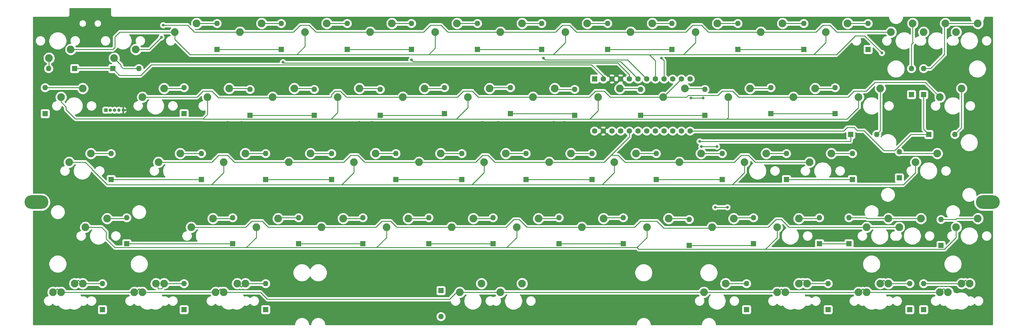
<source format=gtl>
G04 #@! TF.GenerationSoftware,KiCad,Pcbnew,(5.1.6)-1*
G04 #@! TF.CreationDate,2021-05-30T03:28:52+07:00*
G04 #@! TF.ProjectId,LK60 v2,4c4b3630-2076-4322-9e6b-696361645f70,rev?*
G04 #@! TF.SameCoordinates,Original*
G04 #@! TF.FileFunction,Copper,L1,Top*
G04 #@! TF.FilePolarity,Positive*
%FSLAX46Y46*%
G04 Gerber Fmt 4.6, Leading zero omitted, Abs format (unit mm)*
G04 Created by KiCad (PCBNEW (5.1.6)-1) date 2021-05-30 03:28:52*
%MOMM*%
%LPD*%
G01*
G04 APERTURE LIST*
G04 #@! TA.AperFunction,ComponentPad*
%ADD10O,7.000000X4.000000*%
G04 #@! TD*
G04 #@! TA.AperFunction,ComponentPad*
%ADD11O,1.000000X1.000000*%
G04 #@! TD*
G04 #@! TA.AperFunction,ComponentPad*
%ADD12R,1.000000X1.000000*%
G04 #@! TD*
G04 #@! TA.AperFunction,ComponentPad*
%ADD13C,1.600000*%
G04 #@! TD*
G04 #@! TA.AperFunction,ComponentPad*
%ADD14R,1.600000X1.600000*%
G04 #@! TD*
G04 #@! TA.AperFunction,ComponentPad*
%ADD15C,2.250000*%
G04 #@! TD*
G04 #@! TA.AperFunction,ComponentPad*
%ADD16O,1.600000X1.600000*%
G04 #@! TD*
G04 #@! TA.AperFunction,ViaPad*
%ADD17C,0.800000*%
G04 #@! TD*
G04 #@! TA.AperFunction,Conductor*
%ADD18C,0.250000*%
G04 #@! TD*
G04 #@! TA.AperFunction,Conductor*
%ADD19C,0.254000*%
G04 #@! TD*
G04 APERTURE END LIST*
D10*
G04 #@! TO.P,REF\u002A\u002A,1*
G04 #@! TO.N,N/C*
X284480000Y45212000D03*
G04 #@! TD*
G04 #@! TO.P,REF\u002A\u002A,1*
G04 #@! TO.N,N/C*
X6096000Y45212000D03*
G04 #@! TD*
D11*
G04 #@! TO.P,Pin_header1,5*
G04 #@! TO.N,Ground*
X31496000Y72136000D03*
G04 #@! TO.P,Pin_header1,4*
G04 #@! TO.N,Net-(J1-Pad4)*
X30226000Y72136000D03*
G04 #@! TO.P,Pin_header1,3*
G04 #@! TO.N,Net-(J1-Pad3)*
X28956000Y72136000D03*
G04 #@! TO.P,Pin_header1,2*
G04 #@! TO.N,Net-(J1-Pad2)*
X27686000Y72136000D03*
D12*
G04 #@! TO.P,Pin_header1,1*
G04 #@! TO.N,Net-(J1-Pad1)*
X26416000Y72136000D03*
G04 #@! TD*
D13*
G04 #@! TO.P,U1,24*
G04 #@! TO.N,Net-(U1-Pad24)*
X169418000Y66040000D03*
G04 #@! TO.P,U1,23*
G04 #@! TO.N,Ground*
X171958000Y66040000D03*
G04 #@! TO.P,U1,22*
G04 #@! TO.N,Net-(U1-Pad22)*
X174498000Y66040000D03*
G04 #@! TO.P,U1,21*
G04 #@! TO.N,Net-(U1-Pad21)*
X177038000Y66040000D03*
G04 #@! TO.P,U1,20*
G04 #@! TO.N,Col5*
X179578000Y66040000D03*
G04 #@! TO.P,U1,19*
G04 #@! TO.N,Col6*
X182118000Y66040000D03*
G04 #@! TO.P,U1,18*
G04 #@! TO.N,Col7*
X184658000Y66040000D03*
G04 #@! TO.P,U1,17*
G04 #@! TO.N,Col8*
X187198000Y66040000D03*
G04 #@! TO.P,U1,16*
G04 #@! TO.N,Row4*
X189738000Y66040000D03*
G04 #@! TO.P,U1,15*
G04 #@! TO.N,Row5*
X192278000Y66040000D03*
G04 #@! TO.P,U1,14*
G04 #@! TO.N,Row6*
X194818000Y66040000D03*
G04 #@! TO.P,U1,13*
G04 #@! TO.N,Row7*
X197358000Y66040000D03*
G04 #@! TO.P,U1,12*
G04 #@! TO.N,Col4*
X197358000Y81280000D03*
G04 #@! TO.P,U1,11*
G04 #@! TO.N,Col3*
X194818000Y81280000D03*
G04 #@! TO.P,U1,10*
G04 #@! TO.N,Col2*
X192278000Y81280000D03*
G04 #@! TO.P,U1,9*
G04 #@! TO.N,Col1*
X189738000Y81280000D03*
G04 #@! TO.P,U1,8*
G04 #@! TO.N,Col0*
X187198000Y81280000D03*
G04 #@! TO.P,U1,7*
G04 #@! TO.N,Row3*
X184658000Y81280000D03*
G04 #@! TO.P,U1,6*
G04 #@! TO.N,Row2*
X182118000Y81280000D03*
G04 #@! TO.P,U1,5*
G04 #@! TO.N,Row1*
X179578000Y81280000D03*
G04 #@! TO.P,U1,4*
G04 #@! TO.N,Ground*
X177038000Y81280000D03*
G04 #@! TO.P,U1,3*
X174498000Y81280000D03*
G04 #@! TO.P,U1,2*
G04 #@! TO.N,Row0*
X171958000Y81280000D03*
D14*
G04 #@! TO.P,U1,1*
G04 #@! TO.N,Net-(U1-Pad1)*
X169418000Y81280000D03*
G04 #@! TD*
D15*
G04 #@! TO.P,KeyMod2,2*
G04 #@! TO.N,Net-(D62-Pad2)*
X255399000Y21336000D03*
G04 #@! TO.P,KeyMod2,1*
G04 #@! TO.N,Col8*
X249049000Y18796000D03*
G04 #@! TD*
G04 #@! TO.P,KeyMod1,2*
G04 #@! TO.N,Net-(D55-Pad2)*
X281591000Y40387000D03*
G04 #@! TO.P,KeyMod1,1*
G04 #@! TO.N,Col6*
X275241000Y37847000D03*
G04 #@! TD*
G04 #@! TO.P,KeyZ1,2*
G04 #@! TO.N,Net-(D44-Pad2)*
X57752000Y40387000D03*
G04 #@! TO.P,KeyZ1,1*
G04 #@! TO.N,Col7*
X51402000Y37847000D03*
G04 #@! TD*
G04 #@! TO.P,KeyY1,2*
G04 #@! TO.N,Net-(D22-Pad2)*
X138715000Y78488000D03*
G04 #@! TO.P,KeyY1,1*
G04 #@! TO.N,Col2*
X132365000Y75948000D03*
G04 #@! TD*
G04 #@! TO.P,KeyX1,2*
G04 #@! TO.N,Net-(D45-Pad2)*
X76802000Y40387000D03*
G04 #@! TO.P,KeyX1,1*
G04 #@! TO.N,Col6*
X70452000Y37847000D03*
G04 #@! TD*
G04 #@! TO.P,KeyWin1U1,2*
G04 #@! TO.N,Net-(D57-Pad2)*
X43464000Y21336000D03*
G04 #@! TO.P,KeyWin1U1,1*
G04 #@! TO.N,Col8*
X37114000Y18796000D03*
G04 #@! TD*
G04 #@! TO.P,KeyWin1,2*
G04 #@! TO.N,Net-(D57-Pad2)*
X41086000Y21336000D03*
G04 #@! TO.P,KeyWin1,1*
G04 #@! TO.N,Col8*
X34736000Y18796000D03*
G04 #@! TD*
G04 #@! TO.P,KeyWave1,2*
G04 #@! TO.N,Net-(D14-Pad2)*
X262540000Y97536000D03*
G04 #@! TO.P,KeyWave1,1*
G04 #@! TO.N,Col1*
X256190000Y94996000D03*
G04 #@! TD*
G04 #@! TO.P,KeyW1,2*
G04 #@! TO.N,Net-(D18-Pad2)*
X62515000Y78488000D03*
G04 #@! TO.P,KeyW1,1*
G04 #@! TO.N,Col2*
X56165000Y75948000D03*
G04 #@! TD*
G04 #@! TO.P,KeyV1,2*
G04 #@! TO.N,Net-(D47-Pad2)*
X114902000Y40387000D03*
G04 #@! TO.P,KeyV1,1*
G04 #@! TO.N,Col6*
X108552000Y37847000D03*
G04 #@! TD*
G04 #@! TO.P,KeyU1,2*
G04 #@! TO.N,Net-(D23-Pad2)*
X157765000Y78488000D03*
G04 #@! TO.P,KeyU1,1*
G04 #@! TO.N,Col3*
X151415000Y75948000D03*
G04 #@! TD*
G04 #@! TO.P,KeyTitikdua1,2*
G04 #@! TO.N,Net-(D40-Pad2)*
X219668000Y59436000D03*
G04 #@! TO.P,KeyTitikdua1,1*
G04 #@! TO.N,Col4*
X213318000Y56896000D03*
G04 #@! TD*
G04 #@! TO.P,KeyTitik1,2*
G04 #@! TO.N,Net-(D52-Pad2)*
X210153000Y40387000D03*
G04 #@! TO.P,KeyTitik1,1*
G04 #@! TO.N,Col7*
X203803000Y37847000D03*
G04 #@! TD*
G04 #@! TO.P,KeyTanya1,2*
G04 #@! TO.N,Net-(D53-Pad2)*
X229203000Y40387000D03*
G04 #@! TO.P,KeyTanya1,1*
G04 #@! TO.N,Col6*
X222853000Y37847000D03*
G04 #@! TD*
G04 #@! TO.P,KeyTab1,2*
G04 #@! TO.N,Net-(D16-Pad2)*
X19652000Y78488000D03*
G04 #@! TO.P,KeyTab1,1*
G04 #@! TO.N,Col2*
X13302000Y75948000D03*
G04 #@! TD*
G04 #@! TO.P,KeyT1,2*
G04 #@! TO.N,Net-(D21-Pad2)*
X119665000Y78488000D03*
G04 #@! TO.P,KeyT1,1*
G04 #@! TO.N,Col3*
X113315000Y75948000D03*
G04 #@! TD*
G04 #@! TO.P,KeySpace7U1,2*
G04 #@! TO.N,Net-(D59-Pad2)*
X148240000Y21336000D03*
G04 #@! TO.P,KeySpace7U1,1*
G04 #@! TO.N,Col8*
X141890000Y18796000D03*
G04 #@! TD*
G04 #@! TO.P,KeySpace6.25,2*
G04 #@! TO.N,Net-(D59-Pad2)*
X136336000Y21336000D03*
G04 #@! TO.P,KeySpace6.25,1*
G04 #@! TO.N,Col8*
X129986000Y18796000D03*
G04 #@! TD*
G04 #@! TO.P,KeyS1,2*
G04 #@! TO.N,Net-(D32-Pad2)*
X67236000Y59436000D03*
G04 #@! TO.P,KeyS1,1*
G04 #@! TO.N,Col4*
X60886000Y56896000D03*
G04 #@! TD*
G04 #@! TO.P,KeyRShift2.75U1,2*
G04 #@! TO.N,Net-(D54-Pad2)*
X264922000Y40387000D03*
G04 #@! TO.P,KeyRShift2.75U1,1*
G04 #@! TO.N,Col7*
X258572000Y37847000D03*
G04 #@! TD*
G04 #@! TO.P,KeyRShift1,2*
G04 #@! TO.N,Net-(D54-Pad2)*
X255397000Y40387000D03*
G04 #@! TO.P,KeyRShift1,1*
G04 #@! TO.N,Col7*
X249047000Y37847000D03*
G04 #@! TD*
G04 #@! TO.P,KeyRCtrl1.5U1,2*
G04 #@! TO.N,Net-(D63-Pad2)*
X276830000Y21336000D03*
G04 #@! TO.P,KeyRCtrl1.5U1,1*
G04 #@! TO.N,Col8*
X270480000Y18796000D03*
G04 #@! TD*
G04 #@! TO.P,KeyRCtrl1,2*
G04 #@! TO.N,Net-(D63-Pad2)*
X279211000Y21336000D03*
G04 #@! TO.P,KeyRCtrl1,1*
G04 #@! TO.N,Col8*
X272861000Y18796000D03*
G04 #@! TD*
G04 #@! TO.P,KeyRAlt1.5U1,2*
G04 #@! TO.N,Net-(D61-Pad2)*
X229201000Y21336000D03*
G04 #@! TO.P,KeyRAlt1.5U1,1*
G04 #@! TO.N,Col8*
X222851000Y18796000D03*
G04 #@! TD*
G04 #@! TO.P,KeyRAlt1,2*
G04 #@! TO.N,Net-(D60-Pad2)*
X207772000Y21336000D03*
G04 #@! TO.P,KeyRAlt1,1*
G04 #@! TO.N,Col8*
X201422000Y18796000D03*
G04 #@! TD*
G04 #@! TO.P,KeyR]1,2*
G04 #@! TO.N,Net-(D28-Pad2)*
X253020000Y78488000D03*
G04 #@! TO.P,KeyR]1,1*
G04 #@! TO.N,Col2*
X246670000Y75948000D03*
G04 #@! TD*
G04 #@! TO.P,KeyR1,2*
G04 #@! TO.N,Net-(D20-Pad2)*
X100615000Y78488000D03*
G04 #@! TO.P,KeyR1,1*
G04 #@! TO.N,Col2*
X94265000Y75948000D03*
G04 #@! TD*
G04 #@! TO.P,KeyQ1,2*
G04 #@! TO.N,Net-(D17-Pad2)*
X43465000Y78488000D03*
G04 #@! TO.P,KeyQ1,1*
G04 #@! TO.N,Col3*
X37115000Y75948000D03*
G04 #@! TD*
G04 #@! TO.P,KeyPlus1,2*
G04 #@! TO.N,Net-(D13-Pad2)*
X243490000Y97536000D03*
G04 #@! TO.P,KeyPlus1,1*
G04 #@! TO.N,Col0*
X237140000Y94996000D03*
G04 #@! TD*
G04 #@! TO.P,KeyPetik1,2*
G04 #@! TO.N,Net-(D41-Pad2)*
X238722000Y59436000D03*
G04 #@! TO.P,KeyPetik1,1*
G04 #@! TO.N,Col5*
X232372000Y56896000D03*
G04 #@! TD*
G04 #@! TO.P,KeyP1,2*
G04 #@! TO.N,Net-(D26-Pad2)*
X214919000Y78488000D03*
G04 #@! TO.P,KeyP1,1*
G04 #@! TO.N,Col2*
X208569000Y75948000D03*
G04 #@! TD*
G04 #@! TO.P,KeyO1,2*
G04 #@! TO.N,Net-(D25-Pad2)*
X195869000Y78488000D03*
G04 #@! TO.P,KeyO1,1*
G04 #@! TO.N,Col3*
X189519000Y75948000D03*
G04 #@! TD*
G04 #@! TO.P,KeyNo9,2*
G04 #@! TO.N,Net-(D10-Pad2)*
X186340000Y97536000D03*
G04 #@! TO.P,KeyNo9,1*
G04 #@! TO.N,Col1*
X179990000Y94996000D03*
G04 #@! TD*
G04 #@! TO.P,KeyNo8,2*
G04 #@! TO.N,Net-(D9-Pad2)*
X167290000Y97536000D03*
G04 #@! TO.P,KeyNo8,1*
G04 #@! TO.N,Col0*
X160940000Y94996000D03*
G04 #@! TD*
G04 #@! TO.P,KeyNo7,2*
G04 #@! TO.N,Net-(D8-Pad2)*
X148240000Y97536000D03*
G04 #@! TO.P,KeyNo7,1*
G04 #@! TO.N,Col1*
X141890000Y94996000D03*
G04 #@! TD*
G04 #@! TO.P,KeyNo6,2*
G04 #@! TO.N,Net-(D7-Pad2)*
X129190000Y97536000D03*
G04 #@! TO.P,KeyNo6,1*
G04 #@! TO.N,Col0*
X122840000Y94996000D03*
G04 #@! TD*
G04 #@! TO.P,KeyNo5,2*
G04 #@! TO.N,Net-(D6-Pad2)*
X110140000Y97536000D03*
G04 #@! TO.P,KeyNo5,1*
G04 #@! TO.N,Col1*
X103790000Y94996000D03*
G04 #@! TD*
G04 #@! TO.P,KeyNo4,2*
G04 #@! TO.N,Net-(D5-Pad2)*
X91090000Y97536000D03*
G04 #@! TO.P,KeyNo4,1*
G04 #@! TO.N,Col0*
X84740000Y94996000D03*
G04 #@! TD*
G04 #@! TO.P,KeyNo3,2*
G04 #@! TO.N,Net-(D4-Pad2)*
X72040000Y97536000D03*
G04 #@! TO.P,KeyNo3,1*
G04 #@! TO.N,Col1*
X65690000Y94996000D03*
G04 #@! TD*
G04 #@! TO.P,KeyNo2,2*
G04 #@! TO.N,Net-(D3-Pad2)*
X52990000Y97536000D03*
G04 #@! TO.P,KeyNo2,1*
G04 #@! TO.N,Col0*
X46640000Y94996000D03*
G04 #@! TD*
G04 #@! TO.P,KeyNo1,2*
G04 #@! TO.N,Net-(D2-Pad2)*
X28860000Y87376000D03*
G04 #@! TO.P,KeyNo1,1*
G04 #@! TO.N,Col1*
X35210000Y89916000D03*
G04 #@! TD*
G04 #@! TO.P,KeyNo0,2*
G04 #@! TO.N,Net-(D11-Pad2)*
X205390000Y97536000D03*
G04 #@! TO.P,KeyNo0,1*
G04 #@! TO.N,Col0*
X199040000Y94996000D03*
G04 #@! TD*
G04 #@! TO.P,KeyN1,2*
G04 #@! TO.N,Net-(D49-Pad2)*
X153003000Y40387000D03*
G04 #@! TO.P,KeyN1,1*
G04 #@! TO.N,Col6*
X146653000Y37847000D03*
G04 #@! TD*
G04 #@! TO.P,KeyMinus1,2*
G04 #@! TO.N,Net-(D12-Pad2)*
X224440000Y97536000D03*
G04 #@! TO.P,KeyMinus1,1*
G04 #@! TO.N,Col1*
X218090000Y94996000D03*
G04 #@! TD*
G04 #@! TO.P,KeyMenu1U1,2*
G04 #@! TO.N,Net-(D62-Pad2)*
X253016000Y21336000D03*
G04 #@! TO.P,KeyMenu1U1,1*
G04 #@! TO.N,Col8*
X246666000Y18796000D03*
G04 #@! TD*
G04 #@! TO.P,KeyMenu1,2*
G04 #@! TO.N,Net-(D61-Pad2)*
X231586000Y21336000D03*
G04 #@! TO.P,KeyMenu1,1*
G04 #@! TO.N,Col8*
X225236000Y18796000D03*
G04 #@! TD*
G04 #@! TO.P,KeyM1,2*
G04 #@! TO.N,Net-(D50-Pad2)*
X172053000Y40387000D03*
G04 #@! TO.P,KeyM1,1*
G04 #@! TO.N,Col7*
X165703000Y37847000D03*
G04 #@! TD*
G04 #@! TO.P,KeyLShift1,2*
G04 #@! TO.N,Net-(D43-Pad2)*
X26796000Y40387000D03*
G04 #@! TO.P,KeyLShift1,1*
G04 #@! TO.N,Col6*
X20446000Y37847000D03*
G04 #@! TD*
G04 #@! TO.P,KeyLCtrl1.5U1,2*
G04 #@! TO.N,Net-(D56-Pad2)*
X19652500Y21336000D03*
G04 #@! TO.P,KeyLCtrl1.5U1,1*
G04 #@! TO.N,Col8*
X13302500Y18796000D03*
G04 #@! TD*
G04 #@! TO.P,KeyLCtrl1,2*
G04 #@! TO.N,Net-(D56-Pad2)*
X17272000Y21336000D03*
G04 #@! TO.P,KeyLCtrl1,1*
G04 #@! TO.N,Col8*
X10922000Y18796000D03*
G04 #@! TD*
G04 #@! TO.P,KeyLAlt1U1,2*
G04 #@! TO.N,Net-(D58-Pad2)*
X67279000Y21336000D03*
G04 #@! TO.P,KeyLAlt1U1,1*
G04 #@! TO.N,Col8*
X60929000Y18796000D03*
G04 #@! TD*
G04 #@! TO.P,KeyLAlt1,2*
G04 #@! TO.N,Net-(D58-Pad2)*
X64896000Y21336000D03*
G04 #@! TO.P,KeyLAlt1,1*
G04 #@! TO.N,Col8*
X58546000Y18796000D03*
G04 #@! TD*
G04 #@! TO.P,KeyL[1,2*
G04 #@! TO.N,Net-(D27-Pad2)*
X233970000Y78488000D03*
G04 #@! TO.P,KeyL[1,1*
G04 #@! TO.N,Col3*
X227620000Y75948000D03*
G04 #@! TD*
G04 #@! TO.P,KeyL1,2*
G04 #@! TO.N,Net-(D39-Pad2)*
X200614000Y59436000D03*
G04 #@! TO.P,KeyL1,1*
G04 #@! TO.N,Col5*
X194264000Y56896000D03*
G04 #@! TD*
G04 #@! TO.P,KeyKoma1,2*
G04 #@! TO.N,Net-(D51-Pad2)*
X191103000Y40387000D03*
G04 #@! TO.P,KeyKoma1,1*
G04 #@! TO.N,Col6*
X184753000Y37847000D03*
G04 #@! TD*
G04 #@! TO.P,KeyK1,2*
G04 #@! TO.N,Net-(D38-Pad2)*
X181560000Y59436000D03*
G04 #@! TO.P,KeyK1,1*
G04 #@! TO.N,Col4*
X175210000Y56896000D03*
G04 #@! TD*
G04 #@! TO.P,KeyJ1,2*
G04 #@! TO.N,Net-(D37-Pad2)*
X162506000Y59436000D03*
G04 #@! TO.P,KeyJ1,1*
G04 #@! TO.N,Col5*
X156156000Y56896000D03*
G04 #@! TD*
G04 #@! TO.P,KeyI1,2*
G04 #@! TO.N,Net-(D24-Pad2)*
X176819000Y78488000D03*
G04 #@! TO.P,KeyI1,1*
G04 #@! TO.N,Col2*
X170469000Y75948000D03*
G04 #@! TD*
G04 #@! TO.P,KeyH1,2*
G04 #@! TO.N,Net-(D36-Pad2)*
X143452000Y59436000D03*
G04 #@! TO.P,KeyH1,1*
G04 #@! TO.N,Col4*
X137102000Y56896000D03*
G04 #@! TD*
G04 #@! TO.P,KeyG1,2*
G04 #@! TO.N,Net-(D35-Pad2)*
X124398000Y59436000D03*
G04 #@! TO.P,KeyG1,1*
G04 #@! TO.N,Col5*
X118048000Y56896000D03*
G04 #@! TD*
G04 #@! TO.P,KeyF1,2*
G04 #@! TO.N,Net-(D34-Pad2)*
X105344000Y59436000D03*
G04 #@! TO.P,KeyF1,1*
G04 #@! TO.N,Col4*
X98994000Y56896000D03*
G04 #@! TD*
G04 #@! TO.P,KeyEsc1,2*
G04 #@! TO.N,Net-(D1-Pad2)*
X9810000Y87376000D03*
G04 #@! TO.P,KeyEsc1,1*
G04 #@! TO.N,Col0*
X16160000Y89916000D03*
G04 #@! TD*
G04 #@! TO.P,KeyEnter1,2*
G04 #@! TO.N,Net-(D42-Pad2)*
X269679000Y59436000D03*
G04 #@! TO.P,KeyEnter1,1*
G04 #@! TO.N,Col4*
X263329000Y56896000D03*
G04 #@! TD*
G04 #@! TO.P,KeyE1,2*
G04 #@! TO.N,Net-(D19-Pad2)*
X81565000Y78488000D03*
G04 #@! TO.P,KeyE1,1*
G04 #@! TO.N,Col3*
X75215000Y75948000D03*
G04 #@! TD*
G04 #@! TO.P,KeyDBackslas1,2*
G04 #@! TO.N,Net-(D29-Pad2)*
X276833000Y78488000D03*
G04 #@! TO.P,KeyDBackslas1,1*
G04 #@! TO.N,Col3*
X270483000Y75948000D03*
G04 #@! TD*
G04 #@! TO.P,KeyD1,2*
G04 #@! TO.N,Net-(D33-Pad2)*
X86290000Y59436000D03*
G04 #@! TO.P,KeyD1,1*
G04 #@! TO.N,Col5*
X79940000Y56896000D03*
G04 #@! TD*
G04 #@! TO.P,KeyCaps1,2*
G04 #@! TO.N,Net-(D30-Pad2)*
X22033750Y59436000D03*
G04 #@! TO.P,KeyCaps1,1*
G04 #@! TO.N,Col4*
X15683750Y56896000D03*
G04 #@! TD*
G04 #@! TO.P,KeyC1,2*
G04 #@! TO.N,Net-(D46-Pad2)*
X95852000Y40387000D03*
G04 #@! TO.P,KeyC1,1*
G04 #@! TO.N,Col7*
X89502000Y37847000D03*
G04 #@! TD*
G04 #@! TO.P,KeyBS1,2*
G04 #@! TO.N,Net-(D15-Pad2)*
X272064000Y97536000D03*
G04 #@! TO.P,KeyBS1,1*
G04 #@! TO.N,Col0*
X265714000Y94996000D03*
G04 #@! TD*
G04 #@! TO.P,KeyBackSlash1,2*
G04 #@! TO.N,Net-(D15-Pad2)*
X281590000Y97536000D03*
G04 #@! TO.P,KeyBackSlash1,1*
G04 #@! TO.N,Col0*
X275240000Y94996000D03*
G04 #@! TD*
G04 #@! TO.P,KeyB1,2*
G04 #@! TO.N,Net-(D48-Pad2)*
X133952000Y40387000D03*
G04 #@! TO.P,KeyB1,1*
G04 #@! TO.N,Col7*
X127602000Y37847000D03*
G04 #@! TD*
G04 #@! TO.P,KeyA1,2*
G04 #@! TO.N,Net-(D31-Pad2)*
X48185000Y59436000D03*
G04 #@! TO.P,KeyA1,1*
G04 #@! TO.N,Col5*
X41835000Y56896000D03*
G04 #@! TD*
D16*
G04 #@! TO.P,D63,2*
G04 #@! TO.N,Net-(D63-Pad2)*
X265684000Y21336000D03*
D14*
G04 #@! TO.P,D63,1*
G04 #@! TO.N,Row6*
X265684000Y13716000D03*
G04 #@! TD*
D16*
G04 #@! TO.P,D62,2*
G04 #@! TO.N,Net-(D62-Pad2)*
X261620000Y21336000D03*
D14*
G04 #@! TO.P,D62,1*
G04 #@! TO.N,Row6*
X261620000Y13716000D03*
G04 #@! TD*
D16*
G04 #@! TO.P,D61,2*
G04 #@! TO.N,Net-(D61-Pad2)*
X237744000Y21336000D03*
D14*
G04 #@! TO.P,D61,1*
G04 #@! TO.N,Row5*
X237744000Y13716000D03*
G04 #@! TD*
D16*
G04 #@! TO.P,D60,2*
G04 #@! TO.N,Net-(D60-Pad2)*
X213868000Y21336000D03*
D14*
G04 #@! TO.P,D60,1*
G04 #@! TO.N,Row4*
X213868000Y13716000D03*
G04 #@! TD*
D16*
G04 #@! TO.P,D59,2*
G04 #@! TO.N,Net-(D59-Pad2)*
X124460000Y11684000D03*
D14*
G04 #@! TO.P,D59,1*
G04 #@! TO.N,Row3*
X124460000Y19304000D03*
G04 #@! TD*
D16*
G04 #@! TO.P,D58,2*
G04 #@! TO.N,Net-(D58-Pad2)*
X73152000Y21336000D03*
D14*
G04 #@! TO.P,D58,1*
G04 #@! TO.N,Row2*
X73152000Y13716000D03*
G04 #@! TD*
D16*
G04 #@! TO.P,D57,2*
G04 #@! TO.N,Net-(D57-Pad2)*
X49276000Y21336000D03*
D14*
G04 #@! TO.P,D57,1*
G04 #@! TO.N,Row1*
X49276000Y13716000D03*
G04 #@! TD*
D16*
G04 #@! TO.P,D56,2*
G04 #@! TO.N,Net-(D56-Pad2)*
X25400000Y21336000D03*
D14*
G04 #@! TO.P,D56,1*
G04 #@! TO.N,Row0*
X25400000Y13716000D03*
G04 #@! TD*
D16*
G04 #@! TO.P,D55,2*
G04 #@! TO.N,Net-(D55-Pad2)*
X270764000Y40132000D03*
D14*
G04 #@! TO.P,D55,1*
G04 #@! TO.N,Row6*
X270764000Y32512000D03*
G04 #@! TD*
D16*
G04 #@! TO.P,D54,2*
G04 #@! TO.N,Net-(D54-Pad2)*
X243840000Y40640000D03*
D14*
G04 #@! TO.P,D54,1*
G04 #@! TO.N,Row5*
X243840000Y33020000D03*
G04 #@! TD*
D16*
G04 #@! TO.P,D53,2*
G04 #@! TO.N,Net-(D53-Pad2)*
X235204000Y40640000D03*
D14*
G04 #@! TO.P,D53,1*
G04 #@! TO.N,Row5*
X235204000Y33020000D03*
G04 #@! TD*
D16*
G04 #@! TO.P,D52,2*
G04 #@! TO.N,Net-(D52-Pad2)*
X215900000Y40640000D03*
D14*
G04 #@! TO.P,D52,1*
G04 #@! TO.N,Row4*
X215900000Y33020000D03*
G04 #@! TD*
D16*
G04 #@! TO.P,D51,2*
G04 #@! TO.N,Net-(D51-Pad2)*
X197104000Y40132000D03*
D14*
G04 #@! TO.P,D51,1*
G04 #@! TO.N,Row4*
X197104000Y32512000D03*
G04 #@! TD*
D16*
G04 #@! TO.P,D50,2*
G04 #@! TO.N,Net-(D50-Pad2)*
X177800000Y40640000D03*
D14*
G04 #@! TO.P,D50,1*
G04 #@! TO.N,Row3*
X177800000Y33020000D03*
G04 #@! TD*
D16*
G04 #@! TO.P,D49,2*
G04 #@! TO.N,Net-(D49-Pad2)*
X159004000Y40640000D03*
D14*
G04 #@! TO.P,D49,1*
G04 #@! TO.N,Row3*
X159004000Y33020000D03*
G04 #@! TD*
D16*
G04 #@! TO.P,D48,2*
G04 #@! TO.N,Net-(D48-Pad2)*
X139700000Y40640000D03*
D14*
G04 #@! TO.P,D48,1*
G04 #@! TO.N,Row2*
X139700000Y33020000D03*
G04 #@! TD*
D16*
G04 #@! TO.P,D47,2*
G04 #@! TO.N,Net-(D47-Pad2)*
X120904000Y40640000D03*
D14*
G04 #@! TO.P,D47,1*
G04 #@! TO.N,Row2*
X120904000Y33020000D03*
G04 #@! TD*
D16*
G04 #@! TO.P,D46,2*
G04 #@! TO.N,Net-(D46-Pad2)*
X101600000Y40640000D03*
D14*
G04 #@! TO.P,D46,1*
G04 #@! TO.N,Row1*
X101600000Y33020000D03*
G04 #@! TD*
D16*
G04 #@! TO.P,D45,2*
G04 #@! TO.N,Net-(D45-Pad2)*
X82804000Y40640000D03*
D14*
G04 #@! TO.P,D45,1*
G04 #@! TO.N,Row1*
X82804000Y33020000D03*
G04 #@! TD*
D16*
G04 #@! TO.P,D44,2*
G04 #@! TO.N,Net-(D44-Pad2)*
X63500000Y40640000D03*
D14*
G04 #@! TO.P,D44,1*
G04 #@! TO.N,Row0*
X63500000Y33020000D03*
G04 #@! TD*
D16*
G04 #@! TO.P,D43,2*
G04 #@! TO.N,Net-(D43-Pad2)*
X32512000Y40640000D03*
D14*
G04 #@! TO.P,D43,1*
G04 #@! TO.N,Row0*
X32512000Y33020000D03*
G04 #@! TD*
D16*
G04 #@! TO.P,D42,2*
G04 #@! TO.N,Net-(D42-Pad2)*
X258572000Y59944000D03*
D14*
G04 #@! TO.P,D42,1*
G04 #@! TO.N,Row6*
X258572000Y52324000D03*
G04 #@! TD*
D16*
G04 #@! TO.P,D41,2*
G04 #@! TO.N,Net-(D41-Pad2)*
X244856000Y59436000D03*
D14*
G04 #@! TO.P,D41,1*
G04 #@! TO.N,Row5*
X244856000Y51816000D03*
G04 #@! TD*
D16*
G04 #@! TO.P,D40,2*
G04 #@! TO.N,Net-(D40-Pad2)*
X225552000Y59436000D03*
D14*
G04 #@! TO.P,D40,1*
G04 #@! TO.N,Row5*
X225552000Y51816000D03*
G04 #@! TD*
D16*
G04 #@! TO.P,D39,2*
G04 #@! TO.N,Net-(D39-Pad2)*
X206756000Y59436000D03*
D14*
G04 #@! TO.P,D39,1*
G04 #@! TO.N,Row4*
X206756000Y51816000D03*
G04 #@! TD*
D16*
G04 #@! TO.P,D38,2*
G04 #@! TO.N,Net-(D38-Pad2)*
X187452000Y59436000D03*
D14*
G04 #@! TO.P,D38,1*
G04 #@! TO.N,Row4*
X187452000Y51816000D03*
G04 #@! TD*
D16*
G04 #@! TO.P,D37,2*
G04 #@! TO.N,Net-(D37-Pad2)*
X168656000Y59436000D03*
D14*
G04 #@! TO.P,D37,1*
G04 #@! TO.N,Row3*
X168656000Y51816000D03*
G04 #@! TD*
D16*
G04 #@! TO.P,D36,2*
G04 #@! TO.N,Net-(D36-Pad2)*
X149352000Y59436000D03*
D14*
G04 #@! TO.P,D36,1*
G04 #@! TO.N,Row3*
X149352000Y51816000D03*
G04 #@! TD*
D16*
G04 #@! TO.P,D35,2*
G04 #@! TO.N,Net-(D35-Pad2)*
X130556000Y59436000D03*
D14*
G04 #@! TO.P,D35,1*
G04 #@! TO.N,Row2*
X130556000Y51816000D03*
G04 #@! TD*
D16*
G04 #@! TO.P,D34,2*
G04 #@! TO.N,Net-(D34-Pad2)*
X111252000Y59436000D03*
D14*
G04 #@! TO.P,D34,1*
G04 #@! TO.N,Row2*
X111252000Y51816000D03*
G04 #@! TD*
D16*
G04 #@! TO.P,D33,2*
G04 #@! TO.N,Net-(D33-Pad2)*
X92456000Y59436000D03*
D14*
G04 #@! TO.P,D33,1*
G04 #@! TO.N,Row1*
X92456000Y51816000D03*
G04 #@! TD*
D16*
G04 #@! TO.P,D32,2*
G04 #@! TO.N,Net-(D32-Pad2)*
X73152000Y59436000D03*
D14*
G04 #@! TO.P,D32,1*
G04 #@! TO.N,Row1*
X73152000Y51816000D03*
G04 #@! TD*
D16*
G04 #@! TO.P,D31,2*
G04 #@! TO.N,Net-(D31-Pad2)*
X54356000Y59436000D03*
D14*
G04 #@! TO.P,D31,1*
G04 #@! TO.N,Row0*
X54356000Y51816000D03*
G04 #@! TD*
D16*
G04 #@! TO.P,D30,2*
G04 #@! TO.N,Net-(D30-Pad2)*
X27940000Y59436000D03*
D14*
G04 #@! TO.P,D30,1*
G04 #@! TO.N,Row0*
X27940000Y51816000D03*
G04 #@! TD*
D16*
G04 #@! TO.P,D29,2*
G04 #@! TO.N,Net-(D29-Pad2)*
X274828000Y65024000D03*
D14*
G04 #@! TO.P,D29,1*
G04 #@! TO.N,Row7*
X267208000Y65024000D03*
G04 #@! TD*
D16*
G04 #@! TO.P,D28,2*
G04 #@! TO.N,Net-(D28-Pad2)*
X251968000Y65024000D03*
D14*
G04 #@! TO.P,D28,1*
G04 #@! TO.N,Row6*
X244348000Y65024000D03*
G04 #@! TD*
D16*
G04 #@! TO.P,D27,2*
G04 #@! TO.N,Net-(D27-Pad2)*
X239776000Y78740000D03*
D14*
G04 #@! TO.P,D27,1*
G04 #@! TO.N,Row5*
X239776000Y71120000D03*
G04 #@! TD*
D16*
G04 #@! TO.P,D26,2*
G04 #@! TO.N,Net-(D26-Pad2)*
X220980000Y78740000D03*
D14*
G04 #@! TO.P,D26,1*
G04 #@! TO.N,Row5*
X220980000Y71120000D03*
G04 #@! TD*
D16*
G04 #@! TO.P,D25,2*
G04 #@! TO.N,Net-(D25-Pad2)*
X201676000Y78232000D03*
D14*
G04 #@! TO.P,D25,1*
G04 #@! TO.N,Row4*
X201676000Y70612000D03*
G04 #@! TD*
D16*
G04 #@! TO.P,D24,2*
G04 #@! TO.N,Net-(D24-Pad2)*
X182880000Y78232000D03*
D14*
G04 #@! TO.P,D24,1*
G04 #@! TO.N,Row4*
X182880000Y70612000D03*
G04 #@! TD*
D16*
G04 #@! TO.P,D23,2*
G04 #@! TO.N,Net-(D23-Pad2)*
X163576000Y78232000D03*
D14*
G04 #@! TO.P,D23,1*
G04 #@! TO.N,Row3*
X163576000Y70612000D03*
G04 #@! TD*
D16*
G04 #@! TO.P,D22,2*
G04 #@! TO.N,Net-(D22-Pad2)*
X144780000Y78740000D03*
D14*
G04 #@! TO.P,D22,1*
G04 #@! TO.N,Row3*
X144780000Y71120000D03*
G04 #@! TD*
D16*
G04 #@! TO.P,D21,2*
G04 #@! TO.N,Net-(D21-Pad2)*
X125476000Y78740000D03*
D14*
G04 #@! TO.P,D21,1*
G04 #@! TO.N,Row2*
X125476000Y71120000D03*
G04 #@! TD*
D16*
G04 #@! TO.P,D20,2*
G04 #@! TO.N,Net-(D20-Pad2)*
X106680000Y78232000D03*
D14*
G04 #@! TO.P,D20,1*
G04 #@! TO.N,Row2*
X106680000Y70612000D03*
G04 #@! TD*
D16*
G04 #@! TO.P,D19,2*
G04 #@! TO.N,Net-(D19-Pad2)*
X87376000Y78232000D03*
D14*
G04 #@! TO.P,D19,1*
G04 #@! TO.N,Row1*
X87376000Y70612000D03*
G04 #@! TD*
D16*
G04 #@! TO.P,D18,2*
G04 #@! TO.N,Net-(D18-Pad2)*
X68580000Y78232000D03*
D14*
G04 #@! TO.P,D18,1*
G04 #@! TO.N,Row1*
X68580000Y70612000D03*
G04 #@! TD*
D16*
G04 #@! TO.P,D17,2*
G04 #@! TO.N,Net-(D17-Pad2)*
X49276000Y78740000D03*
D14*
G04 #@! TO.P,D17,1*
G04 #@! TO.N,Row0*
X49276000Y71120000D03*
G04 #@! TD*
D16*
G04 #@! TO.P,D16,2*
G04 #@! TO.N,Net-(D16-Pad2)*
X8636000Y78740000D03*
D14*
G04 #@! TO.P,D16,1*
G04 #@! TO.N,Row0*
X8636000Y71120000D03*
G04 #@! TD*
D16*
G04 #@! TO.P,D15,2*
G04 #@! TO.N,Net-(D15-Pad2)*
X265684000Y84328000D03*
D14*
G04 #@! TO.P,D15,1*
G04 #@! TO.N,Row7*
X265684000Y76708000D03*
G04 #@! TD*
D16*
G04 #@! TO.P,D14,2*
G04 #@! TO.N,Net-(D14-Pad2)*
X262128000Y84328000D03*
D14*
G04 #@! TO.P,D14,1*
G04 #@! TO.N,Row6*
X262128000Y76708000D03*
G04 #@! TD*
D16*
G04 #@! TO.P,D13,2*
G04 #@! TO.N,Net-(D13-Pad2)*
X249428000Y97536000D03*
D14*
G04 #@! TO.P,D13,1*
G04 #@! TO.N,Row6*
X249428000Y89916000D03*
G04 #@! TD*
D16*
G04 #@! TO.P,D12,2*
G04 #@! TO.N,Net-(D12-Pad2)*
X230632000Y97536000D03*
D14*
G04 #@! TO.P,D12,1*
G04 #@! TO.N,Row5*
X230632000Y89916000D03*
G04 #@! TD*
D16*
G04 #@! TO.P,D11,2*
G04 #@! TO.N,Net-(D11-Pad2)*
X211328000Y97536000D03*
D14*
G04 #@! TO.P,D11,1*
G04 #@! TO.N,Row5*
X211328000Y89916000D03*
G04 #@! TD*
D16*
G04 #@! TO.P,D10,2*
G04 #@! TO.N,Net-(D10-Pad2)*
X192024000Y97536000D03*
D14*
G04 #@! TO.P,D10,1*
G04 #@! TO.N,Row4*
X192024000Y89916000D03*
G04 #@! TD*
D16*
G04 #@! TO.P,D9,2*
G04 #@! TO.N,Net-(D9-Pad2)*
X173228000Y97536000D03*
D14*
G04 #@! TO.P,D9,1*
G04 #@! TO.N,Row4*
X173228000Y89916000D03*
G04 #@! TD*
D16*
G04 #@! TO.P,D8,2*
G04 #@! TO.N,Net-(D8-Pad2)*
X153924000Y97536000D03*
D14*
G04 #@! TO.P,D8,1*
G04 #@! TO.N,Row3*
X153924000Y89916000D03*
G04 #@! TD*
D16*
G04 #@! TO.P,D7,2*
G04 #@! TO.N,Net-(D7-Pad2)*
X135128000Y97536000D03*
D14*
G04 #@! TO.P,D7,1*
G04 #@! TO.N,Row3*
X135128000Y89916000D03*
G04 #@! TD*
D16*
G04 #@! TO.P,D6,2*
G04 #@! TO.N,Net-(D6-Pad2)*
X115824000Y97536000D03*
D14*
G04 #@! TO.P,D6,1*
G04 #@! TO.N,Row2*
X115824000Y89916000D03*
G04 #@! TD*
D16*
G04 #@! TO.P,D5,2*
G04 #@! TO.N,Net-(D5-Pad2)*
X97028000Y97536000D03*
D14*
G04 #@! TO.P,D5,1*
G04 #@! TO.N,Row2*
X97028000Y89916000D03*
G04 #@! TD*
D16*
G04 #@! TO.P,D4,2*
G04 #@! TO.N,Net-(D4-Pad2)*
X77724000Y97536000D03*
D14*
G04 #@! TO.P,D4,1*
G04 #@! TO.N,Row1*
X77724000Y89916000D03*
G04 #@! TD*
D16*
G04 #@! TO.P,D3,2*
G04 #@! TO.N,Net-(D3-Pad2)*
X58928000Y97536000D03*
D14*
G04 #@! TO.P,D3,1*
G04 #@! TO.N,Row1*
X58928000Y89916000D03*
G04 #@! TD*
D16*
G04 #@! TO.P,D2,2*
G04 #@! TO.N,Net-(D2-Pad2)*
X36068000Y84328000D03*
D14*
G04 #@! TO.P,D2,1*
G04 #@! TO.N,Row0*
X28448000Y84328000D03*
G04 #@! TD*
D16*
G04 #@! TO.P,D1,2*
G04 #@! TO.N,Net-(D1-Pad2)*
X9652000Y84328000D03*
D14*
G04 #@! TO.P,D1,1*
G04 #@! TO.N,Row0*
X17272000Y84328000D03*
G04 #@! TD*
D17*
G04 #@! TO.N,Row1*
X78232000Y86178001D03*
G04 #@! TO.N,Row2*
X115824000Y86868000D03*
G04 #@! TO.N,Row3*
X154432000Y87376000D03*
G04 #@! TO.N,Row5*
X200660000Y61468000D03*
X205232000Y61468000D03*
G04 #@! TO.N,Row6*
X200152000Y62992000D03*
G04 #@! TO.N,Col0*
X253492000Y88900000D03*
G04 #@! TO.N,Col2*
X197612000Y75692000D03*
X201168000Y75692000D03*
G04 #@! TO.N,Col8*
X204724000Y43688000D03*
X208280000Y43688000D03*
G04 #@! TO.N,Col1*
X42672000Y93472000D03*
X43180000Y97028000D03*
X188976000Y87376000D03*
G04 #@! TO.N,Ground*
X61976000Y68580000D03*
X66040000Y68580000D03*
X100584000Y68580000D03*
X104140000Y68580000D03*
X136652000Y68580000D03*
X141224000Y68580000D03*
X157480000Y68580000D03*
X160528000Y68580000D03*
G04 #@! TD*
D18*
G04 #@! TO.N,Net-(D1-Pad2)*
X9810000Y84486000D02*
X9652000Y84328000D01*
X9810000Y87376000D02*
X9810000Y84486000D01*
G04 #@! TO.N,Net-(D2-Pad2)*
X28860000Y87376000D02*
X30892000Y85344000D01*
X30892000Y85344000D02*
X30892000Y84932000D01*
X31496000Y84328000D02*
X36068000Y84328000D01*
X30892000Y84932000D02*
X31496000Y84328000D01*
G04 #@! TO.N,Net-(D3-Pad2)*
X52990000Y97536000D02*
X58928000Y97536000D01*
G04 #@! TO.N,Net-(D4-Pad2)*
X72040000Y97536000D02*
X77724000Y97536000D01*
G04 #@! TO.N,Net-(D5-Pad2)*
X91090000Y97536000D02*
X97028000Y97536000D01*
G04 #@! TO.N,Net-(D6-Pad2)*
X110140000Y97536000D02*
X115824000Y97536000D01*
G04 #@! TO.N,Net-(D7-Pad2)*
X135128000Y97536000D02*
X129190000Y97536000D01*
G04 #@! TO.N,Net-(D8-Pad2)*
X148240000Y97536000D02*
X153924000Y97536000D01*
G04 #@! TO.N,Net-(D9-Pad2)*
X167290000Y97536000D02*
X173228000Y97536000D01*
G04 #@! TO.N,Net-(D10-Pad2)*
X192024000Y97536000D02*
X186340000Y97536000D01*
G04 #@! TO.N,Net-(D11-Pad2)*
X205390000Y97536000D02*
X211328000Y97536000D01*
G04 #@! TO.N,Net-(D12-Pad2)*
X224440000Y97536000D02*
X230632000Y97536000D01*
G04 #@! TO.N,Net-(D13-Pad2)*
X243490000Y97536000D02*
X249428000Y97536000D01*
G04 #@! TO.N,Net-(D14-Pad2)*
X262128000Y84328000D02*
X262128000Y91440000D01*
X262128000Y91440000D02*
X262636000Y91948000D01*
X262540000Y92044000D02*
X262540000Y97536000D01*
X262636000Y91948000D02*
X262540000Y92044000D01*
G04 #@! TO.N,Net-(D15-Pad2)*
X265684000Y84328000D02*
X267716000Y84328000D01*
X271842901Y97314901D02*
X272064000Y97536000D01*
X271842901Y88454901D02*
X271842901Y97314901D01*
X267716000Y84328000D02*
X271842901Y88454901D01*
X272064000Y97536000D02*
X281590000Y97536000D01*
G04 #@! TO.N,Net-(D16-Pad2)*
X19400000Y78740000D02*
X19652000Y78488000D01*
X8636000Y78740000D02*
X19400000Y78740000D01*
G04 #@! TO.N,Net-(D17-Pad2)*
X49024000Y78488000D02*
X49276000Y78740000D01*
X43465000Y78488000D02*
X49024000Y78488000D01*
G04 #@! TO.N,Net-(D18-Pad2)*
X68324000Y78488000D02*
X68580000Y78232000D01*
X62515000Y78488000D02*
X68324000Y78488000D01*
G04 #@! TO.N,Net-(D19-Pad2)*
X87120000Y78488000D02*
X87376000Y78232000D01*
X81565000Y78488000D02*
X87120000Y78488000D01*
G04 #@! TO.N,Net-(D20-Pad2)*
X106424000Y78488000D02*
X106680000Y78232000D01*
X100615000Y78488000D02*
X106424000Y78488000D01*
G04 #@! TO.N,Net-(D21-Pad2)*
X125224000Y78488000D02*
X125476000Y78740000D01*
X119665000Y78488000D02*
X125224000Y78488000D01*
G04 #@! TO.N,Net-(D22-Pad2)*
X138967000Y78740000D02*
X138715000Y78488000D01*
X144780000Y78740000D02*
X138967000Y78740000D01*
G04 #@! TO.N,Net-(D23-Pad2)*
X158021000Y78232000D02*
X157765000Y78488000D01*
X163576000Y78232000D02*
X158021000Y78232000D01*
G04 #@! TO.N,Net-(D24-Pad2)*
X182624000Y78488000D02*
X182880000Y78232000D01*
X176819000Y78488000D02*
X182624000Y78488000D01*
G04 #@! TO.N,Net-(D25-Pad2)*
X201420000Y78488000D02*
X201676000Y78232000D01*
X195869000Y78488000D02*
X201420000Y78488000D01*
G04 #@! TO.N,Net-(D26-Pad2)*
X220728000Y78488000D02*
X220980000Y78740000D01*
X214919000Y78488000D02*
X220728000Y78488000D01*
G04 #@! TO.N,Net-(D27-Pad2)*
X239524000Y78488000D02*
X239776000Y78740000D01*
X233970000Y78488000D02*
X239524000Y78488000D01*
G04 #@! TO.N,Net-(D28-Pad2)*
X253020000Y66076000D02*
X251968000Y65024000D01*
X253020000Y78488000D02*
X253020000Y66076000D01*
G04 #@! TO.N,Net-(D29-Pad2)*
X276833000Y67029000D02*
X274828000Y65024000D01*
X276833000Y78488000D02*
X276833000Y67029000D01*
G04 #@! TO.N,Net-(D30-Pad2)*
X22033750Y59436000D02*
X27940000Y59436000D01*
G04 #@! TO.N,Net-(D31-Pad2)*
X48185000Y59436000D02*
X54356000Y59436000D01*
G04 #@! TO.N,Net-(D32-Pad2)*
X67236000Y59436000D02*
X73152000Y59436000D01*
G04 #@! TO.N,Net-(D33-Pad2)*
X86290000Y59436000D02*
X92456000Y59436000D01*
G04 #@! TO.N,Net-(D34-Pad2)*
X105344000Y59436000D02*
X111252000Y59436000D01*
G04 #@! TO.N,Net-(D35-Pad2)*
X124398000Y59436000D02*
X130556000Y59436000D01*
G04 #@! TO.N,Net-(D36-Pad2)*
X143452000Y59436000D02*
X149352000Y59436000D01*
G04 #@! TO.N,Net-(D37-Pad2)*
X162506000Y59436000D02*
X168656000Y59436000D01*
G04 #@! TO.N,Net-(D38-Pad2)*
X181560000Y59436000D02*
X187452000Y59436000D01*
G04 #@! TO.N,Net-(D39-Pad2)*
X200614000Y59436000D02*
X206756000Y59436000D01*
G04 #@! TO.N,Net-(D40-Pad2)*
X219668000Y59436000D02*
X225552000Y59436000D01*
G04 #@! TO.N,Net-(D41-Pad2)*
X238722000Y59436000D02*
X244856000Y59436000D01*
G04 #@! TO.N,Net-(D42-Pad2)*
X259080000Y59436000D02*
X258572000Y59944000D01*
X269679000Y59436000D02*
X259080000Y59436000D01*
G04 #@! TO.N,Net-(D43-Pad2)*
X32259000Y40387000D02*
X32512000Y40640000D01*
X26796000Y40387000D02*
X32259000Y40387000D01*
G04 #@! TO.N,Net-(D44-Pad2)*
X63247000Y40387000D02*
X63500000Y40640000D01*
X57752000Y40387000D02*
X63247000Y40387000D01*
G04 #@! TO.N,Net-(D45-Pad2)*
X77055000Y40640000D02*
X76802000Y40387000D01*
X82804000Y40640000D02*
X77055000Y40640000D01*
G04 #@! TO.N,Net-(D46-Pad2)*
X101347000Y40387000D02*
X101600000Y40640000D01*
X95852000Y40387000D02*
X101347000Y40387000D01*
G04 #@! TO.N,Net-(D47-Pad2)*
X120651000Y40387000D02*
X120904000Y40640000D01*
X114902000Y40387000D02*
X120651000Y40387000D01*
G04 #@! TO.N,Net-(D48-Pad2)*
X139447000Y40387000D02*
X139700000Y40640000D01*
X133952000Y40387000D02*
X139447000Y40387000D01*
G04 #@! TO.N,Net-(D49-Pad2)*
X158751000Y40387000D02*
X159004000Y40640000D01*
X153003000Y40387000D02*
X158751000Y40387000D01*
G04 #@! TO.N,Net-(D50-Pad2)*
X172306000Y40640000D02*
X172053000Y40387000D01*
X177800000Y40640000D02*
X172306000Y40640000D01*
G04 #@! TO.N,Net-(D51-Pad2)*
X196849000Y40387000D02*
X197104000Y40132000D01*
X191103000Y40387000D02*
X196849000Y40387000D01*
G04 #@! TO.N,Net-(D52-Pad2)*
X210406000Y40640000D02*
X210153000Y40387000D01*
X215900000Y40640000D02*
X210406000Y40640000D01*
G04 #@! TO.N,Net-(D53-Pad2)*
X234951000Y40387000D02*
X235204000Y40640000D01*
X229203000Y40387000D02*
X234951000Y40387000D01*
G04 #@! TO.N,Net-(D54-Pad2)*
X243840000Y40640000D02*
X248920000Y40640000D01*
X249173000Y40387000D02*
X255397000Y40387000D01*
X248920000Y40640000D02*
X249173000Y40387000D01*
X264922000Y40387000D02*
X255397000Y40387000D01*
G04 #@! TO.N,Net-(D55-Pad2)*
X275357002Y40387000D02*
X281591000Y40387000D01*
X275102002Y40132000D02*
X275357002Y40387000D01*
X270764000Y40132000D02*
X275102002Y40132000D01*
G04 #@! TO.N,Net-(D56-Pad2)*
X19652500Y21336000D02*
X25400000Y21336000D01*
X17272000Y21336000D02*
X18288000Y22352000D01*
X19304000Y21336000D02*
X19652500Y21336000D01*
X18288000Y22352000D02*
X19304000Y21336000D01*
G04 #@! TO.N,Net-(D57-Pad2)*
X43464000Y21336000D02*
X49276000Y21336000D01*
X41086000Y21336000D02*
X41148000Y21336000D01*
X43464000Y21336000D02*
X43464000Y20604000D01*
X43464000Y20604000D02*
X42672000Y19812000D01*
X42672000Y19812000D02*
X41656000Y19812000D01*
X41656000Y20766000D02*
X41086000Y21336000D01*
X41656000Y19812000D02*
X41656000Y20766000D01*
G04 #@! TO.N,Net-(D58-Pad2)*
X67279000Y21336000D02*
X73152000Y21336000D01*
X64896000Y21336000D02*
X65024000Y21336000D01*
X65024000Y21336000D02*
X66040000Y20320000D01*
X67056000Y21336000D02*
X67279000Y21336000D01*
X66040000Y20320000D02*
X67056000Y21336000D01*
G04 #@! TO.N,Net-(D60-Pad2)*
X207772000Y21336000D02*
X213868000Y21336000D01*
G04 #@! TO.N,Net-(D61-Pad2)*
X237744000Y21336000D02*
X231586000Y21336000D01*
X229201000Y21336000D02*
X229201000Y21429000D01*
X229201000Y21429000D02*
X230124000Y22352000D01*
X230570000Y22352000D02*
X231586000Y21336000D01*
X230124000Y22352000D02*
X230570000Y22352000D01*
G04 #@! TO.N,Net-(D62-Pad2)*
X255399000Y21336000D02*
X261620000Y21336000D01*
X253016000Y21336000D02*
X253016000Y21368000D01*
X253016000Y21368000D02*
X254000000Y22352000D01*
X255016000Y21336000D02*
X255399000Y21336000D01*
X254000000Y22352000D02*
X255016000Y21336000D01*
G04 #@! TO.N,Net-(D63-Pad2)*
X265684000Y21336000D02*
X276830000Y21336000D01*
X276830000Y21336000D02*
X276860000Y21336000D01*
X276860000Y21336000D02*
X277876000Y22352000D01*
X278892000Y21336000D02*
X279211000Y21336000D01*
X277876000Y22352000D02*
X278892000Y21336000D01*
G04 #@! TO.N,Row0*
X63468099Y32988099D02*
X63500000Y33020000D01*
X32543901Y32988099D02*
X63468099Y32988099D01*
X32512000Y33020000D02*
X32543901Y32988099D01*
X27940000Y51816000D02*
X54356000Y51816000D01*
X49245099Y71089099D02*
X49276000Y71120000D01*
X17272000Y84328000D02*
X28448000Y84328000D01*
X30370999Y82405001D02*
X28448000Y84328000D01*
X30480000Y82296000D02*
X30370999Y82405001D01*
X171958000Y81280000D02*
X171958000Y82042000D01*
X168546999Y85453001D02*
X39733001Y85453001D01*
X39733001Y85453001D02*
X36576000Y82296000D01*
X171958000Y82042000D02*
X168546999Y85453001D01*
X36576000Y82296000D02*
X30480000Y82296000D01*
G04 #@! TO.N,Row1*
X101568099Y32988099D02*
X101600000Y33020000D01*
X82835901Y32988099D02*
X101568099Y32988099D01*
X82804000Y33020000D02*
X82835901Y32988099D01*
X73152000Y51816000D02*
X92456000Y51816000D01*
X68580000Y70612000D02*
X87376000Y70612000D01*
X58928000Y89916000D02*
X77724000Y89916000D01*
X179578000Y81280000D02*
X179578000Y82550000D01*
X179578000Y82550000D02*
X176224989Y85903011D01*
X176224989Y85903011D02*
X78506990Y85903011D01*
X78506990Y85903011D02*
X78232000Y86178001D01*
G04 #@! TO.N,Row2*
X97028000Y89916000D02*
X115824000Y89916000D01*
X124968000Y70612000D02*
X125476000Y71120000D01*
X106680000Y70612000D02*
X124968000Y70612000D01*
X111252000Y51816000D02*
X130556000Y51816000D01*
X130298927Y32988099D02*
X139668099Y32988099D01*
X139668099Y32988099D02*
X139700000Y33020000D01*
X130267026Y33020000D02*
X130298927Y32988099D01*
X120904000Y33020000D02*
X130267026Y33020000D01*
X182118000Y81280000D02*
X177038000Y86360000D01*
X177038000Y86360000D02*
X116332000Y86360000D01*
X116332000Y86360000D02*
X115824000Y86868000D01*
G04 #@! TO.N,Row3*
X177768099Y32988099D02*
X177800000Y33020000D01*
X168399927Y32988099D02*
X177768099Y32988099D01*
X168368026Y33020000D02*
X168399927Y32988099D01*
X159004000Y33020000D02*
X168368026Y33020000D01*
X149352000Y51816000D02*
X168656000Y51816000D01*
X163098901Y71089099D02*
X163576000Y70612000D01*
X144810901Y71089099D02*
X163098901Y71089099D01*
X144780000Y71120000D02*
X144810901Y71089099D01*
X135128000Y89916000D02*
X153924000Y89916000D01*
X184658000Y81280000D02*
X179070000Y86868000D01*
X179070000Y86868000D02*
X154940000Y86868000D01*
X154940000Y86868000D02*
X154432000Y87376000D01*
G04 #@! TO.N,Row4*
X173228000Y89916000D02*
X192024000Y89916000D01*
X182880000Y70612000D02*
X201676000Y70612000D01*
X187452000Y51816000D02*
X206756000Y51816000D01*
X215392000Y32512000D02*
X215900000Y33020000D01*
X197104000Y32512000D02*
X215392000Y32512000D01*
G04 #@! TO.N,Row5*
X230632000Y89916000D02*
X211328000Y89916000D01*
X220980000Y71120000D02*
X220472000Y70612000D01*
X230316927Y71089099D02*
X239745099Y71089099D01*
X230286026Y71120000D02*
X230316927Y71089099D01*
X239745099Y71089099D02*
X239776000Y71120000D01*
X220980000Y71120000D02*
X230286026Y71120000D01*
X244856000Y51816000D02*
X225552000Y51816000D01*
X235204000Y33020000D02*
X243840000Y33020000D01*
X200660000Y61468000D02*
X205232000Y61468000D01*
G04 #@! TO.N,Row6*
X244348000Y62992000D02*
X244348000Y65024000D01*
X200152000Y62992000D02*
X244348000Y62992000D01*
G04 #@! TO.N,Row7*
X265684000Y66548000D02*
X267208000Y65024000D01*
X265684000Y76708000D02*
X265684000Y66548000D01*
X254119677Y60292099D02*
X257255097Y60292099D01*
X248262775Y66149001D02*
X254119677Y60292099D01*
X261986998Y65024000D02*
X267208000Y65024000D01*
X257255097Y60292099D02*
X261986998Y65024000D01*
X248262775Y66149001D02*
X246270999Y66149001D01*
X246270999Y66149001D02*
X245364000Y67056000D01*
X245364000Y67056000D02*
X243332000Y67056000D01*
X242316000Y66040000D02*
X197358000Y66040000D01*
X243332000Y67056000D02*
X242316000Y66040000D01*
G04 #@! TO.N,Col5*
X41835000Y56896000D02*
X57404000Y56896000D01*
X57404000Y56896000D02*
X59436000Y58928000D01*
X59436000Y58928000D02*
X61976000Y58928000D01*
X61976000Y58928000D02*
X64008000Y56896000D01*
X64008000Y56896000D02*
X79940000Y56896000D01*
X79940000Y56896000D02*
X96012000Y56896000D01*
X96012000Y56896000D02*
X98044000Y58928000D01*
X98044000Y58928000D02*
X100076000Y58928000D01*
X100076000Y58928000D02*
X102108000Y56896000D01*
X102108000Y56896000D02*
X118048000Y56896000D01*
X118048000Y56896000D02*
X134620000Y56896000D01*
X134620000Y56896000D02*
X136652000Y58928000D01*
X136652000Y58928000D02*
X138176000Y58928000D01*
X138176000Y58928000D02*
X140208000Y56896000D01*
X140208000Y56896000D02*
X156156000Y56896000D01*
X156156000Y56896000D02*
X172212000Y56896000D01*
X172212000Y56896000D02*
X174244000Y58928000D01*
X174244000Y58928000D02*
X176276000Y58928000D01*
X176276000Y58928000D02*
X178308000Y56896000D01*
X178308000Y56896000D02*
X194264000Y56896000D01*
X179578000Y64262000D02*
X179578000Y66040000D01*
X174244000Y58928000D02*
X179578000Y64262000D01*
X194264000Y56896000D02*
X210312000Y56896000D01*
X210312000Y56896000D02*
X212344000Y58928000D01*
X212344000Y58928000D02*
X214376000Y58928000D01*
X216408000Y56896000D02*
X232372000Y56896000D01*
X214376000Y58928000D02*
X216408000Y56896000D01*
G04 #@! TO.N,Col7*
X73913000Y37847000D02*
X89502000Y37847000D01*
X69088000Y39624000D02*
X72136000Y39624000D01*
X72136000Y39624000D02*
X73913000Y37847000D01*
X51402000Y37847000D02*
X67311000Y37847000D01*
X67311000Y37847000D02*
X69088000Y39624000D01*
X89502000Y37847000D02*
X105411000Y37847000D01*
X105411000Y37847000D02*
X107188000Y39624000D01*
X107188000Y39624000D02*
X109728000Y39624000D01*
X111505000Y37847000D02*
X127602000Y37847000D01*
X109728000Y39624000D02*
X111505000Y37847000D01*
X127602000Y37847000D02*
X143511000Y37847000D01*
X143511000Y37847000D02*
X145796000Y40132000D01*
X145796000Y40132000D02*
X147320000Y40132000D01*
X149605000Y37847000D02*
X165703000Y37847000D01*
X147320000Y40132000D02*
X149605000Y37847000D01*
X203548000Y37592000D02*
X203803000Y37847000D01*
X181103000Y37847000D02*
X182880000Y39624000D01*
X165703000Y37847000D02*
X181103000Y37847000D01*
X182880000Y39624000D02*
X187677974Y39624000D01*
X189709974Y37592000D02*
X203548000Y37592000D01*
X187677974Y39624000D02*
X189709974Y37592000D01*
X224028000Y40132000D02*
X226313000Y37847000D01*
X222504000Y40132000D02*
X224028000Y40132000D01*
X226313000Y37847000D02*
X249047000Y37847000D01*
X203803000Y37847000D02*
X220219000Y37847000D01*
X220219000Y37847000D02*
X222504000Y40132000D01*
X249047000Y37847000D02*
X258572000Y37847000D01*
G04 #@! TO.N,Col0*
X30508026Y94996000D02*
X46640000Y94996000D01*
X29081099Y93569073D02*
X30508026Y94996000D01*
X28466002Y89916000D02*
X29081099Y90531097D01*
X29081099Y90531097D02*
X29081099Y93569073D01*
X16160000Y89916000D02*
X28466002Y89916000D01*
X82296000Y88392000D02*
X84740000Y90836000D01*
X46640000Y94996000D02*
X46640000Y92834026D01*
X84740000Y90836000D02*
X84740000Y94996000D01*
X51082026Y88392000D02*
X82296000Y88392000D01*
X46640000Y92834026D02*
X51082026Y88392000D01*
X82296000Y88392000D02*
X120904000Y88392000D01*
X122840000Y90328000D02*
X122840000Y94996000D01*
X120904000Y88392000D02*
X122840000Y90328000D01*
X160940000Y91949998D02*
X160940000Y94996000D01*
X157382002Y88392000D02*
X160940000Y91949998D01*
X120904000Y88392000D02*
X157382002Y88392000D01*
X157382002Y88392000D02*
X185420000Y88392000D01*
X187198000Y86614000D02*
X187198000Y81280000D01*
X185420000Y88392000D02*
X187198000Y86614000D01*
X199040000Y91949998D02*
X199040000Y94996000D01*
X195482002Y88392000D02*
X199040000Y91949998D01*
X185420000Y88392000D02*
X195482002Y88392000D01*
X233582002Y88392000D02*
X237140000Y91949998D01*
X237140000Y91949998D02*
X237140000Y94996000D01*
X195482002Y88392000D02*
X233582002Y88392000D01*
X245711481Y93913483D02*
X248478517Y93913483D01*
X248478517Y93913483D02*
X253492000Y88900000D01*
X233582002Y88392000D02*
X240189998Y88392000D01*
X240189998Y88392000D02*
X245711481Y93913483D01*
G04 #@! TO.N,Col4*
X20385724Y56896000D02*
X22352000Y54929724D01*
X15683750Y56896000D02*
X20385724Y56896000D01*
X22352000Y54801748D02*
X26861748Y50292000D01*
X22352000Y54929724D02*
X22352000Y54801748D01*
X60886000Y53849998D02*
X60886000Y56896000D01*
X57328002Y50292000D02*
X60886000Y53849998D01*
X26861748Y50292000D02*
X57328002Y50292000D01*
X95436002Y50292000D02*
X98994000Y53849998D01*
X98994000Y53849998D02*
X98994000Y56896000D01*
X137102000Y53849998D02*
X137102000Y56896000D01*
X133544002Y50292000D02*
X137102000Y53849998D01*
X94996000Y50292000D02*
X95436002Y50292000D01*
X57328002Y50292000D02*
X94996000Y50292000D01*
X175210000Y53849998D02*
X175210000Y56896000D01*
X171652002Y50292000D02*
X175210000Y53849998D01*
X133096000Y50292000D02*
X171652002Y50292000D01*
X133096000Y50292000D02*
X133544002Y50292000D01*
X94996000Y50292000D02*
X133096000Y50292000D01*
X209760002Y50292000D02*
X213318000Y53849998D01*
X213318000Y53849998D02*
X213318000Y56896000D01*
X171652002Y50292000D02*
X209760002Y50292000D01*
X263329000Y53849998D02*
X263329000Y56896000D01*
X259771002Y50292000D02*
X263329000Y53849998D01*
X209760002Y50292000D02*
X259771002Y50292000D01*
G04 #@! TO.N,Col3*
X74993901Y75726901D02*
X75215000Y75948000D01*
X53088000Y75948000D02*
X54864000Y77724000D01*
X37115000Y75948000D02*
X53088000Y75948000D01*
X57404000Y77724000D02*
X59401099Y75726901D01*
X54864000Y77724000D02*
X57404000Y77724000D01*
X59401099Y75726901D02*
X74993901Y75726901D01*
X96772000Y75948000D02*
X113315000Y75948000D01*
X94996000Y77724000D02*
X96772000Y75948000D01*
X92204000Y75948000D02*
X92456000Y76200000D01*
X93472000Y77724000D02*
X94996000Y77724000D01*
X75215000Y75948000D02*
X92204000Y75948000D01*
X92456000Y76708000D02*
X93472000Y77724000D01*
X92456000Y76200000D02*
X92456000Y76708000D01*
X113315000Y75948000D02*
X129288000Y75948000D01*
X129288000Y75948000D02*
X131064000Y77724000D01*
X131064000Y77724000D02*
X133604000Y77724000D01*
X135380000Y75948000D02*
X151415000Y75948000D01*
X133604000Y77724000D02*
X135380000Y75948000D01*
X173988000Y75948000D02*
X189519000Y75948000D01*
X151415000Y75948000D02*
X167896000Y75948000D01*
X172212000Y77724000D02*
X173988000Y75948000D01*
X169672000Y77724000D02*
X172212000Y77724000D01*
X167896000Y75948000D02*
X169672000Y77724000D01*
X194818000Y81247000D02*
X194818000Y81280000D01*
X189519000Y75948000D02*
X194818000Y81247000D01*
X189519000Y75948000D02*
X196344000Y75948000D01*
X196813001Y76417001D02*
X205522999Y76417001D01*
X196344000Y75948000D02*
X196813001Y76417001D01*
X205522999Y76417001D02*
X206829998Y77724000D01*
X206829998Y77724000D02*
X209804000Y77724000D01*
X211580000Y75948000D02*
X227620000Y75948000D01*
X209804000Y77724000D02*
X211580000Y75948000D01*
X266192000Y80239000D02*
X270483000Y75948000D01*
X266192000Y80264000D02*
X266192000Y80239000D01*
X243588000Y75948000D02*
X245364000Y77724000D01*
X245364000Y77724000D02*
X248920000Y77724000D01*
X251460000Y80264000D02*
X266192000Y80264000D01*
X227620000Y75948000D02*
X243588000Y75948000D01*
X248920000Y77724000D02*
X251460000Y80264000D01*
G04 #@! TO.N,Col2*
X13302000Y75948000D02*
X13302000Y74582000D01*
X14793099Y72294927D02*
X17492026Y69596000D01*
X13302000Y74582000D02*
X14793099Y73090901D01*
X14793099Y73090901D02*
X14793099Y72294927D01*
X17492026Y69596000D02*
X54864000Y69596000D01*
X56165000Y70897000D02*
X56165000Y75948000D01*
X54864000Y69596000D02*
X56165000Y70897000D01*
X54973001Y69486999D02*
X92346999Y69486999D01*
X54864000Y69596000D02*
X54973001Y69486999D01*
X94265000Y71405000D02*
X94265000Y75948000D01*
X92346999Y69486999D02*
X94265000Y71405000D01*
X128950001Y69486999D02*
X132365000Y72901998D01*
X132365000Y72901998D02*
X132365000Y75948000D01*
X92346999Y69486999D02*
X128950001Y69486999D01*
X170469000Y71917000D02*
X170469000Y75948000D01*
X168038999Y69486999D02*
X170469000Y71917000D01*
X167749001Y69486999D02*
X168038999Y69486999D01*
X128950001Y69486999D02*
X167749001Y69486999D01*
X208569000Y69885000D02*
X208569000Y75948000D01*
X208170999Y69486999D02*
X208569000Y69885000D01*
X197612000Y75692000D02*
X201168000Y75692000D01*
X207881001Y69486999D02*
X243255001Y69486999D01*
X207881001Y69486999D02*
X208170999Y69486999D01*
X246670000Y72901998D02*
X246670000Y75948000D01*
X243255001Y69486999D02*
X246670000Y72901998D01*
X167749001Y69486999D02*
X207881001Y69486999D01*
G04 #@! TO.N,Col6*
X20446000Y37847000D02*
X25147974Y37847000D01*
X26574901Y36420073D02*
X26574901Y34385099D01*
X25147974Y37847000D02*
X26574901Y36420073D01*
X70452000Y34800998D02*
X70452000Y37847000D01*
X67546001Y31894999D02*
X70452000Y34800998D01*
X29065001Y31894999D02*
X67546001Y31894999D01*
X26574901Y34385099D02*
X29065001Y31894999D01*
X108552000Y34800998D02*
X108552000Y37847000D01*
X105646001Y31894999D02*
X108552000Y34800998D01*
X67546001Y31894999D02*
X105646001Y31894999D01*
X146653000Y34800998D02*
X146653000Y37847000D01*
X143747001Y31894999D02*
X146653000Y34800998D01*
X105646001Y31894999D02*
X143747001Y31894999D01*
X184753000Y34800998D02*
X184753000Y37847000D01*
X181847001Y31894999D02*
X184753000Y34800998D01*
X143747001Y31894999D02*
X181847001Y31894999D01*
X222853000Y34800998D02*
X222853000Y37847000D01*
X219439001Y31386999D02*
X222853000Y34800998D01*
X182355001Y31386999D02*
X219439001Y31386999D01*
X181847001Y31894999D02*
X182355001Y31386999D01*
X275241000Y34803998D02*
X275241000Y37847000D01*
X271824001Y31386999D02*
X275241000Y34803998D01*
X219439001Y31386999D02*
X271824001Y31386999D01*
G04 #@! TO.N,Col8*
X225552000Y18796000D02*
X246666000Y18796000D01*
X225236000Y18796000D02*
X225552000Y18796000D01*
X246666000Y18796000D02*
X246888000Y18796000D01*
X246888000Y18796000D02*
X247904000Y19812000D01*
X248920000Y18796000D02*
X249049000Y18796000D01*
X247904000Y19812000D02*
X248920000Y18796000D01*
X222851000Y18796000D02*
X223012000Y18796000D01*
X223012000Y18796000D02*
X224028000Y19812000D01*
X225044000Y18796000D02*
X225236000Y18796000D01*
X224028000Y19812000D02*
X225044000Y18796000D01*
X201422000Y18796000D02*
X222851000Y18796000D01*
X201422000Y18796000D02*
X141890000Y18796000D01*
X141890000Y18796000D02*
X129986000Y18796000D01*
X129986000Y18796000D02*
X129032000Y18796000D01*
X129032000Y18796000D02*
X127000000Y16764000D01*
X127000000Y16764000D02*
X73660000Y16764000D01*
X71628000Y18796000D02*
X60929000Y18796000D01*
X73660000Y16764000D02*
X71628000Y18796000D01*
X60929000Y18796000D02*
X60929000Y18827000D01*
X60929000Y18827000D02*
X59944000Y19812000D01*
X58928000Y18796000D02*
X58546000Y18796000D01*
X59944000Y19812000D02*
X58928000Y18796000D01*
X58546000Y18796000D02*
X37114000Y18796000D01*
X34736000Y18796000D02*
X35052000Y18796000D01*
X35052000Y18796000D02*
X36068000Y19812000D01*
X37084000Y18796000D02*
X37114000Y18796000D01*
X36068000Y19812000D02*
X37084000Y18796000D01*
X34736000Y18796000D02*
X13302500Y18796000D01*
X13302500Y18796000D02*
X13208000Y18796000D01*
X13208000Y18796000D02*
X12192000Y19812000D01*
X11176000Y18796000D02*
X10922000Y18796000D01*
X12192000Y19812000D02*
X11176000Y18796000D01*
X249049000Y18796000D02*
X270480000Y18796000D01*
X270480000Y18796000D02*
X270764000Y18796000D01*
X270764000Y18796000D02*
X271272000Y19304000D01*
X271272000Y19304000D02*
X271272000Y19812000D01*
X271272000Y19812000D02*
X271780000Y19812000D01*
X271780000Y19812000D02*
X271780000Y19304000D01*
X272353000Y19304000D02*
X272861000Y18796000D01*
X271780000Y19304000D02*
X272353000Y19304000D01*
X204724000Y43688000D02*
X208280000Y43688000D01*
G04 #@! TO.N,Col1*
X35210000Y89916000D02*
X39116000Y89916000D01*
X39116000Y89916000D02*
X42672000Y93472000D01*
X43180000Y97028000D02*
X50292000Y97028000D01*
X52324000Y94996000D02*
X65690000Y94996000D01*
X50292000Y97028000D02*
X52324000Y94996000D01*
X65690000Y94996000D02*
X81280000Y94996000D01*
X81280000Y94996000D02*
X83312000Y97028000D01*
X83312000Y97028000D02*
X85852000Y97028000D01*
X87884000Y94996000D02*
X103790000Y94996000D01*
X85852000Y97028000D02*
X87884000Y94996000D01*
X103790000Y94996000D02*
X119380000Y94996000D01*
X119380000Y94996000D02*
X121412000Y97028000D01*
X121412000Y97028000D02*
X124460000Y97028000D01*
X126492000Y94996000D02*
X141890000Y94996000D01*
X124460000Y97028000D02*
X126492000Y94996000D01*
X160020000Y97028000D02*
X162052000Y97028000D01*
X164084000Y94996000D02*
X179990000Y94996000D01*
X162052000Y97028000D02*
X164084000Y94996000D01*
X141890000Y94996000D02*
X157988000Y94996000D01*
X157988000Y94996000D02*
X160020000Y97028000D01*
X179990000Y94996000D02*
X196088000Y94996000D01*
X196088000Y94996000D02*
X198120000Y97028000D01*
X198120000Y97028000D02*
X200660000Y97028000D01*
X200660000Y97028000D02*
X202692000Y94996000D01*
X202692000Y94996000D02*
X218090000Y94996000D01*
X218090000Y94996000D02*
X234188000Y94996000D01*
X234188000Y94996000D02*
X236220000Y97028000D01*
X236220000Y97028000D02*
X238252000Y97028000D01*
X238252000Y97028000D02*
X240284000Y94996000D01*
X240284000Y94996000D02*
X256190000Y94996000D01*
X189738000Y81280000D02*
X189738000Y86614000D01*
X189738000Y86614000D02*
X188976000Y87376000D01*
G04 #@! TO.N,Ground*
X61976000Y68580000D02*
X66040000Y68580000D01*
X100584000Y68580000D02*
X104140000Y68580000D01*
X136652000Y68580000D02*
X141224000Y68580000D01*
X157480000Y68580000D02*
X160528000Y68580000D01*
G04 #@! TD*
D19*
G04 #@! TO.N,Ground*
G36*
X27788000Y100108420D02*
G01*
X27784807Y100076000D01*
X27797550Y99946617D01*
X27835290Y99822207D01*
X27896575Y99707550D01*
X27959097Y99631367D01*
X27979052Y99607052D01*
X28079550Y99524575D01*
X28194207Y99463290D01*
X28318617Y99425550D01*
X28448000Y99412807D01*
X28480419Y99416000D01*
X255458750Y99416000D01*
X255458750Y99228357D01*
X255541720Y98811243D01*
X255704469Y98418330D01*
X255940746Y98064718D01*
X256241468Y97763996D01*
X256595080Y97527719D01*
X256987993Y97364970D01*
X257405107Y97282000D01*
X257830393Y97282000D01*
X258247507Y97364970D01*
X258640420Y97527719D01*
X258994032Y97763996D01*
X259294754Y98064718D01*
X259531031Y98418330D01*
X259693780Y98811243D01*
X259776750Y99228357D01*
X259776750Y99416000D01*
X279271250Y99416000D01*
X279271250Y99228357D01*
X279354220Y98811243D01*
X279516969Y98418330D01*
X279598708Y98296000D01*
X273654208Y98296000D01*
X273623692Y98369673D01*
X273431081Y98657935D01*
X273185935Y98903081D01*
X272897673Y99095692D01*
X272577373Y99228364D01*
X272237345Y99296000D01*
X271890655Y99296000D01*
X271550627Y99228364D01*
X271230327Y99095692D01*
X270942065Y98903081D01*
X270696919Y98657935D01*
X270504308Y98369673D01*
X270371636Y98049373D01*
X270304000Y97709345D01*
X270304000Y97362655D01*
X270371636Y97022627D01*
X270504308Y96702327D01*
X270696919Y96414065D01*
X270942065Y96168919D01*
X271082902Y96074815D01*
X271082902Y94576126D01*
X270769251Y94785701D01*
X270290822Y94983873D01*
X269782924Y95084900D01*
X269265076Y95084900D01*
X268757178Y94983873D01*
X268278749Y94785701D01*
X267848174Y94498000D01*
X267482000Y94131826D01*
X267194299Y93701251D01*
X266996127Y93222822D01*
X266895100Y92714924D01*
X266895100Y92197076D01*
X266996127Y91689178D01*
X267194299Y91210749D01*
X267482000Y90780174D01*
X267848174Y90414000D01*
X268278749Y90126299D01*
X268757178Y89928127D01*
X269265076Y89827100D01*
X269782924Y89827100D01*
X270290822Y89928127D01*
X270769251Y90126299D01*
X271082901Y90335873D01*
X271082901Y88769703D01*
X267401199Y85088000D01*
X266902043Y85088000D01*
X266798637Y85242759D01*
X266598759Y85442637D01*
X266363727Y85599680D01*
X266102574Y85707853D01*
X265825335Y85763000D01*
X265542665Y85763000D01*
X265265426Y85707853D01*
X265004273Y85599680D01*
X264769241Y85442637D01*
X264569363Y85242759D01*
X264412320Y85007727D01*
X264304147Y84746574D01*
X264249000Y84469335D01*
X264249000Y84186665D01*
X264304147Y83909426D01*
X264412320Y83648273D01*
X264569363Y83413241D01*
X264769241Y83213363D01*
X265004273Y83056320D01*
X265265426Y82948147D01*
X265542665Y82893000D01*
X265825335Y82893000D01*
X266102574Y82948147D01*
X266363727Y83056320D01*
X266598759Y83213363D01*
X266798637Y83413241D01*
X266902043Y83568000D01*
X267678678Y83568000D01*
X267716000Y83564324D01*
X267753322Y83568000D01*
X267753333Y83568000D01*
X267864986Y83578997D01*
X268008247Y83622454D01*
X268140276Y83693026D01*
X268256001Y83787999D01*
X268279804Y83817003D01*
X268922725Y84459924D01*
X278801350Y84459924D01*
X278801350Y83942076D01*
X278902377Y83434178D01*
X279100549Y82955749D01*
X279388250Y82525174D01*
X279754424Y82159000D01*
X280184999Y81871299D01*
X280663428Y81673127D01*
X281171326Y81572100D01*
X281689174Y81572100D01*
X282197072Y81673127D01*
X282675501Y81871299D01*
X283106076Y82159000D01*
X283472250Y82525174D01*
X283759951Y82955749D01*
X283958123Y83434178D01*
X284059150Y83942076D01*
X284059150Y84459924D01*
X283958123Y84967822D01*
X283759951Y85446251D01*
X283472250Y85876826D01*
X283106076Y86243000D01*
X282675501Y86530701D01*
X282197072Y86728873D01*
X281689174Y86829900D01*
X281171326Y86829900D01*
X280663428Y86728873D01*
X280184999Y86530701D01*
X279754424Y86243000D01*
X279388250Y85876826D01*
X279100549Y85446251D01*
X278902377Y84967822D01*
X278801350Y84459924D01*
X268922725Y84459924D01*
X272353905Y87891103D01*
X272382902Y87914900D01*
X272477875Y88030625D01*
X272548447Y88162654D01*
X272591904Y88305915D01*
X272602901Y88417568D01*
X272602901Y88417577D01*
X272606577Y88454900D01*
X272602901Y88492223D01*
X272602901Y91810650D01*
X272631856Y91740747D01*
X272797107Y91493431D01*
X273007431Y91283107D01*
X273254747Y91117856D01*
X273529549Y91004029D01*
X273821278Y90946000D01*
X274118722Y90946000D01*
X274287000Y90979473D01*
X274455278Y90946000D01*
X274752722Y90946000D01*
X275044451Y91004029D01*
X275319253Y91117856D01*
X275566569Y91283107D01*
X275776893Y91493431D01*
X275942144Y91740747D01*
X276055971Y92015549D01*
X276114000Y92307278D01*
X276114000Y92604722D01*
X276092080Y92714924D01*
X276421100Y92714924D01*
X276421100Y92197076D01*
X276522127Y91689178D01*
X276720299Y91210749D01*
X277008000Y90780174D01*
X277374174Y90414000D01*
X277804749Y90126299D01*
X278283178Y89928127D01*
X278791076Y89827100D01*
X279308924Y89827100D01*
X279816822Y89928127D01*
X280295251Y90126299D01*
X280725826Y90414000D01*
X281092000Y90780174D01*
X281379701Y91210749D01*
X281577873Y91689178D01*
X281678900Y92197076D01*
X281678900Y92604722D01*
X282620000Y92604722D01*
X282620000Y92307278D01*
X282678029Y92015549D01*
X282791856Y91740747D01*
X282957107Y91493431D01*
X283167431Y91283107D01*
X283414747Y91117856D01*
X283689549Y91004029D01*
X283981278Y90946000D01*
X284278722Y90946000D01*
X284570451Y91004029D01*
X284845253Y91117856D01*
X285092569Y91283107D01*
X285302893Y91493431D01*
X285468144Y91740747D01*
X285581971Y92015549D01*
X285640000Y92307278D01*
X285640000Y92604722D01*
X285581971Y92896451D01*
X285468144Y93171253D01*
X285302893Y93418569D01*
X285092569Y93628893D01*
X284845253Y93794144D01*
X284570451Y93907971D01*
X284278722Y93966000D01*
X283981278Y93966000D01*
X283689549Y93907971D01*
X283414747Y93794144D01*
X283167431Y93628893D01*
X282957107Y93418569D01*
X282791856Y93171253D01*
X282678029Y92896451D01*
X282620000Y92604722D01*
X281678900Y92604722D01*
X281678900Y92714924D01*
X281577873Y93222822D01*
X281379701Y93701251D01*
X281092000Y94131826D01*
X280725826Y94498000D01*
X280295251Y94785701D01*
X279816822Y94983873D01*
X279308924Y95084900D01*
X278791076Y95084900D01*
X278283178Y94983873D01*
X277804749Y94785701D01*
X277374174Y94498000D01*
X277008000Y94131826D01*
X276720299Y93701251D01*
X276522127Y93222822D01*
X276421100Y92714924D01*
X276092080Y92714924D01*
X276055971Y92896451D01*
X275942144Y93171253D01*
X275831943Y93336181D01*
X276073673Y93436308D01*
X276361935Y93628919D01*
X276607081Y93874065D01*
X276799692Y94162327D01*
X276932364Y94482627D01*
X277000000Y94822655D01*
X277000000Y95169345D01*
X276932364Y95509373D01*
X276799692Y95829673D01*
X276607081Y96117935D01*
X276361935Y96363081D01*
X276073673Y96555692D01*
X275753373Y96688364D01*
X275413345Y96756000D01*
X275066655Y96756000D01*
X274726627Y96688364D01*
X274406327Y96555692D01*
X274118065Y96363081D01*
X273872919Y96117935D01*
X273680308Y95829673D01*
X273547636Y95509373D01*
X273480000Y95169345D01*
X273480000Y94822655D01*
X273547636Y94482627D01*
X273680308Y94162327D01*
X273812638Y93964281D01*
X273529549Y93907971D01*
X273254747Y93794144D01*
X273007431Y93628893D01*
X272797107Y93418569D01*
X272631856Y93171253D01*
X272602901Y93101350D01*
X272602901Y95854210D01*
X272897673Y95976308D01*
X273185935Y96168919D01*
X273431081Y96414065D01*
X273623692Y96702327D01*
X273654208Y96776000D01*
X279999792Y96776000D01*
X280030308Y96702327D01*
X280222919Y96414065D01*
X280468065Y96168919D01*
X280756327Y95976308D01*
X281076627Y95843636D01*
X281416655Y95776000D01*
X281763345Y95776000D01*
X282103373Y95843636D01*
X282423673Y95976308D01*
X282711935Y96168919D01*
X282957081Y96414065D01*
X283149692Y96702327D01*
X283282364Y97022627D01*
X283350000Y97362655D01*
X283350000Y97709345D01*
X283282364Y98049373D01*
X283211429Y98220626D01*
X283343531Y98418330D01*
X283506280Y98811243D01*
X283589250Y99228357D01*
X283589250Y99416000D01*
X285852000Y99416000D01*
X285852001Y47847000D01*
X282850558Y47847000D01*
X282463450Y47808873D01*
X281966750Y47658201D01*
X281508989Y47413523D01*
X281204250Y47163429D01*
X281204250Y47583643D01*
X281121280Y48000757D01*
X280958531Y48393670D01*
X280722254Y48747282D01*
X280421532Y49048004D01*
X280067920Y49284281D01*
X279675007Y49447030D01*
X279257893Y49530000D01*
X278832607Y49530000D01*
X278415493Y49447030D01*
X278022580Y49284281D01*
X277668968Y49048004D01*
X277368246Y48747282D01*
X277131969Y48393670D01*
X276969220Y48000757D01*
X276886250Y47583643D01*
X276886250Y47158357D01*
X276969220Y46741243D01*
X277131969Y46348330D01*
X277368246Y45994718D01*
X277668968Y45693996D01*
X278022580Y45457719D01*
X278415493Y45294970D01*
X278832607Y45212000D01*
X279257893Y45212000D01*
X279675007Y45294970D01*
X280067920Y45457719D01*
X280376778Y45664093D01*
X280332251Y45212000D01*
X280383127Y44695450D01*
X280533799Y44198750D01*
X280778477Y43740989D01*
X281107759Y43339759D01*
X281508989Y43010477D01*
X281966750Y42765799D01*
X282463450Y42615127D01*
X282850558Y42577000D01*
X285852001Y42577000D01*
X285852001Y9296000D01*
X205009000Y9296000D01*
X205009000Y9483643D01*
X204926030Y9900757D01*
X204763281Y10293670D01*
X204527004Y10647282D01*
X204226282Y10948004D01*
X203872670Y11184281D01*
X203479757Y11347030D01*
X203062643Y11430000D01*
X202637357Y11430000D01*
X202220243Y11347030D01*
X201827330Y11184281D01*
X201473718Y10948004D01*
X201172996Y10647282D01*
X200936719Y10293670D01*
X200773970Y9900757D01*
X200691000Y9483643D01*
X200691000Y9296000D01*
X185954900Y9296000D01*
X185954900Y9483643D01*
X185871930Y9900757D01*
X185709181Y10293670D01*
X185472904Y10647282D01*
X185172182Y10948004D01*
X184818570Y11184281D01*
X184425657Y11347030D01*
X184008543Y11430000D01*
X183583257Y11430000D01*
X183166143Y11347030D01*
X182773230Y11184281D01*
X182419618Y10948004D01*
X182118896Y10647282D01*
X181882619Y10293670D01*
X181719870Y9900757D01*
X181636900Y9483643D01*
X181636900Y9296000D01*
X90709000Y9296000D01*
X90709000Y9483643D01*
X90626030Y9900757D01*
X90463281Y10293670D01*
X90227004Y10647282D01*
X89926282Y10948004D01*
X89572670Y11184281D01*
X89179757Y11347030D01*
X88762643Y11430000D01*
X88337357Y11430000D01*
X87920243Y11347030D01*
X87527330Y11184281D01*
X87173718Y10948004D01*
X86872996Y10647282D01*
X86636719Y10293670D01*
X86473970Y9900757D01*
X86391000Y9483643D01*
X86391000Y9296000D01*
X85955100Y9296000D01*
X85955100Y9483643D01*
X85872130Y9900757D01*
X85709381Y10293670D01*
X85473104Y10647282D01*
X85172382Y10948004D01*
X84818770Y11184281D01*
X84425857Y11347030D01*
X84008743Y11430000D01*
X83583457Y11430000D01*
X83166343Y11347030D01*
X82773430Y11184281D01*
X82419818Y10948004D01*
X82119096Y10647282D01*
X81882819Y10293670D01*
X81720070Y9900757D01*
X81637100Y9483643D01*
X81637100Y9296000D01*
X5232000Y9296000D01*
X5232000Y11825335D01*
X123025000Y11825335D01*
X123025000Y11542665D01*
X123080147Y11265426D01*
X123188320Y11004273D01*
X123345363Y10769241D01*
X123545241Y10569363D01*
X123780273Y10412320D01*
X124041426Y10304147D01*
X124318665Y10249000D01*
X124601335Y10249000D01*
X124878574Y10304147D01*
X125139727Y10412320D01*
X125374759Y10569363D01*
X125574637Y10769241D01*
X125731680Y11004273D01*
X125839853Y11265426D01*
X125895000Y11542665D01*
X125895000Y11825335D01*
X125839853Y12102574D01*
X125731680Y12363727D01*
X125574637Y12598759D01*
X125374759Y12798637D01*
X125139727Y12955680D01*
X124878574Y13063853D01*
X124601335Y13119000D01*
X124318665Y13119000D01*
X124041426Y13063853D01*
X123780273Y12955680D01*
X123545241Y12798637D01*
X123345363Y12598759D01*
X123188320Y12363727D01*
X123080147Y12102574D01*
X123025000Y11825335D01*
X5232000Y11825335D01*
X5232000Y16404722D01*
X8142000Y16404722D01*
X8142000Y16107278D01*
X8200029Y15815549D01*
X8313856Y15540747D01*
X8479107Y15293431D01*
X8689431Y15083107D01*
X8936747Y14917856D01*
X9211549Y14804029D01*
X9503278Y14746000D01*
X9800722Y14746000D01*
X10092451Y14804029D01*
X10367253Y14917856D01*
X10614569Y15083107D01*
X10824893Y15293431D01*
X10842250Y15319408D01*
X10859607Y15293431D01*
X11069931Y15083107D01*
X11317247Y14917856D01*
X11592049Y14804029D01*
X11883778Y14746000D01*
X12181222Y14746000D01*
X12472951Y14804029D01*
X12525798Y14825919D01*
X12690000Y14580174D01*
X13056174Y14214000D01*
X13486749Y13926299D01*
X13965178Y13728127D01*
X14473076Y13627100D01*
X14990924Y13627100D01*
X15498822Y13728127D01*
X15922250Y13903517D01*
X16345678Y13728127D01*
X16853576Y13627100D01*
X17371424Y13627100D01*
X17879322Y13728127D01*
X18357751Y13926299D01*
X18788326Y14214000D01*
X19090326Y14516000D01*
X23961928Y14516000D01*
X23961928Y12916000D01*
X23974188Y12791518D01*
X24010498Y12671820D01*
X24069463Y12561506D01*
X24148815Y12464815D01*
X24245506Y12385463D01*
X24355820Y12326498D01*
X24475518Y12290188D01*
X24600000Y12277928D01*
X26200000Y12277928D01*
X26324482Y12290188D01*
X26444180Y12326498D01*
X26554494Y12385463D01*
X26651185Y12464815D01*
X26730537Y12561506D01*
X26789502Y12671820D01*
X26825812Y12791518D01*
X26838072Y12916000D01*
X26838072Y14516000D01*
X26825812Y14640482D01*
X26789502Y14760180D01*
X26730537Y14870494D01*
X26651185Y14967185D01*
X26554494Y15046537D01*
X26444180Y15105502D01*
X26324482Y15141812D01*
X26200000Y15154072D01*
X24600000Y15154072D01*
X24475518Y15141812D01*
X24355820Y15105502D01*
X24245506Y15046537D01*
X24148815Y14967185D01*
X24069463Y14870494D01*
X24010498Y14760180D01*
X23974188Y14640482D01*
X23961928Y14516000D01*
X19090326Y14516000D01*
X19154500Y14580174D01*
X19318702Y14825919D01*
X19371549Y14804029D01*
X19663278Y14746000D01*
X19960722Y14746000D01*
X20252451Y14804029D01*
X20527253Y14917856D01*
X20774569Y15083107D01*
X20984893Y15293431D01*
X21002250Y15319408D01*
X21019607Y15293431D01*
X21229931Y15083107D01*
X21477247Y14917856D01*
X21752049Y14804029D01*
X22043778Y14746000D01*
X22341222Y14746000D01*
X22632951Y14804029D01*
X22907753Y14917856D01*
X23155069Y15083107D01*
X23365393Y15293431D01*
X23530644Y15540747D01*
X23644471Y15815549D01*
X23702500Y16107278D01*
X23702500Y16404722D01*
X23644471Y16696451D01*
X23530644Y16971253D01*
X23365393Y17218569D01*
X23155069Y17428893D01*
X22907753Y17594144D01*
X22632951Y17707971D01*
X22341222Y17766000D01*
X22043778Y17766000D01*
X21752049Y17707971D01*
X21477247Y17594144D01*
X21229931Y17428893D01*
X21019607Y17218569D01*
X21002250Y17192592D01*
X20984893Y17218569D01*
X20774569Y17428893D01*
X20527253Y17594144D01*
X20252451Y17707971D01*
X19960722Y17766000D01*
X19663278Y17766000D01*
X19371549Y17707971D01*
X19318702Y17686081D01*
X19154500Y17931826D01*
X19050326Y18036000D01*
X33145792Y18036000D01*
X33176308Y17962327D01*
X33308638Y17764281D01*
X33025549Y17707971D01*
X32750747Y17594144D01*
X32503431Y17428893D01*
X32293107Y17218569D01*
X32127856Y16971253D01*
X32014029Y16696451D01*
X31956000Y16404722D01*
X31956000Y16107278D01*
X32014029Y15815549D01*
X32127856Y15540747D01*
X32293107Y15293431D01*
X32503431Y15083107D01*
X32750747Y14917856D01*
X33025549Y14804029D01*
X33317278Y14746000D01*
X33614722Y14746000D01*
X33906451Y14804029D01*
X34181253Y14917856D01*
X34428569Y15083107D01*
X34638893Y15293431D01*
X34655000Y15317537D01*
X34671107Y15293431D01*
X34881431Y15083107D01*
X35128747Y14917856D01*
X35403549Y14804029D01*
X35695278Y14746000D01*
X35992722Y14746000D01*
X36284451Y14804029D01*
X36339256Y14826730D01*
X36504000Y14580174D01*
X36870174Y14214000D01*
X37300749Y13926299D01*
X37779178Y13728127D01*
X38287076Y13627100D01*
X38804924Y13627100D01*
X39312822Y13728127D01*
X39735000Y13902999D01*
X40157178Y13728127D01*
X40665076Y13627100D01*
X41182924Y13627100D01*
X41690822Y13728127D01*
X42169251Y13926299D01*
X42599826Y14214000D01*
X42901826Y14516000D01*
X47837928Y14516000D01*
X47837928Y12916000D01*
X47850188Y12791518D01*
X47886498Y12671820D01*
X47945463Y12561506D01*
X48024815Y12464815D01*
X48121506Y12385463D01*
X48231820Y12326498D01*
X48351518Y12290188D01*
X48476000Y12277928D01*
X50076000Y12277928D01*
X50200482Y12290188D01*
X50320180Y12326498D01*
X50430494Y12385463D01*
X50527185Y12464815D01*
X50606537Y12561506D01*
X50665502Y12671820D01*
X50701812Y12791518D01*
X50714072Y12916000D01*
X50714072Y14516000D01*
X50701812Y14640482D01*
X50665502Y14760180D01*
X50606537Y14870494D01*
X50527185Y14967185D01*
X50430494Y15046537D01*
X50320180Y15105502D01*
X50200482Y15141812D01*
X50076000Y15154072D01*
X48476000Y15154072D01*
X48351518Y15141812D01*
X48231820Y15105502D01*
X48121506Y15046537D01*
X48024815Y14967185D01*
X47945463Y14870494D01*
X47886498Y14760180D01*
X47850188Y14640482D01*
X47837928Y14516000D01*
X42901826Y14516000D01*
X42966000Y14580174D01*
X43130744Y14826730D01*
X43185549Y14804029D01*
X43477278Y14746000D01*
X43774722Y14746000D01*
X44066451Y14804029D01*
X44341253Y14917856D01*
X44588569Y15083107D01*
X44798893Y15293431D01*
X44815000Y15317537D01*
X44831107Y15293431D01*
X45041431Y15083107D01*
X45288747Y14917856D01*
X45563549Y14804029D01*
X45855278Y14746000D01*
X46152722Y14746000D01*
X46444451Y14804029D01*
X46719253Y14917856D01*
X46966569Y15083107D01*
X47176893Y15293431D01*
X47342144Y15540747D01*
X47455971Y15815549D01*
X47514000Y16107278D01*
X47514000Y16404722D01*
X47455971Y16696451D01*
X47342144Y16971253D01*
X47176893Y17218569D01*
X46966569Y17428893D01*
X46719253Y17594144D01*
X46444451Y17707971D01*
X46152722Y17766000D01*
X45855278Y17766000D01*
X45563549Y17707971D01*
X45288747Y17594144D01*
X45041431Y17428893D01*
X44831107Y17218569D01*
X44815000Y17194463D01*
X44798893Y17218569D01*
X44588569Y17428893D01*
X44341253Y17594144D01*
X44066451Y17707971D01*
X43774722Y17766000D01*
X43477278Y17766000D01*
X43185549Y17707971D01*
X43130744Y17685270D01*
X42966000Y17931826D01*
X42861826Y18036000D01*
X56955792Y18036000D01*
X56986308Y17962327D01*
X57118638Y17764281D01*
X56835549Y17707971D01*
X56560747Y17594144D01*
X56313431Y17428893D01*
X56103107Y17218569D01*
X55937856Y16971253D01*
X55824029Y16696451D01*
X55766000Y16404722D01*
X55766000Y16107278D01*
X55824029Y15815549D01*
X55937856Y15540747D01*
X56103107Y15293431D01*
X56313431Y15083107D01*
X56560747Y14917856D01*
X56835549Y14804029D01*
X57127278Y14746000D01*
X57424722Y14746000D01*
X57716451Y14804029D01*
X57991253Y14917856D01*
X58238569Y15083107D01*
X58448893Y15293431D01*
X58467500Y15321278D01*
X58486107Y15293431D01*
X58696431Y15083107D01*
X58943747Y14917856D01*
X59218549Y14804029D01*
X59510278Y14746000D01*
X59807722Y14746000D01*
X60099451Y14804029D01*
X60150340Y14825108D01*
X60314000Y14580174D01*
X60680174Y14214000D01*
X61110749Y13926299D01*
X61589178Y13728127D01*
X62097076Y13627100D01*
X62614924Y13627100D01*
X63122822Y13728127D01*
X63547500Y13904035D01*
X63972178Y13728127D01*
X64480076Y13627100D01*
X64997924Y13627100D01*
X65505822Y13728127D01*
X65984251Y13926299D01*
X66414826Y14214000D01*
X66716826Y14516000D01*
X71713928Y14516000D01*
X71713928Y12916000D01*
X71726188Y12791518D01*
X71762498Y12671820D01*
X71821463Y12561506D01*
X71900815Y12464815D01*
X71997506Y12385463D01*
X72107820Y12326498D01*
X72227518Y12290188D01*
X72352000Y12277928D01*
X73952000Y12277928D01*
X74076482Y12290188D01*
X74196180Y12326498D01*
X74306494Y12385463D01*
X74403185Y12464815D01*
X74482537Y12561506D01*
X74541502Y12671820D01*
X74577812Y12791518D01*
X74590072Y12916000D01*
X74590072Y14516000D01*
X74577812Y14640482D01*
X74541502Y14760180D01*
X74482537Y14870494D01*
X74403185Y14967185D01*
X74306494Y15046537D01*
X74196180Y15105502D01*
X74076482Y15141812D01*
X73952000Y15154072D01*
X72352000Y15154072D01*
X72227518Y15141812D01*
X72107820Y15105502D01*
X71997506Y15046537D01*
X71900815Y14967185D01*
X71821463Y14870494D01*
X71762498Y14760180D01*
X71726188Y14640482D01*
X71713928Y14516000D01*
X66716826Y14516000D01*
X66781000Y14580174D01*
X66944660Y14825108D01*
X66995549Y14804029D01*
X67287278Y14746000D01*
X67584722Y14746000D01*
X67876451Y14804029D01*
X68151253Y14917856D01*
X68398569Y15083107D01*
X68608893Y15293431D01*
X68627500Y15321278D01*
X68646107Y15293431D01*
X68856431Y15083107D01*
X69103747Y14917856D01*
X69378549Y14804029D01*
X69670278Y14746000D01*
X69967722Y14746000D01*
X70259451Y14804029D01*
X70534253Y14917856D01*
X70781569Y15083107D01*
X70991893Y15293431D01*
X71157144Y15540747D01*
X71270971Y15815549D01*
X71329000Y16107278D01*
X71329000Y16404722D01*
X71270971Y16696451D01*
X71157144Y16971253D01*
X70991893Y17218569D01*
X70781569Y17428893D01*
X70534253Y17594144D01*
X70259451Y17707971D01*
X69967722Y17766000D01*
X69670278Y17766000D01*
X69378549Y17707971D01*
X69103747Y17594144D01*
X68856431Y17428893D01*
X68646107Y17218569D01*
X68627500Y17190722D01*
X68608893Y17218569D01*
X68398569Y17428893D01*
X68151253Y17594144D01*
X67876451Y17707971D01*
X67584722Y17766000D01*
X67287278Y17766000D01*
X66995549Y17707971D01*
X66944660Y17686892D01*
X66781000Y17931826D01*
X66676826Y18036000D01*
X71313199Y18036000D01*
X73096201Y16252997D01*
X73119999Y16223999D01*
X73148997Y16200201D01*
X73235723Y16129026D01*
X73367753Y16058454D01*
X73511014Y16014997D01*
X73622667Y16004000D01*
X73622677Y16004000D01*
X73660000Y16000324D01*
X73697323Y16004000D01*
X126962678Y16004000D01*
X127000000Y16000324D01*
X127037322Y16004000D01*
X127037333Y16004000D01*
X127148986Y16014997D01*
X127220067Y16036559D01*
X127264029Y15815549D01*
X127377856Y15540747D01*
X127543107Y15293431D01*
X127753431Y15083107D01*
X128000747Y14917856D01*
X128275549Y14804029D01*
X128567278Y14746000D01*
X128864722Y14746000D01*
X129156451Y14804029D01*
X129431253Y14917856D01*
X129678569Y15083107D01*
X129888893Y15293431D01*
X130054144Y15540747D01*
X130167971Y15815549D01*
X130226000Y16107278D01*
X130226000Y16404722D01*
X130167971Y16696451D01*
X130054144Y16971253D01*
X130010882Y17036000D01*
X130159345Y17036000D01*
X130499373Y17103636D01*
X130819673Y17236308D01*
X131107935Y17428919D01*
X131353081Y17674065D01*
X131545692Y17962327D01*
X131576208Y18036000D01*
X131858174Y18036000D01*
X131754000Y17931826D01*
X131466299Y17501251D01*
X131268127Y17022822D01*
X131167100Y16514924D01*
X131167100Y15997076D01*
X131268127Y15489178D01*
X131466299Y15010749D01*
X131754000Y14580174D01*
X132120174Y14214000D01*
X132550749Y13926299D01*
X133029178Y13728127D01*
X133537076Y13627100D01*
X134054924Y13627100D01*
X134562822Y13728127D01*
X135041251Y13926299D01*
X135471826Y14214000D01*
X135838000Y14580174D01*
X136125701Y15010749D01*
X136323873Y15489178D01*
X136424900Y15997076D01*
X136424900Y16514924D01*
X136323873Y17022822D01*
X136125701Y17501251D01*
X135838000Y17931826D01*
X135733826Y18036000D01*
X140299792Y18036000D01*
X140330308Y17962327D01*
X140462638Y17764281D01*
X140179549Y17707971D01*
X139904747Y17594144D01*
X139748000Y17489409D01*
X139591253Y17594144D01*
X139316451Y17707971D01*
X139024722Y17766000D01*
X138727278Y17766000D01*
X138435549Y17707971D01*
X138160747Y17594144D01*
X137913431Y17428893D01*
X137703107Y17218569D01*
X137537856Y16971253D01*
X137424029Y16696451D01*
X137366000Y16404722D01*
X137366000Y16107278D01*
X137424029Y15815549D01*
X137537856Y15540747D01*
X137703107Y15293431D01*
X137913431Y15083107D01*
X138160747Y14917856D01*
X138435549Y14804029D01*
X138727278Y14746000D01*
X139024722Y14746000D01*
X139316451Y14804029D01*
X139591253Y14917856D01*
X139748000Y15022591D01*
X139904747Y14917856D01*
X140179549Y14804029D01*
X140471278Y14746000D01*
X140768722Y14746000D01*
X141060451Y14804029D01*
X141335253Y14917856D01*
X141582569Y15083107D01*
X141792893Y15293431D01*
X141958144Y15540747D01*
X142071971Y15815549D01*
X142130000Y16107278D01*
X142130000Y16404722D01*
X142071971Y16696451D01*
X141958144Y16971253D01*
X141914882Y17036000D01*
X142063345Y17036000D01*
X142403373Y17103636D01*
X142723673Y17236308D01*
X143011935Y17428919D01*
X143257081Y17674065D01*
X143449692Y17962327D01*
X143480208Y18036000D01*
X143762174Y18036000D01*
X143658000Y17931826D01*
X143370299Y17501251D01*
X143172127Y17022822D01*
X143071100Y16514924D01*
X143071100Y15997076D01*
X143172127Y15489178D01*
X143370299Y15010749D01*
X143658000Y14580174D01*
X144024174Y14214000D01*
X144454749Y13926299D01*
X144933178Y13728127D01*
X145441076Y13627100D01*
X145958924Y13627100D01*
X146466822Y13728127D01*
X146945251Y13926299D01*
X147375826Y14214000D01*
X147742000Y14580174D01*
X148029701Y15010749D01*
X148227873Y15489178D01*
X148328900Y15997076D01*
X148328900Y16404722D01*
X149270000Y16404722D01*
X149270000Y16107278D01*
X149328029Y15815549D01*
X149441856Y15540747D01*
X149607107Y15293431D01*
X149817431Y15083107D01*
X150064747Y14917856D01*
X150339549Y14804029D01*
X150631278Y14746000D01*
X150928722Y14746000D01*
X151220451Y14804029D01*
X151495253Y14917856D01*
X151742569Y15083107D01*
X151952893Y15293431D01*
X152118144Y15540747D01*
X152231971Y15815549D01*
X152290000Y16107278D01*
X152290000Y16404722D01*
X152231971Y16696451D01*
X152118144Y16971253D01*
X151952893Y17218569D01*
X151742569Y17428893D01*
X151495253Y17594144D01*
X151220451Y17707971D01*
X150928722Y17766000D01*
X150631278Y17766000D01*
X150339549Y17707971D01*
X150064747Y17594144D01*
X149817431Y17428893D01*
X149607107Y17218569D01*
X149441856Y16971253D01*
X149328029Y16696451D01*
X149270000Y16404722D01*
X148328900Y16404722D01*
X148328900Y16514924D01*
X148227873Y17022822D01*
X148029701Y17501251D01*
X147742000Y17931826D01*
X147637826Y18036000D01*
X199831792Y18036000D01*
X199862308Y17962327D01*
X199994638Y17764281D01*
X199711549Y17707971D01*
X199436747Y17594144D01*
X199189431Y17428893D01*
X198979107Y17218569D01*
X198813856Y16971253D01*
X198700029Y16696451D01*
X198642000Y16404722D01*
X198642000Y16107278D01*
X198700029Y15815549D01*
X198813856Y15540747D01*
X198979107Y15293431D01*
X199189431Y15083107D01*
X199436747Y14917856D01*
X199711549Y14804029D01*
X200003278Y14746000D01*
X200300722Y14746000D01*
X200592451Y14804029D01*
X200867253Y14917856D01*
X201114569Y15083107D01*
X201324893Y15293431D01*
X201490144Y15540747D01*
X201603971Y15815549D01*
X201662000Y16107278D01*
X201662000Y16404722D01*
X201603971Y16696451D01*
X201490144Y16971253D01*
X201446882Y17036000D01*
X201595345Y17036000D01*
X201935373Y17103636D01*
X202255673Y17236308D01*
X202543935Y17428919D01*
X202789081Y17674065D01*
X202981692Y17962327D01*
X203012208Y18036000D01*
X203294174Y18036000D01*
X203190000Y17931826D01*
X202902299Y17501251D01*
X202704127Y17022822D01*
X202603100Y16514924D01*
X202603100Y15997076D01*
X202704127Y15489178D01*
X202902299Y15010749D01*
X203190000Y14580174D01*
X203556174Y14214000D01*
X203986749Y13926299D01*
X204465178Y13728127D01*
X204973076Y13627100D01*
X205490924Y13627100D01*
X205998822Y13728127D01*
X206477251Y13926299D01*
X206907826Y14214000D01*
X207209826Y14516000D01*
X212429928Y14516000D01*
X212429928Y12916000D01*
X212442188Y12791518D01*
X212478498Y12671820D01*
X212537463Y12561506D01*
X212616815Y12464815D01*
X212713506Y12385463D01*
X212823820Y12326498D01*
X212943518Y12290188D01*
X213068000Y12277928D01*
X214668000Y12277928D01*
X214792482Y12290188D01*
X214912180Y12326498D01*
X215022494Y12385463D01*
X215119185Y12464815D01*
X215198537Y12561506D01*
X215257502Y12671820D01*
X215293812Y12791518D01*
X215306072Y12916000D01*
X215306072Y14516000D01*
X215293812Y14640482D01*
X215257502Y14760180D01*
X215198537Y14870494D01*
X215119185Y14967185D01*
X215022494Y15046537D01*
X214912180Y15105502D01*
X214792482Y15141812D01*
X214668000Y15154072D01*
X213068000Y15154072D01*
X212943518Y15141812D01*
X212823820Y15105502D01*
X212713506Y15046537D01*
X212616815Y14967185D01*
X212537463Y14870494D01*
X212478498Y14760180D01*
X212442188Y14640482D01*
X212429928Y14516000D01*
X207209826Y14516000D01*
X207274000Y14580174D01*
X207561701Y15010749D01*
X207759873Y15489178D01*
X207860900Y15997076D01*
X207860900Y16404722D01*
X208802000Y16404722D01*
X208802000Y16107278D01*
X208860029Y15815549D01*
X208973856Y15540747D01*
X209139107Y15293431D01*
X209349431Y15083107D01*
X209596747Y14917856D01*
X209871549Y14804029D01*
X210163278Y14746000D01*
X210460722Y14746000D01*
X210752451Y14804029D01*
X211027253Y14917856D01*
X211274569Y15083107D01*
X211484893Y15293431D01*
X211650144Y15540747D01*
X211763971Y15815549D01*
X211822000Y16107278D01*
X211822000Y16404722D01*
X211763971Y16696451D01*
X211650144Y16971253D01*
X211484893Y17218569D01*
X211274569Y17428893D01*
X211027253Y17594144D01*
X210752451Y17707971D01*
X210460722Y17766000D01*
X210163278Y17766000D01*
X209871549Y17707971D01*
X209596747Y17594144D01*
X209349431Y17428893D01*
X209139107Y17218569D01*
X208973856Y16971253D01*
X208860029Y16696451D01*
X208802000Y16404722D01*
X207860900Y16404722D01*
X207860900Y16514924D01*
X207759873Y17022822D01*
X207561701Y17501251D01*
X207274000Y17931826D01*
X207169826Y18036000D01*
X221260792Y18036000D01*
X221291308Y17962327D01*
X221423638Y17764281D01*
X221140549Y17707971D01*
X220865747Y17594144D01*
X220618431Y17428893D01*
X220408107Y17218569D01*
X220242856Y16971253D01*
X220129029Y16696451D01*
X220071000Y16404722D01*
X220071000Y16107278D01*
X220129029Y15815549D01*
X220242856Y15540747D01*
X220408107Y15293431D01*
X220618431Y15083107D01*
X220865747Y14917856D01*
X221140549Y14804029D01*
X221432278Y14746000D01*
X221729722Y14746000D01*
X222021451Y14804029D01*
X222296253Y14917856D01*
X222543569Y15083107D01*
X222753893Y15293431D01*
X222773500Y15322775D01*
X222793107Y15293431D01*
X223003431Y15083107D01*
X223250747Y14917856D01*
X223525549Y14804029D01*
X223817278Y14746000D01*
X224114722Y14746000D01*
X224406451Y14804029D01*
X224455774Y14824459D01*
X224619000Y14580174D01*
X224985174Y14214000D01*
X225415749Y13926299D01*
X225894178Y13728127D01*
X226402076Y13627100D01*
X226919924Y13627100D01*
X227427822Y13728127D01*
X227853500Y13904449D01*
X228279178Y13728127D01*
X228787076Y13627100D01*
X229304924Y13627100D01*
X229812822Y13728127D01*
X230291251Y13926299D01*
X230721826Y14214000D01*
X231023826Y14516000D01*
X236305928Y14516000D01*
X236305928Y12916000D01*
X236318188Y12791518D01*
X236354498Y12671820D01*
X236413463Y12561506D01*
X236492815Y12464815D01*
X236589506Y12385463D01*
X236699820Y12326498D01*
X236819518Y12290188D01*
X236944000Y12277928D01*
X238544000Y12277928D01*
X238668482Y12290188D01*
X238788180Y12326498D01*
X238898494Y12385463D01*
X238995185Y12464815D01*
X239074537Y12561506D01*
X239133502Y12671820D01*
X239169812Y12791518D01*
X239182072Y12916000D01*
X239182072Y14516000D01*
X239169812Y14640482D01*
X239133502Y14760180D01*
X239074537Y14870494D01*
X238995185Y14967185D01*
X238898494Y15046537D01*
X238788180Y15105502D01*
X238668482Y15141812D01*
X238544000Y15154072D01*
X236944000Y15154072D01*
X236819518Y15141812D01*
X236699820Y15105502D01*
X236589506Y15046537D01*
X236492815Y14967185D01*
X236413463Y14870494D01*
X236354498Y14760180D01*
X236318188Y14640482D01*
X236305928Y14516000D01*
X231023826Y14516000D01*
X231088000Y14580174D01*
X231251226Y14824459D01*
X231300549Y14804029D01*
X231592278Y14746000D01*
X231889722Y14746000D01*
X232181451Y14804029D01*
X232456253Y14917856D01*
X232703569Y15083107D01*
X232913893Y15293431D01*
X232933500Y15322775D01*
X232953107Y15293431D01*
X233163431Y15083107D01*
X233410747Y14917856D01*
X233685549Y14804029D01*
X233977278Y14746000D01*
X234274722Y14746000D01*
X234566451Y14804029D01*
X234841253Y14917856D01*
X235088569Y15083107D01*
X235298893Y15293431D01*
X235464144Y15540747D01*
X235577971Y15815549D01*
X235636000Y16107278D01*
X235636000Y16404722D01*
X235577971Y16696451D01*
X235464144Y16971253D01*
X235298893Y17218569D01*
X235088569Y17428893D01*
X234841253Y17594144D01*
X234566451Y17707971D01*
X234274722Y17766000D01*
X233977278Y17766000D01*
X233685549Y17707971D01*
X233410747Y17594144D01*
X233163431Y17428893D01*
X232953107Y17218569D01*
X232933500Y17189225D01*
X232913893Y17218569D01*
X232703569Y17428893D01*
X232456253Y17594144D01*
X232181451Y17707971D01*
X231889722Y17766000D01*
X231592278Y17766000D01*
X231300549Y17707971D01*
X231251226Y17687541D01*
X231088000Y17931826D01*
X230983826Y18036000D01*
X245075792Y18036000D01*
X245106308Y17962327D01*
X245238638Y17764281D01*
X244955549Y17707971D01*
X244680747Y17594144D01*
X244433431Y17428893D01*
X244223107Y17218569D01*
X244057856Y16971253D01*
X243944029Y16696451D01*
X243886000Y16404722D01*
X243886000Y16107278D01*
X243944029Y15815549D01*
X244057856Y15540747D01*
X244223107Y15293431D01*
X244433431Y15083107D01*
X244680747Y14917856D01*
X244955549Y14804029D01*
X245247278Y14746000D01*
X245544722Y14746000D01*
X245836451Y14804029D01*
X246111253Y14917856D01*
X246358569Y15083107D01*
X246568893Y15293431D01*
X246587500Y15321278D01*
X246606107Y15293431D01*
X246816431Y15083107D01*
X247063747Y14917856D01*
X247338549Y14804029D01*
X247630278Y14746000D01*
X247927722Y14746000D01*
X248219451Y14804029D01*
X248270340Y14825108D01*
X248434000Y14580174D01*
X248800174Y14214000D01*
X249230749Y13926299D01*
X249709178Y13728127D01*
X250217076Y13627100D01*
X250734924Y13627100D01*
X251242822Y13728127D01*
X251667500Y13904035D01*
X252092178Y13728127D01*
X252600076Y13627100D01*
X253117924Y13627100D01*
X253625822Y13728127D01*
X254104251Y13926299D01*
X254534826Y14214000D01*
X254836826Y14516000D01*
X260181928Y14516000D01*
X260181928Y12916000D01*
X260194188Y12791518D01*
X260230498Y12671820D01*
X260289463Y12561506D01*
X260368815Y12464815D01*
X260465506Y12385463D01*
X260575820Y12326498D01*
X260695518Y12290188D01*
X260820000Y12277928D01*
X262420000Y12277928D01*
X262544482Y12290188D01*
X262664180Y12326498D01*
X262774494Y12385463D01*
X262871185Y12464815D01*
X262950537Y12561506D01*
X263009502Y12671820D01*
X263045812Y12791518D01*
X263058072Y12916000D01*
X263058072Y14516000D01*
X264245928Y14516000D01*
X264245928Y12916000D01*
X264258188Y12791518D01*
X264294498Y12671820D01*
X264353463Y12561506D01*
X264432815Y12464815D01*
X264529506Y12385463D01*
X264639820Y12326498D01*
X264759518Y12290188D01*
X264884000Y12277928D01*
X266484000Y12277928D01*
X266608482Y12290188D01*
X266728180Y12326498D01*
X266838494Y12385463D01*
X266935185Y12464815D01*
X267014537Y12561506D01*
X267073502Y12671820D01*
X267109812Y12791518D01*
X267122072Y12916000D01*
X267122072Y14516000D01*
X267109812Y14640482D01*
X267073502Y14760180D01*
X267014537Y14870494D01*
X266935185Y14967185D01*
X266838494Y15046537D01*
X266728180Y15105502D01*
X266608482Y15141812D01*
X266484000Y15154072D01*
X264884000Y15154072D01*
X264759518Y15141812D01*
X264639820Y15105502D01*
X264529506Y15046537D01*
X264432815Y14967185D01*
X264353463Y14870494D01*
X264294498Y14760180D01*
X264258188Y14640482D01*
X264245928Y14516000D01*
X263058072Y14516000D01*
X263045812Y14640482D01*
X263009502Y14760180D01*
X262950537Y14870494D01*
X262871185Y14967185D01*
X262774494Y15046537D01*
X262664180Y15105502D01*
X262544482Y15141812D01*
X262420000Y15154072D01*
X260820000Y15154072D01*
X260695518Y15141812D01*
X260575820Y15105502D01*
X260465506Y15046537D01*
X260368815Y14967185D01*
X260289463Y14870494D01*
X260230498Y14760180D01*
X260194188Y14640482D01*
X260181928Y14516000D01*
X254836826Y14516000D01*
X254901000Y14580174D01*
X255064660Y14825108D01*
X255115549Y14804029D01*
X255407278Y14746000D01*
X255704722Y14746000D01*
X255996451Y14804029D01*
X256271253Y14917856D01*
X256518569Y15083107D01*
X256728893Y15293431D01*
X256747500Y15321278D01*
X256766107Y15293431D01*
X256976431Y15083107D01*
X257223747Y14917856D01*
X257498549Y14804029D01*
X257790278Y14746000D01*
X258087722Y14746000D01*
X258379451Y14804029D01*
X258654253Y14917856D01*
X258901569Y15083107D01*
X259111893Y15293431D01*
X259277144Y15540747D01*
X259390971Y15815549D01*
X259449000Y16107278D01*
X259449000Y16404722D01*
X259390971Y16696451D01*
X259277144Y16971253D01*
X259111893Y17218569D01*
X258901569Y17428893D01*
X258654253Y17594144D01*
X258379451Y17707971D01*
X258087722Y17766000D01*
X257790278Y17766000D01*
X257498549Y17707971D01*
X257223747Y17594144D01*
X256976431Y17428893D01*
X256766107Y17218569D01*
X256747500Y17190722D01*
X256728893Y17218569D01*
X256518569Y17428893D01*
X256271253Y17594144D01*
X255996451Y17707971D01*
X255704722Y17766000D01*
X255407278Y17766000D01*
X255115549Y17707971D01*
X255064660Y17686892D01*
X254901000Y17931826D01*
X254796826Y18036000D01*
X268889792Y18036000D01*
X268920308Y17962327D01*
X269052638Y17764281D01*
X268769549Y17707971D01*
X268494747Y17594144D01*
X268247431Y17428893D01*
X268037107Y17218569D01*
X267871856Y16971253D01*
X267758029Y16696451D01*
X267700000Y16404722D01*
X267700000Y16107278D01*
X267758029Y15815549D01*
X267871856Y15540747D01*
X268037107Y15293431D01*
X268247431Y15083107D01*
X268494747Y14917856D01*
X268769549Y14804029D01*
X269061278Y14746000D01*
X269358722Y14746000D01*
X269650451Y14804029D01*
X269925253Y14917856D01*
X270172569Y15083107D01*
X270382893Y15293431D01*
X270400500Y15319782D01*
X270418107Y15293431D01*
X270628431Y15083107D01*
X270875747Y14917856D01*
X271150549Y14804029D01*
X271442278Y14746000D01*
X271739722Y14746000D01*
X272031451Y14804029D01*
X272083907Y14825757D01*
X272248000Y14580174D01*
X272614174Y14214000D01*
X273044749Y13926299D01*
X273523178Y13728127D01*
X274031076Y13627100D01*
X274548924Y13627100D01*
X275056822Y13728127D01*
X275480500Y13903620D01*
X275904178Y13728127D01*
X276412076Y13627100D01*
X276929924Y13627100D01*
X277437822Y13728127D01*
X277916251Y13926299D01*
X278346826Y14214000D01*
X278713000Y14580174D01*
X278877093Y14825757D01*
X278929549Y14804029D01*
X279221278Y14746000D01*
X279518722Y14746000D01*
X279810451Y14804029D01*
X280085253Y14917856D01*
X280332569Y15083107D01*
X280542893Y15293431D01*
X280560500Y15319782D01*
X280578107Y15293431D01*
X280788431Y15083107D01*
X281035747Y14917856D01*
X281310549Y14804029D01*
X281602278Y14746000D01*
X281899722Y14746000D01*
X282191451Y14804029D01*
X282466253Y14917856D01*
X282713569Y15083107D01*
X282923893Y15293431D01*
X283089144Y15540747D01*
X283202971Y15815549D01*
X283261000Y16107278D01*
X283261000Y16404722D01*
X283202971Y16696451D01*
X283089144Y16971253D01*
X282923893Y17218569D01*
X282713569Y17428893D01*
X282466253Y17594144D01*
X282191451Y17707971D01*
X281899722Y17766000D01*
X281602278Y17766000D01*
X281310549Y17707971D01*
X281035747Y17594144D01*
X280788431Y17428893D01*
X280578107Y17218569D01*
X280560500Y17192218D01*
X280542893Y17218569D01*
X280332569Y17428893D01*
X280085253Y17594144D01*
X279810451Y17707971D01*
X279518722Y17766000D01*
X279221278Y17766000D01*
X278929549Y17707971D01*
X278877093Y17686243D01*
X278713000Y17931826D01*
X278346826Y18298000D01*
X277916251Y18585701D01*
X277437822Y18783873D01*
X276929924Y18884900D01*
X276412076Y18884900D01*
X275904178Y18783873D01*
X275480500Y18608380D01*
X275056822Y18783873D01*
X274621000Y18870563D01*
X274621000Y18969345D01*
X274553364Y19309373D01*
X274420692Y19629673D01*
X274228081Y19917935D01*
X273982935Y20163081D01*
X273694673Y20355692D01*
X273374373Y20488364D01*
X273034345Y20556000D01*
X272687655Y20556000D01*
X272347627Y20488364D01*
X272218842Y20435020D01*
X272204276Y20446974D01*
X272072247Y20517546D01*
X271928986Y20561003D01*
X271817333Y20572000D01*
X271780000Y20575677D01*
X271742667Y20572000D01*
X271309333Y20572000D01*
X271272000Y20575677D01*
X271234667Y20572000D01*
X271123014Y20561003D01*
X270979753Y20517546D01*
X270943659Y20498253D01*
X270653345Y20556000D01*
X270306655Y20556000D01*
X269966627Y20488364D01*
X269646327Y20355692D01*
X269358065Y20163081D01*
X269112919Y19917935D01*
X268920308Y19629673D01*
X268889792Y19556000D01*
X250639208Y19556000D01*
X250608692Y19629673D01*
X250416081Y19917935D01*
X250170935Y20163081D01*
X249882673Y20355692D01*
X249562373Y20488364D01*
X249222345Y20556000D01*
X248875655Y20556000D01*
X248535627Y20488364D01*
X248364309Y20417402D01*
X248328276Y20446974D01*
X248196246Y20517546D01*
X248052985Y20561002D01*
X247904000Y20575676D01*
X247755014Y20561002D01*
X247611753Y20517546D01*
X247479723Y20446974D01*
X247448368Y20421241D01*
X247412496Y20391802D01*
X247179373Y20488364D01*
X246839345Y20556000D01*
X246492655Y20556000D01*
X246152627Y20488364D01*
X245832327Y20355692D01*
X245544065Y20163081D01*
X245298919Y19917935D01*
X245106308Y19629673D01*
X245075792Y19556000D01*
X226826208Y19556000D01*
X226795692Y19629673D01*
X226603081Y19917935D01*
X226357935Y20163081D01*
X226069673Y20355692D01*
X225749373Y20488364D01*
X225409345Y20556000D01*
X225062655Y20556000D01*
X224722627Y20488364D01*
X224509441Y20400060D01*
X224452276Y20446974D01*
X224320246Y20517546D01*
X224176985Y20561002D01*
X224028000Y20575676D01*
X223879014Y20561002D01*
X223735753Y20517546D01*
X223603723Y20446974D01*
X223572368Y20421241D01*
X223556957Y20408593D01*
X223364373Y20488364D01*
X223024345Y20556000D01*
X222677655Y20556000D01*
X222337627Y20488364D01*
X222017327Y20355692D01*
X221729065Y20163081D01*
X221483919Y19917935D01*
X221291308Y19629673D01*
X221260792Y19556000D01*
X203012208Y19556000D01*
X202981692Y19629673D01*
X202789081Y19917935D01*
X202543935Y20163081D01*
X202255673Y20355692D01*
X201935373Y20488364D01*
X201595345Y20556000D01*
X201248655Y20556000D01*
X200908627Y20488364D01*
X200588327Y20355692D01*
X200300065Y20163081D01*
X200054919Y19917935D01*
X199862308Y19629673D01*
X199831792Y19556000D01*
X143480208Y19556000D01*
X143449692Y19629673D01*
X143257081Y19917935D01*
X143011935Y20163081D01*
X142723673Y20355692D01*
X142403373Y20488364D01*
X142063345Y20556000D01*
X141716655Y20556000D01*
X141376627Y20488364D01*
X141056327Y20355692D01*
X140768065Y20163081D01*
X140522919Y19917935D01*
X140330308Y19629673D01*
X140299792Y19556000D01*
X131576208Y19556000D01*
X131545692Y19629673D01*
X131353081Y19917935D01*
X131107935Y20163081D01*
X130819673Y20355692D01*
X130499373Y20488364D01*
X130159345Y20556000D01*
X129812655Y20556000D01*
X129472627Y20488364D01*
X129152327Y20355692D01*
X128864065Y20163081D01*
X128618919Y19917935D01*
X128426308Y19629673D01*
X128293636Y19309373D01*
X128249702Y19088504D01*
X126685199Y17524000D01*
X73974802Y17524000D01*
X72191804Y19306997D01*
X72168001Y19336001D01*
X72052276Y19430974D01*
X71920247Y19501546D01*
X71776986Y19545003D01*
X71665333Y19556000D01*
X71665322Y19556000D01*
X71628000Y19559676D01*
X71590678Y19556000D01*
X62519208Y19556000D01*
X62488692Y19629673D01*
X62296081Y19917935D01*
X62050935Y20163081D01*
X61762673Y20355692D01*
X61442373Y20488364D01*
X61102345Y20556000D01*
X60755655Y20556000D01*
X60415627Y20488364D01*
X60345322Y20459243D01*
X60236246Y20517546D01*
X60092985Y20561002D01*
X59944000Y20575676D01*
X59795014Y20561002D01*
X59651753Y20517546D01*
X59519723Y20446974D01*
X59488368Y20421241D01*
X59403999Y20352001D01*
X59397340Y20343887D01*
X59379673Y20355692D01*
X59059373Y20488364D01*
X58719345Y20556000D01*
X58372655Y20556000D01*
X58032627Y20488364D01*
X57712327Y20355692D01*
X57424065Y20163081D01*
X57178919Y19917935D01*
X56986308Y19629673D01*
X56955792Y19556000D01*
X43490801Y19556000D01*
X43510801Y19576000D01*
X43637345Y19576000D01*
X43977373Y19643636D01*
X44297673Y19776308D01*
X44585935Y19968919D01*
X44831081Y20214065D01*
X45023692Y20502327D01*
X45054208Y20576000D01*
X48057957Y20576000D01*
X48161363Y20421241D01*
X48361241Y20221363D01*
X48596273Y20064320D01*
X48857426Y19956147D01*
X49134665Y19901000D01*
X49417335Y19901000D01*
X49694574Y19956147D01*
X49955727Y20064320D01*
X50190759Y20221363D01*
X50390637Y20421241D01*
X50547680Y20656273D01*
X50655853Y20917426D01*
X50711000Y21194665D01*
X50711000Y21477335D01*
X50704633Y21509345D01*
X63136000Y21509345D01*
X63136000Y21162655D01*
X63203636Y20822627D01*
X63336308Y20502327D01*
X63528919Y20214065D01*
X63774065Y19968919D01*
X64062327Y19776308D01*
X64382627Y19643636D01*
X64722655Y19576000D01*
X65069345Y19576000D01*
X65409373Y19643636D01*
X65580026Y19714322D01*
X65615723Y19685026D01*
X65747753Y19614454D01*
X65891014Y19570998D01*
X66040000Y19556324D01*
X66188985Y19570998D01*
X66332246Y19614454D01*
X66464276Y19685026D01*
X66531839Y19740474D01*
X66765627Y19643636D01*
X67105655Y19576000D01*
X67452345Y19576000D01*
X67792373Y19643636D01*
X68112673Y19776308D01*
X68400935Y19968919D01*
X68646081Y20214065D01*
X68838692Y20502327D01*
X68869208Y20576000D01*
X71933957Y20576000D01*
X72037363Y20421241D01*
X72237241Y20221363D01*
X72472273Y20064320D01*
X72733426Y19956147D01*
X73010665Y19901000D01*
X73293335Y19901000D01*
X73570574Y19956147D01*
X73831727Y20064320D01*
X73891112Y20104000D01*
X123021928Y20104000D01*
X123021928Y18504000D01*
X123034188Y18379518D01*
X123070498Y18259820D01*
X123129463Y18149506D01*
X123208815Y18052815D01*
X123305506Y17973463D01*
X123415820Y17914498D01*
X123535518Y17878188D01*
X123660000Y17865928D01*
X125260000Y17865928D01*
X125384482Y17878188D01*
X125504180Y17914498D01*
X125614494Y17973463D01*
X125711185Y18052815D01*
X125790537Y18149506D01*
X125849502Y18259820D01*
X125885812Y18379518D01*
X125898072Y18504000D01*
X125898072Y20104000D01*
X125885812Y20228482D01*
X125849502Y20348180D01*
X125790537Y20458494D01*
X125711185Y20555185D01*
X125614494Y20634537D01*
X125504180Y20693502D01*
X125384482Y20729812D01*
X125260000Y20742072D01*
X123660000Y20742072D01*
X123535518Y20729812D01*
X123415820Y20693502D01*
X123305506Y20634537D01*
X123208815Y20555185D01*
X123129463Y20458494D01*
X123070498Y20348180D01*
X123034188Y20228482D01*
X123021928Y20104000D01*
X73891112Y20104000D01*
X74066759Y20221363D01*
X74266637Y20421241D01*
X74423680Y20656273D01*
X74531853Y20917426D01*
X74587000Y21194665D01*
X74587000Y21477335D01*
X74580633Y21509345D01*
X134576000Y21509345D01*
X134576000Y21162655D01*
X134643636Y20822627D01*
X134776308Y20502327D01*
X134968919Y20214065D01*
X135214065Y19968919D01*
X135502327Y19776308D01*
X135822627Y19643636D01*
X136162655Y19576000D01*
X136509345Y19576000D01*
X136849373Y19643636D01*
X137169673Y19776308D01*
X137457935Y19968919D01*
X137703081Y20214065D01*
X137895692Y20502327D01*
X138028364Y20822627D01*
X138096000Y21162655D01*
X138096000Y21509345D01*
X146480000Y21509345D01*
X146480000Y21162655D01*
X146547636Y20822627D01*
X146680308Y20502327D01*
X146872919Y20214065D01*
X147118065Y19968919D01*
X147406327Y19776308D01*
X147726627Y19643636D01*
X148066655Y19576000D01*
X148413345Y19576000D01*
X148753373Y19643636D01*
X149073673Y19776308D01*
X149361935Y19968919D01*
X149607081Y20214065D01*
X149799692Y20502327D01*
X149932364Y20822627D01*
X150000000Y21162655D01*
X150000000Y21509345D01*
X206012000Y21509345D01*
X206012000Y21162655D01*
X206079636Y20822627D01*
X206212308Y20502327D01*
X206404919Y20214065D01*
X206650065Y19968919D01*
X206938327Y19776308D01*
X207258627Y19643636D01*
X207598655Y19576000D01*
X207945345Y19576000D01*
X208285373Y19643636D01*
X208605673Y19776308D01*
X208893935Y19968919D01*
X209139081Y20214065D01*
X209331692Y20502327D01*
X209362208Y20576000D01*
X212649957Y20576000D01*
X212753363Y20421241D01*
X212953241Y20221363D01*
X213188273Y20064320D01*
X213449426Y19956147D01*
X213726665Y19901000D01*
X214009335Y19901000D01*
X214286574Y19956147D01*
X214547727Y20064320D01*
X214782759Y20221363D01*
X214982637Y20421241D01*
X215139680Y20656273D01*
X215247853Y20917426D01*
X215303000Y21194665D01*
X215303000Y21477335D01*
X215296633Y21509345D01*
X227441000Y21509345D01*
X227441000Y21162655D01*
X227508636Y20822627D01*
X227641308Y20502327D01*
X227833919Y20214065D01*
X228079065Y19968919D01*
X228367327Y19776308D01*
X228687627Y19643636D01*
X229027655Y19576000D01*
X229374345Y19576000D01*
X229714373Y19643636D01*
X230034673Y19776308D01*
X230322935Y19968919D01*
X230393500Y20039484D01*
X230464065Y19968919D01*
X230752327Y19776308D01*
X231072627Y19643636D01*
X231412655Y19576000D01*
X231759345Y19576000D01*
X232099373Y19643636D01*
X232419673Y19776308D01*
X232707935Y19968919D01*
X232953081Y20214065D01*
X233145692Y20502327D01*
X233176208Y20576000D01*
X236525957Y20576000D01*
X236629363Y20421241D01*
X236829241Y20221363D01*
X237064273Y20064320D01*
X237325426Y19956147D01*
X237602665Y19901000D01*
X237885335Y19901000D01*
X238162574Y19956147D01*
X238423727Y20064320D01*
X238658759Y20221363D01*
X238858637Y20421241D01*
X239015680Y20656273D01*
X239123853Y20917426D01*
X239179000Y21194665D01*
X239179000Y21477335D01*
X239172633Y21509345D01*
X251256000Y21509345D01*
X251256000Y21162655D01*
X251323636Y20822627D01*
X251456308Y20502327D01*
X251648919Y20214065D01*
X251894065Y19968919D01*
X252182327Y19776308D01*
X252502627Y19643636D01*
X252842655Y19576000D01*
X253189345Y19576000D01*
X253529373Y19643636D01*
X253849673Y19776308D01*
X254137935Y19968919D01*
X254207500Y20038484D01*
X254277065Y19968919D01*
X254565327Y19776308D01*
X254885627Y19643636D01*
X255225655Y19576000D01*
X255572345Y19576000D01*
X255912373Y19643636D01*
X256232673Y19776308D01*
X256520935Y19968919D01*
X256766081Y20214065D01*
X256958692Y20502327D01*
X256989208Y20576000D01*
X260401957Y20576000D01*
X260505363Y20421241D01*
X260705241Y20221363D01*
X260940273Y20064320D01*
X261201426Y19956147D01*
X261478665Y19901000D01*
X261761335Y19901000D01*
X262038574Y19956147D01*
X262299727Y20064320D01*
X262534759Y20221363D01*
X262734637Y20421241D01*
X262891680Y20656273D01*
X262999853Y20917426D01*
X263055000Y21194665D01*
X263055000Y21477335D01*
X264249000Y21477335D01*
X264249000Y21194665D01*
X264304147Y20917426D01*
X264412320Y20656273D01*
X264569363Y20421241D01*
X264769241Y20221363D01*
X265004273Y20064320D01*
X265265426Y19956147D01*
X265542665Y19901000D01*
X265825335Y19901000D01*
X266102574Y19956147D01*
X266363727Y20064320D01*
X266598759Y20221363D01*
X266798637Y20421241D01*
X266902043Y20576000D01*
X275239792Y20576000D01*
X275270308Y20502327D01*
X275462919Y20214065D01*
X275708065Y19968919D01*
X275996327Y19776308D01*
X276316627Y19643636D01*
X276656655Y19576000D01*
X277003345Y19576000D01*
X277343373Y19643636D01*
X277663673Y19776308D01*
X277951935Y19968919D01*
X278020500Y20037484D01*
X278089065Y19968919D01*
X278377327Y19776308D01*
X278697627Y19643636D01*
X279037655Y19576000D01*
X279384345Y19576000D01*
X279724373Y19643636D01*
X280044673Y19776308D01*
X280332935Y19968919D01*
X280578081Y20214065D01*
X280770692Y20502327D01*
X280903364Y20822627D01*
X280971000Y21162655D01*
X280971000Y21509345D01*
X280903364Y21849373D01*
X280770692Y22169673D01*
X280578081Y22457935D01*
X280332935Y22703081D01*
X280044673Y22895692D01*
X279724373Y23028364D01*
X279384345Y23096000D01*
X279037655Y23096000D01*
X278697627Y23028364D01*
X278400040Y22905100D01*
X278300276Y22986974D01*
X278168246Y23057546D01*
X278024985Y23101002D01*
X277876000Y23115676D01*
X277727014Y23101002D01*
X277583753Y23057546D01*
X277451723Y22986974D01*
X277448897Y22984655D01*
X277343373Y23028364D01*
X277003345Y23096000D01*
X276656655Y23096000D01*
X276316627Y23028364D01*
X275996327Y22895692D01*
X275708065Y22703081D01*
X275462919Y22457935D01*
X275270308Y22169673D01*
X275239792Y22096000D01*
X266902043Y22096000D01*
X266798637Y22250759D01*
X266598759Y22450637D01*
X266363727Y22607680D01*
X266102574Y22715853D01*
X265825335Y22771000D01*
X265542665Y22771000D01*
X265265426Y22715853D01*
X265004273Y22607680D01*
X264769241Y22450637D01*
X264569363Y22250759D01*
X264412320Y22015727D01*
X264304147Y21754574D01*
X264249000Y21477335D01*
X263055000Y21477335D01*
X262999853Y21754574D01*
X262891680Y22015727D01*
X262734637Y22250759D01*
X262534759Y22450637D01*
X262299727Y22607680D01*
X262038574Y22715853D01*
X261761335Y22771000D01*
X261478665Y22771000D01*
X261201426Y22715853D01*
X260940273Y22607680D01*
X260705241Y22450637D01*
X260505363Y22250759D01*
X260401957Y22096000D01*
X256989208Y22096000D01*
X256958692Y22169673D01*
X256766081Y22457935D01*
X256520935Y22703081D01*
X256232673Y22895692D01*
X255912373Y23028364D01*
X255572345Y23096000D01*
X255225655Y23096000D01*
X254885627Y23028364D01*
X254565327Y22895692D01*
X254547014Y22883456D01*
X254540001Y22892001D01*
X254472826Y22947129D01*
X254424276Y22986974D01*
X254292246Y23057546D01*
X254148985Y23101002D01*
X254000000Y23115676D01*
X253999999Y23115676D01*
X253851013Y23101002D01*
X253707753Y23057546D01*
X253599114Y22999477D01*
X253529373Y23028364D01*
X253189345Y23096000D01*
X252842655Y23096000D01*
X252502627Y23028364D01*
X252182327Y22895692D01*
X251894065Y22703081D01*
X251648919Y22457935D01*
X251456308Y22169673D01*
X251323636Y21849373D01*
X251256000Y21509345D01*
X239172633Y21509345D01*
X239123853Y21754574D01*
X239015680Y22015727D01*
X238858637Y22250759D01*
X238658759Y22450637D01*
X238423727Y22607680D01*
X238162574Y22715853D01*
X237885335Y22771000D01*
X237602665Y22771000D01*
X237325426Y22715853D01*
X237064273Y22607680D01*
X236829241Y22450637D01*
X236629363Y22250759D01*
X236525957Y22096000D01*
X233176208Y22096000D01*
X233145692Y22169673D01*
X232953081Y22457935D01*
X232707935Y22703081D01*
X232419673Y22895692D01*
X232099373Y23028364D01*
X231759345Y23096000D01*
X231412655Y23096000D01*
X231072627Y23028364D01*
X230984857Y22992009D01*
X230862247Y23057546D01*
X230718986Y23101003D01*
X230607333Y23112000D01*
X230607322Y23112000D01*
X230570000Y23115676D01*
X230532678Y23112000D01*
X230161322Y23112000D01*
X230123999Y23115676D01*
X230086676Y23112000D01*
X230086667Y23112000D01*
X229975014Y23101003D01*
X229831753Y23057546D01*
X229749746Y23013712D01*
X229714373Y23028364D01*
X229374345Y23096000D01*
X229027655Y23096000D01*
X228687627Y23028364D01*
X228367327Y22895692D01*
X228079065Y22703081D01*
X227833919Y22457935D01*
X227641308Y22169673D01*
X227508636Y21849373D01*
X227441000Y21509345D01*
X215296633Y21509345D01*
X215247853Y21754574D01*
X215139680Y22015727D01*
X214982637Y22250759D01*
X214782759Y22450637D01*
X214547727Y22607680D01*
X214286574Y22715853D01*
X214009335Y22771000D01*
X213726665Y22771000D01*
X213449426Y22715853D01*
X213188273Y22607680D01*
X212953241Y22450637D01*
X212753363Y22250759D01*
X212649957Y22096000D01*
X209362208Y22096000D01*
X209331692Y22169673D01*
X209139081Y22457935D01*
X208893935Y22703081D01*
X208605673Y22895692D01*
X208285373Y23028364D01*
X207945345Y23096000D01*
X207598655Y23096000D01*
X207258627Y23028364D01*
X206938327Y22895692D01*
X206650065Y22703081D01*
X206404919Y22457935D01*
X206212308Y22169673D01*
X206079636Y21849373D01*
X206012000Y21509345D01*
X150000000Y21509345D01*
X149932364Y21849373D01*
X149799692Y22169673D01*
X149607081Y22457935D01*
X149361935Y22703081D01*
X149073673Y22895692D01*
X148753373Y23028364D01*
X148413345Y23096000D01*
X148066655Y23096000D01*
X147726627Y23028364D01*
X147406327Y22895692D01*
X147118065Y22703081D01*
X146872919Y22457935D01*
X146680308Y22169673D01*
X146547636Y21849373D01*
X146480000Y21509345D01*
X138096000Y21509345D01*
X138028364Y21849373D01*
X137895692Y22169673D01*
X137703081Y22457935D01*
X137457935Y22703081D01*
X137169673Y22895692D01*
X136849373Y23028364D01*
X136509345Y23096000D01*
X136162655Y23096000D01*
X135822627Y23028364D01*
X135502327Y22895692D01*
X135214065Y22703081D01*
X134968919Y22457935D01*
X134776308Y22169673D01*
X134643636Y21849373D01*
X134576000Y21509345D01*
X74580633Y21509345D01*
X74531853Y21754574D01*
X74423680Y22015727D01*
X74266637Y22250759D01*
X74066759Y22450637D01*
X73831727Y22607680D01*
X73570574Y22715853D01*
X73293335Y22771000D01*
X73010665Y22771000D01*
X72733426Y22715853D01*
X72472273Y22607680D01*
X72237241Y22450637D01*
X72037363Y22250759D01*
X71933957Y22096000D01*
X68869208Y22096000D01*
X68838692Y22169673D01*
X68646081Y22457935D01*
X68400935Y22703081D01*
X68112673Y22895692D01*
X67792373Y23028364D01*
X67452345Y23096000D01*
X67105655Y23096000D01*
X66765627Y23028364D01*
X66445327Y22895692D01*
X66157065Y22703081D01*
X66087500Y22633516D01*
X66017935Y22703081D01*
X65729673Y22895692D01*
X65409373Y23028364D01*
X65069345Y23096000D01*
X64722655Y23096000D01*
X64382627Y23028364D01*
X64062327Y22895692D01*
X63774065Y22703081D01*
X63528919Y22457935D01*
X63336308Y22169673D01*
X63203636Y21849373D01*
X63136000Y21509345D01*
X50704633Y21509345D01*
X50655853Y21754574D01*
X50547680Y22015727D01*
X50390637Y22250759D01*
X50190759Y22450637D01*
X49955727Y22607680D01*
X49694574Y22715853D01*
X49417335Y22771000D01*
X49134665Y22771000D01*
X48857426Y22715853D01*
X48596273Y22607680D01*
X48361241Y22450637D01*
X48161363Y22250759D01*
X48057957Y22096000D01*
X45054208Y22096000D01*
X45023692Y22169673D01*
X44831081Y22457935D01*
X44585935Y22703081D01*
X44297673Y22895692D01*
X43977373Y23028364D01*
X43637345Y23096000D01*
X43290655Y23096000D01*
X42950627Y23028364D01*
X42630327Y22895692D01*
X42342065Y22703081D01*
X42275000Y22636016D01*
X42207935Y22703081D01*
X41919673Y22895692D01*
X41599373Y23028364D01*
X41259345Y23096000D01*
X40912655Y23096000D01*
X40572627Y23028364D01*
X40252327Y22895692D01*
X39964065Y22703081D01*
X39718919Y22457935D01*
X39526308Y22169673D01*
X39393636Y21849373D01*
X39326000Y21509345D01*
X39326000Y21162655D01*
X39393636Y20822627D01*
X39526308Y20502327D01*
X39718919Y20214065D01*
X39964065Y19968919D01*
X40252327Y19776308D01*
X40572627Y19643636D01*
X40912655Y19576000D01*
X40933392Y19576000D01*
X40939459Y19556000D01*
X38704208Y19556000D01*
X38673692Y19629673D01*
X38481081Y19917935D01*
X38235935Y20163081D01*
X37947673Y20355692D01*
X37627373Y20488364D01*
X37287345Y20556000D01*
X36940655Y20556000D01*
X36600627Y20488364D01*
X36495102Y20444654D01*
X36492276Y20446974D01*
X36360246Y20517546D01*
X36216985Y20561002D01*
X36068000Y20575676D01*
X35919014Y20561002D01*
X35775753Y20517546D01*
X35643723Y20446974D01*
X35612368Y20421241D01*
X35544966Y20365926D01*
X35249373Y20488364D01*
X34909345Y20556000D01*
X34562655Y20556000D01*
X34222627Y20488364D01*
X33902327Y20355692D01*
X33614065Y20163081D01*
X33368919Y19917935D01*
X33176308Y19629673D01*
X33145792Y19556000D01*
X14892708Y19556000D01*
X14862192Y19629673D01*
X14669581Y19917935D01*
X14424435Y20163081D01*
X14136173Y20355692D01*
X13815873Y20488364D01*
X13475845Y20556000D01*
X13129155Y20556000D01*
X12789127Y20488364D01*
X12640737Y20426899D01*
X12616276Y20446974D01*
X12484246Y20517546D01*
X12340985Y20561002D01*
X12192000Y20575676D01*
X12043014Y20561002D01*
X11899753Y20517546D01*
X11767723Y20446974D01*
X11736368Y20421241D01*
X11689763Y20382993D01*
X11435373Y20488364D01*
X11095345Y20556000D01*
X10748655Y20556000D01*
X10408627Y20488364D01*
X10088327Y20355692D01*
X9800065Y20163081D01*
X9554919Y19917935D01*
X9362308Y19629673D01*
X9229636Y19309373D01*
X9162000Y18969345D01*
X9162000Y18622655D01*
X9229636Y18282627D01*
X9362308Y17962327D01*
X9494638Y17764281D01*
X9211549Y17707971D01*
X8936747Y17594144D01*
X8689431Y17428893D01*
X8479107Y17218569D01*
X8313856Y16971253D01*
X8200029Y16696451D01*
X8142000Y16404722D01*
X5232000Y16404722D01*
X5232000Y21509345D01*
X15512000Y21509345D01*
X15512000Y21162655D01*
X15579636Y20822627D01*
X15712308Y20502327D01*
X15904919Y20214065D01*
X16150065Y19968919D01*
X16438327Y19776308D01*
X16758627Y19643636D01*
X17098655Y19576000D01*
X17445345Y19576000D01*
X17785373Y19643636D01*
X18105673Y19776308D01*
X18393935Y19968919D01*
X18462250Y20037234D01*
X18530565Y19968919D01*
X18818827Y19776308D01*
X19139127Y19643636D01*
X19479155Y19576000D01*
X19825845Y19576000D01*
X20165873Y19643636D01*
X20486173Y19776308D01*
X20774435Y19968919D01*
X21019581Y20214065D01*
X21212192Y20502327D01*
X21242708Y20576000D01*
X24181957Y20576000D01*
X24285363Y20421241D01*
X24485241Y20221363D01*
X24720273Y20064320D01*
X24981426Y19956147D01*
X25258665Y19901000D01*
X25541335Y19901000D01*
X25818574Y19956147D01*
X26079727Y20064320D01*
X26314759Y20221363D01*
X26514637Y20421241D01*
X26671680Y20656273D01*
X26779853Y20917426D01*
X26835000Y21194665D01*
X26835000Y21477335D01*
X26779853Y21754574D01*
X26671680Y22015727D01*
X26514637Y22250759D01*
X26314759Y22450637D01*
X26079727Y22607680D01*
X25818574Y22715853D01*
X25541335Y22771000D01*
X25258665Y22771000D01*
X24981426Y22715853D01*
X24720273Y22607680D01*
X24485241Y22450637D01*
X24285363Y22250759D01*
X24181957Y22096000D01*
X21242708Y22096000D01*
X21212192Y22169673D01*
X21019581Y22457935D01*
X20774435Y22703081D01*
X20486173Y22895692D01*
X20165873Y23028364D01*
X19825845Y23096000D01*
X19479155Y23096000D01*
X19139127Y23028364D01*
X18821935Y22896979D01*
X18712276Y22986974D01*
X18580246Y23057546D01*
X18436985Y23101002D01*
X18288000Y23115676D01*
X18139014Y23101002D01*
X17995753Y23057546D01*
X17873142Y22992009D01*
X17785373Y23028364D01*
X17445345Y23096000D01*
X17098655Y23096000D01*
X16758627Y23028364D01*
X16438327Y22895692D01*
X16150065Y22703081D01*
X15904919Y22457935D01*
X15712308Y22169673D01*
X15579636Y21849373D01*
X15512000Y21509345D01*
X5232000Y21509345D01*
X5232000Y27310924D01*
X9720850Y27310924D01*
X9720850Y26793076D01*
X9821877Y26285178D01*
X10020049Y25806749D01*
X10307750Y25376174D01*
X10673924Y25010000D01*
X11104499Y24722299D01*
X11582928Y24524127D01*
X12090826Y24423100D01*
X12608674Y24423100D01*
X13116572Y24524127D01*
X13595001Y24722299D01*
X14025576Y25010000D01*
X14391750Y25376174D01*
X14679451Y25806749D01*
X14877623Y26285178D01*
X14978650Y26793076D01*
X14978650Y27310924D01*
X33533350Y27310924D01*
X33533350Y26793076D01*
X33634377Y26285178D01*
X33832549Y25806749D01*
X34120250Y25376174D01*
X34486424Y25010000D01*
X34916999Y24722299D01*
X35395428Y24524127D01*
X35903326Y24423100D01*
X36421174Y24423100D01*
X36929072Y24524127D01*
X37407501Y24722299D01*
X37478776Y24769924D01*
X81167200Y24769924D01*
X81167200Y24252076D01*
X81268227Y23744178D01*
X81466399Y23265749D01*
X81754100Y22835174D01*
X82120274Y22469000D01*
X82550849Y22181299D01*
X83029278Y21983127D01*
X83537176Y21882100D01*
X84055024Y21882100D01*
X84562922Y21983127D01*
X85041351Y22181299D01*
X85471926Y22469000D01*
X85838100Y22835174D01*
X86125801Y23265749D01*
X86173050Y23379818D01*
X86220299Y23265749D01*
X86508000Y22835174D01*
X86874174Y22469000D01*
X87304749Y22181299D01*
X87783178Y21983127D01*
X88291076Y21882100D01*
X88808924Y21882100D01*
X89316822Y21983127D01*
X89795251Y22181299D01*
X90225826Y22469000D01*
X90592000Y22835174D01*
X90879701Y23265749D01*
X91077873Y23744178D01*
X91178900Y24252076D01*
X91178900Y24769924D01*
X181167000Y24769924D01*
X181167000Y24252076D01*
X181268027Y23744178D01*
X181466199Y23265749D01*
X181753900Y22835174D01*
X182120074Y22469000D01*
X182550649Y22181299D01*
X183029078Y21983127D01*
X183536976Y21882100D01*
X184054824Y21882100D01*
X184562722Y21983127D01*
X185041151Y22181299D01*
X185471726Y22469000D01*
X185837900Y22835174D01*
X186125601Y23265749D01*
X186323773Y23744178D01*
X186424800Y24252076D01*
X186424800Y24769924D01*
X200221100Y24769924D01*
X200221100Y24252076D01*
X200322127Y23744178D01*
X200520299Y23265749D01*
X200808000Y22835174D01*
X201174174Y22469000D01*
X201604749Y22181299D01*
X202083178Y21983127D01*
X202591076Y21882100D01*
X203108924Y21882100D01*
X203616822Y21983127D01*
X204095251Y22181299D01*
X204525826Y22469000D01*
X204892000Y22835174D01*
X205179701Y23265749D01*
X205377873Y23744178D01*
X205478900Y24252076D01*
X205478900Y24769924D01*
X205377873Y25277822D01*
X205179701Y25756251D01*
X204892000Y26186826D01*
X204525826Y26553000D01*
X204095251Y26840701D01*
X203616822Y27038873D01*
X203108924Y27139900D01*
X202591076Y27139900D01*
X202083178Y27038873D01*
X201604749Y26840701D01*
X201174174Y26553000D01*
X200808000Y26186826D01*
X200520299Y25756251D01*
X200322127Y25277822D01*
X200221100Y24769924D01*
X186424800Y24769924D01*
X186323773Y25277822D01*
X186125601Y25756251D01*
X185837900Y26186826D01*
X185471726Y26553000D01*
X185041151Y26840701D01*
X184562722Y27038873D01*
X184054824Y27139900D01*
X183536976Y27139900D01*
X183029078Y27038873D01*
X182550649Y26840701D01*
X182120074Y26553000D01*
X181753900Y26186826D01*
X181466199Y25756251D01*
X181268027Y25277822D01*
X181167000Y24769924D01*
X91178900Y24769924D01*
X91077873Y25277822D01*
X90879701Y25756251D01*
X90592000Y26186826D01*
X90225826Y26553000D01*
X89795251Y26840701D01*
X89316822Y27038873D01*
X88808924Y27139900D01*
X88291076Y27139900D01*
X87783178Y27038873D01*
X87304749Y26840701D01*
X86874174Y26553000D01*
X86508000Y26186826D01*
X86220299Y25756251D01*
X86173050Y25642182D01*
X86125801Y25756251D01*
X85838100Y26186826D01*
X85471926Y26553000D01*
X85041351Y26840701D01*
X84562922Y27038873D01*
X84055024Y27139900D01*
X83537176Y27139900D01*
X83029278Y27038873D01*
X82550849Y26840701D01*
X82120274Y26553000D01*
X81754100Y26186826D01*
X81466399Y25756251D01*
X81268227Y25277822D01*
X81167200Y24769924D01*
X37478776Y24769924D01*
X37838076Y25010000D01*
X38204250Y25376174D01*
X38491951Y25806749D01*
X38690123Y26285178D01*
X38791150Y26793076D01*
X38791150Y27310924D01*
X247846850Y27310924D01*
X247846850Y26793076D01*
X247947877Y26285178D01*
X248146049Y25806749D01*
X248433750Y25376174D01*
X248799924Y25010000D01*
X249230499Y24722299D01*
X249708928Y24524127D01*
X250216826Y24423100D01*
X250734674Y24423100D01*
X251242572Y24524127D01*
X251721001Y24722299D01*
X252151576Y25010000D01*
X252517750Y25376174D01*
X252805451Y25806749D01*
X253003623Y26285178D01*
X253104650Y26793076D01*
X253104650Y27310924D01*
X271659350Y27310924D01*
X271659350Y26793076D01*
X271760377Y26285178D01*
X271958549Y25806749D01*
X272246250Y25376174D01*
X272612424Y25010000D01*
X273042999Y24722299D01*
X273521428Y24524127D01*
X274029326Y24423100D01*
X274547174Y24423100D01*
X275055072Y24524127D01*
X275533501Y24722299D01*
X275964076Y25010000D01*
X276330250Y25376174D01*
X276617951Y25806749D01*
X276816123Y26285178D01*
X276917150Y26793076D01*
X276917150Y27310924D01*
X276816123Y27818822D01*
X276617951Y28297251D01*
X276330250Y28727826D01*
X275964076Y29094000D01*
X275533501Y29381701D01*
X275055072Y29579873D01*
X274547174Y29680900D01*
X274029326Y29680900D01*
X273521428Y29579873D01*
X273042999Y29381701D01*
X272612424Y29094000D01*
X272246250Y28727826D01*
X271958549Y28297251D01*
X271760377Y27818822D01*
X271659350Y27310924D01*
X253104650Y27310924D01*
X253003623Y27818822D01*
X252805451Y28297251D01*
X252517750Y28727826D01*
X252151576Y29094000D01*
X251721001Y29381701D01*
X251242572Y29579873D01*
X250734674Y29680900D01*
X250216826Y29680900D01*
X249708928Y29579873D01*
X249230499Y29381701D01*
X248799924Y29094000D01*
X248433750Y28727826D01*
X248146049Y28297251D01*
X247947877Y27818822D01*
X247846850Y27310924D01*
X38791150Y27310924D01*
X38690123Y27818822D01*
X38491951Y28297251D01*
X38204250Y28727826D01*
X37838076Y29094000D01*
X37407501Y29381701D01*
X36929072Y29579873D01*
X36421174Y29680900D01*
X35903326Y29680900D01*
X35395428Y29579873D01*
X34916999Y29381701D01*
X34486424Y29094000D01*
X34120250Y28727826D01*
X33832549Y28297251D01*
X33634377Y27818822D01*
X33533350Y27310924D01*
X14978650Y27310924D01*
X14877623Y27818822D01*
X14679451Y28297251D01*
X14391750Y28727826D01*
X14025576Y29094000D01*
X13595001Y29381701D01*
X13116572Y29579873D01*
X12608674Y29680900D01*
X12090826Y29680900D01*
X11582928Y29579873D01*
X11104499Y29381701D01*
X10673924Y29094000D01*
X10307750Y28727826D01*
X10020049Y28297251D01*
X9821877Y27818822D01*
X9720850Y27310924D01*
X5232000Y27310924D01*
X5232000Y35455722D01*
X17666000Y35455722D01*
X17666000Y35158278D01*
X17724029Y34866549D01*
X17837856Y34591747D01*
X18003107Y34344431D01*
X18213431Y34134107D01*
X18460747Y33968856D01*
X18735549Y33855029D01*
X19027278Y33797000D01*
X19324722Y33797000D01*
X19616451Y33855029D01*
X19891253Y33968856D01*
X20138569Y34134107D01*
X20348893Y34344431D01*
X20514144Y34591747D01*
X20627971Y34866549D01*
X20686000Y35158278D01*
X20686000Y35455722D01*
X20627971Y35747451D01*
X20514144Y36022253D01*
X20470882Y36087000D01*
X20619345Y36087000D01*
X20959373Y36154636D01*
X21279673Y36287308D01*
X21567935Y36479919D01*
X21813081Y36725065D01*
X22005692Y37013327D01*
X22036208Y37087000D01*
X22318174Y37087000D01*
X22214000Y36982826D01*
X21926299Y36552251D01*
X21728127Y36073822D01*
X21627100Y35565924D01*
X21627100Y35048076D01*
X21728127Y34540178D01*
X21926299Y34061749D01*
X22214000Y33631174D01*
X22580174Y33265000D01*
X23010749Y32977299D01*
X23489178Y32779127D01*
X23997076Y32678100D01*
X24514924Y32678100D01*
X25022822Y32779127D01*
X25501251Y32977299D01*
X25931826Y33265000D01*
X26276012Y33609186D01*
X28501201Y31383997D01*
X28525000Y31354998D01*
X28640725Y31260025D01*
X28772754Y31189453D01*
X28916015Y31145996D01*
X29027668Y31134999D01*
X29027677Y31134999D01*
X29065000Y31131323D01*
X29102323Y31134999D01*
X67508679Y31134999D01*
X67546001Y31131323D01*
X67583323Y31134999D01*
X105608679Y31134999D01*
X105646001Y31131323D01*
X105683323Y31134999D01*
X143709679Y31134999D01*
X143747001Y31131323D01*
X143784323Y31134999D01*
X181532200Y31134999D01*
X181791201Y30875997D01*
X181815000Y30846998D01*
X181930725Y30752025D01*
X182062754Y30681453D01*
X182206015Y30637996D01*
X182317668Y30626999D01*
X182317677Y30626999D01*
X182355000Y30623323D01*
X182392323Y30626999D01*
X219401679Y30626999D01*
X219439001Y30623323D01*
X219476323Y30626999D01*
X271786679Y30626999D01*
X271824001Y30623323D01*
X271861323Y30626999D01*
X271861334Y30626999D01*
X271972987Y30637996D01*
X272116248Y30681453D01*
X272248277Y30752025D01*
X272364002Y30846998D01*
X272387805Y30876002D01*
X275752004Y34240200D01*
X275781001Y34263997D01*
X275875974Y34379722D01*
X275946546Y34511751D01*
X275990003Y34655012D01*
X276001000Y34766665D01*
X276001000Y34766674D01*
X276004676Y34803997D01*
X276001000Y34841320D01*
X276001000Y35565924D01*
X276422100Y35565924D01*
X276422100Y35048076D01*
X276523127Y34540178D01*
X276721299Y34061749D01*
X277009000Y33631174D01*
X277375174Y33265000D01*
X277805749Y32977299D01*
X278284178Y32779127D01*
X278792076Y32678100D01*
X279309924Y32678100D01*
X279817822Y32779127D01*
X280296251Y32977299D01*
X280726826Y33265000D01*
X281093000Y33631174D01*
X281380701Y34061749D01*
X281578873Y34540178D01*
X281679900Y35048076D01*
X281679900Y35455722D01*
X282621000Y35455722D01*
X282621000Y35158278D01*
X282679029Y34866549D01*
X282792856Y34591747D01*
X282958107Y34344431D01*
X283168431Y34134107D01*
X283415747Y33968856D01*
X283690549Y33855029D01*
X283982278Y33797000D01*
X284279722Y33797000D01*
X284571451Y33855029D01*
X284846253Y33968856D01*
X285093569Y34134107D01*
X285303893Y34344431D01*
X285469144Y34591747D01*
X285582971Y34866549D01*
X285641000Y35158278D01*
X285641000Y35455722D01*
X285582971Y35747451D01*
X285469144Y36022253D01*
X285303893Y36269569D01*
X285093569Y36479893D01*
X284846253Y36645144D01*
X284571451Y36758971D01*
X284279722Y36817000D01*
X283982278Y36817000D01*
X283690549Y36758971D01*
X283415747Y36645144D01*
X283168431Y36479893D01*
X282958107Y36269569D01*
X282792856Y36022253D01*
X282679029Y35747451D01*
X282621000Y35455722D01*
X281679900Y35455722D01*
X281679900Y35565924D01*
X281578873Y36073822D01*
X281380701Y36552251D01*
X281093000Y36982826D01*
X280726826Y37349000D01*
X280296251Y37636701D01*
X279817822Y37834873D01*
X279309924Y37935900D01*
X278792076Y37935900D01*
X278284178Y37834873D01*
X277805749Y37636701D01*
X277375174Y37349000D01*
X277009000Y36982826D01*
X276721299Y36552251D01*
X276523127Y36073822D01*
X276422100Y35565924D01*
X276001000Y35565924D01*
X276001000Y36256792D01*
X276074673Y36287308D01*
X276362935Y36479919D01*
X276608081Y36725065D01*
X276800692Y37013327D01*
X276933364Y37333627D01*
X277001000Y37673655D01*
X277001000Y38020345D01*
X276933364Y38360373D01*
X276800692Y38680673D01*
X276608081Y38968935D01*
X276362935Y39214081D01*
X276074673Y39406692D01*
X275754373Y39539364D01*
X275612302Y39567624D01*
X275642003Y39591999D01*
X275665805Y39621002D01*
X275671803Y39627000D01*
X280000792Y39627000D01*
X280031308Y39553327D01*
X280223919Y39265065D01*
X280469065Y39019919D01*
X280757327Y38827308D01*
X281077627Y38694636D01*
X281417655Y38627000D01*
X281764345Y38627000D01*
X282104373Y38694636D01*
X282424673Y38827308D01*
X282712935Y39019919D01*
X282958081Y39265065D01*
X283150692Y39553327D01*
X283283364Y39873627D01*
X283351000Y40213655D01*
X283351000Y40560345D01*
X283283364Y40900373D01*
X283150692Y41220673D01*
X282958081Y41508935D01*
X282712935Y41754081D01*
X282424673Y41946692D01*
X282104373Y42079364D01*
X281764345Y42147000D01*
X281417655Y42147000D01*
X281077627Y42079364D01*
X280757327Y41946692D01*
X280469065Y41754081D01*
X280223919Y41508935D01*
X280031308Y41220673D01*
X280000792Y41147000D01*
X276119792Y41147000D01*
X276201531Y41269330D01*
X276364280Y41662243D01*
X276447250Y42079357D01*
X276447250Y42504643D01*
X276364280Y42921757D01*
X276201531Y43314670D01*
X275965254Y43668282D01*
X275664532Y43969004D01*
X275310920Y44205281D01*
X274918007Y44368030D01*
X274500893Y44451000D01*
X274075607Y44451000D01*
X273658493Y44368030D01*
X273265580Y44205281D01*
X272911968Y43969004D01*
X272611246Y43668282D01*
X272374969Y43314670D01*
X272212220Y42921757D01*
X272129250Y42504643D01*
X272129250Y42079357D01*
X272212220Y41662243D01*
X272374969Y41269330D01*
X272611246Y40915718D01*
X272634964Y40892000D01*
X271982043Y40892000D01*
X271878637Y41046759D01*
X271678759Y41246637D01*
X271443727Y41403680D01*
X271182574Y41511853D01*
X270905335Y41567000D01*
X270622665Y41567000D01*
X270345426Y41511853D01*
X270084273Y41403680D01*
X269849241Y41246637D01*
X269649363Y41046759D01*
X269492320Y40811727D01*
X269384147Y40550574D01*
X269329000Y40273335D01*
X269329000Y39990665D01*
X269384147Y39713426D01*
X269492320Y39452273D01*
X269649363Y39217241D01*
X269849241Y39017363D01*
X270084273Y38860320D01*
X270345426Y38752147D01*
X270622665Y38697000D01*
X270905335Y38697000D01*
X271182574Y38752147D01*
X271443727Y38860320D01*
X271678759Y39017363D01*
X271878637Y39217241D01*
X271982043Y39372000D01*
X274355407Y39372000D01*
X274119065Y39214081D01*
X273873919Y38968935D01*
X273681308Y38680673D01*
X273548636Y38360373D01*
X273481000Y38020345D01*
X273481000Y37673655D01*
X273548636Y37333627D01*
X273681308Y37013327D01*
X273813638Y36815281D01*
X273530549Y36758971D01*
X273255747Y36645144D01*
X273008431Y36479893D01*
X272798107Y36269569D01*
X272632856Y36022253D01*
X272519029Y35747451D01*
X272461000Y35455722D01*
X272461000Y35158278D01*
X272519029Y34866549D01*
X272632856Y34591747D01*
X272798107Y34344431D01*
X273008431Y34134107D01*
X273255747Y33968856D01*
X273308999Y33946798D01*
X272202072Y32839871D01*
X272202072Y33312000D01*
X272189812Y33436482D01*
X272153502Y33556180D01*
X272094537Y33666494D01*
X272015185Y33763185D01*
X271918494Y33842537D01*
X271808180Y33901502D01*
X271688482Y33937812D01*
X271564000Y33950072D01*
X269964000Y33950072D01*
X269839518Y33937812D01*
X269719820Y33901502D01*
X269609506Y33842537D01*
X269512815Y33763185D01*
X269433463Y33666494D01*
X269374498Y33556180D01*
X269338188Y33436482D01*
X269325928Y33312000D01*
X269325928Y32146999D01*
X245270882Y32146999D01*
X245278072Y32220000D01*
X245278072Y33820000D01*
X245265812Y33944482D01*
X245229502Y34064180D01*
X245170537Y34174494D01*
X245091185Y34271185D01*
X244994494Y34350537D01*
X244884180Y34409502D01*
X244764482Y34445812D01*
X244640000Y34458072D01*
X243040000Y34458072D01*
X242915518Y34445812D01*
X242795820Y34409502D01*
X242685506Y34350537D01*
X242588815Y34271185D01*
X242509463Y34174494D01*
X242450498Y34064180D01*
X242414188Y33944482D01*
X242401928Y33820000D01*
X242401928Y33780000D01*
X236642072Y33780000D01*
X236642072Y33820000D01*
X236629812Y33944482D01*
X236593502Y34064180D01*
X236534537Y34174494D01*
X236455185Y34271185D01*
X236358494Y34350537D01*
X236248180Y34409502D01*
X236128482Y34445812D01*
X236004000Y34458072D01*
X234404000Y34458072D01*
X234279518Y34445812D01*
X234159820Y34409502D01*
X234049506Y34350537D01*
X233952815Y34271185D01*
X233873463Y34174494D01*
X233814498Y34064180D01*
X233778188Y33944482D01*
X233765928Y33820000D01*
X233765928Y32220000D01*
X233773118Y32146999D01*
X221273802Y32146999D01*
X223364004Y34237200D01*
X223393001Y34260997D01*
X223487974Y34376722D01*
X223558546Y34508751D01*
X223602003Y34652012D01*
X223613000Y34763665D01*
X223613000Y34763673D01*
X223616676Y34800998D01*
X223613000Y34838323D01*
X223613000Y36256792D01*
X223686673Y36287308D01*
X223974935Y36479919D01*
X224220081Y36725065D01*
X224412692Y37013327D01*
X224545364Y37333627D01*
X224613000Y37673655D01*
X224613000Y38020345D01*
X224545364Y38360373D01*
X224418466Y38666732D01*
X225439491Y37645707D01*
X225417749Y37636701D01*
X224987174Y37349000D01*
X224621000Y36982826D01*
X224333299Y36552251D01*
X224135127Y36073822D01*
X224034100Y35565924D01*
X224034100Y35048076D01*
X224135127Y34540178D01*
X224333299Y34061749D01*
X224621000Y33631174D01*
X224987174Y33265000D01*
X225417749Y32977299D01*
X225896178Y32779127D01*
X226404076Y32678100D01*
X226921924Y32678100D01*
X227429822Y32779127D01*
X227908251Y32977299D01*
X228338826Y33265000D01*
X228705000Y33631174D01*
X228992701Y34061749D01*
X229190873Y34540178D01*
X229291900Y35048076D01*
X229291900Y35455722D01*
X230233000Y35455722D01*
X230233000Y35158278D01*
X230291029Y34866549D01*
X230404856Y34591747D01*
X230570107Y34344431D01*
X230780431Y34134107D01*
X231027747Y33968856D01*
X231302549Y33855029D01*
X231594278Y33797000D01*
X231891722Y33797000D01*
X232183451Y33855029D01*
X232458253Y33968856D01*
X232705569Y34134107D01*
X232915893Y34344431D01*
X233081144Y34591747D01*
X233194971Y34866549D01*
X233253000Y35158278D01*
X233253000Y35455722D01*
X233194971Y35747451D01*
X233081144Y36022253D01*
X232915893Y36269569D01*
X232705569Y36479893D01*
X232458253Y36645144D01*
X232183451Y36758971D01*
X231891722Y36817000D01*
X231594278Y36817000D01*
X231302549Y36758971D01*
X231027747Y36645144D01*
X230780431Y36479893D01*
X230570107Y36269569D01*
X230404856Y36022253D01*
X230291029Y35747451D01*
X230233000Y35455722D01*
X229291900Y35455722D01*
X229291900Y35565924D01*
X229190873Y36073822D01*
X228992701Y36552251D01*
X228705000Y36982826D01*
X228600826Y37087000D01*
X247456792Y37087000D01*
X247487308Y37013327D01*
X247619638Y36815281D01*
X247336549Y36758971D01*
X247061747Y36645144D01*
X246814431Y36479893D01*
X246604107Y36269569D01*
X246438856Y36022253D01*
X246325029Y35747451D01*
X246267000Y35455722D01*
X246267000Y35158278D01*
X246325029Y34866549D01*
X246438856Y34591747D01*
X246604107Y34344431D01*
X246814431Y34134107D01*
X247061747Y33968856D01*
X247336549Y33855029D01*
X247628278Y33797000D01*
X247925722Y33797000D01*
X248217451Y33855029D01*
X248492253Y33968856D01*
X248739569Y34134107D01*
X248949893Y34344431D01*
X249115144Y34591747D01*
X249228971Y34866549D01*
X249287000Y35158278D01*
X249287000Y35455722D01*
X249228971Y35747451D01*
X249115144Y36022253D01*
X249071882Y36087000D01*
X249220345Y36087000D01*
X249560373Y36154636D01*
X249880673Y36287308D01*
X250168935Y36479919D01*
X250414081Y36725065D01*
X250606692Y37013327D01*
X250637208Y37087000D01*
X250919174Y37087000D01*
X250815000Y36982826D01*
X250527299Y36552251D01*
X250329127Y36073822D01*
X250228100Y35565924D01*
X250228100Y35048076D01*
X250329127Y34540178D01*
X250527299Y34061749D01*
X250815000Y33631174D01*
X251181174Y33265000D01*
X251611749Y32977299D01*
X252090178Y32779127D01*
X252598076Y32678100D01*
X253115924Y32678100D01*
X253623822Y32779127D01*
X254102251Y32977299D01*
X254532826Y33265000D01*
X254899000Y33631174D01*
X255186701Y34061749D01*
X255384873Y34540178D01*
X255485900Y35048076D01*
X255485900Y35565924D01*
X255384873Y36073822D01*
X255186701Y36552251D01*
X254899000Y36982826D01*
X254794826Y37087000D01*
X256981792Y37087000D01*
X257012308Y37013327D01*
X257144638Y36815281D01*
X256861549Y36758971D01*
X256586747Y36645144D01*
X256339431Y36479893D01*
X256129107Y36269569D01*
X255963856Y36022253D01*
X255850029Y35747451D01*
X255792000Y35455722D01*
X255792000Y35158278D01*
X255850029Y34866549D01*
X255963856Y34591747D01*
X256129107Y34344431D01*
X256339431Y34134107D01*
X256586747Y33968856D01*
X256861549Y33855029D01*
X257153278Y33797000D01*
X257450722Y33797000D01*
X257619500Y33830572D01*
X257788278Y33797000D01*
X258085722Y33797000D01*
X258377451Y33855029D01*
X258652253Y33968856D01*
X258899569Y34134107D01*
X259109893Y34344431D01*
X259275144Y34591747D01*
X259388971Y34866549D01*
X259447000Y35158278D01*
X259447000Y35455722D01*
X259425080Y35565924D01*
X259753100Y35565924D01*
X259753100Y35048076D01*
X259854127Y34540178D01*
X260052299Y34061749D01*
X260340000Y33631174D01*
X260706174Y33265000D01*
X261136749Y32977299D01*
X261615178Y32779127D01*
X262123076Y32678100D01*
X262640924Y32678100D01*
X263148822Y32779127D01*
X263627251Y32977299D01*
X264057826Y33265000D01*
X264424000Y33631174D01*
X264711701Y34061749D01*
X264909873Y34540178D01*
X265010900Y35048076D01*
X265010900Y35455722D01*
X265952000Y35455722D01*
X265952000Y35158278D01*
X266010029Y34866549D01*
X266123856Y34591747D01*
X266289107Y34344431D01*
X266499431Y34134107D01*
X266746747Y33968856D01*
X267021549Y33855029D01*
X267313278Y33797000D01*
X267610722Y33797000D01*
X267902451Y33855029D01*
X268177253Y33968856D01*
X268424569Y34134107D01*
X268634893Y34344431D01*
X268800144Y34591747D01*
X268913971Y34866549D01*
X268972000Y35158278D01*
X268972000Y35455722D01*
X268913971Y35747451D01*
X268800144Y36022253D01*
X268634893Y36269569D01*
X268424569Y36479893D01*
X268177253Y36645144D01*
X267902451Y36758971D01*
X267610722Y36817000D01*
X267313278Y36817000D01*
X267021549Y36758971D01*
X266746747Y36645144D01*
X266499431Y36479893D01*
X266289107Y36269569D01*
X266123856Y36022253D01*
X266010029Y35747451D01*
X265952000Y35455722D01*
X265010900Y35455722D01*
X265010900Y35565924D01*
X264909873Y36073822D01*
X264711701Y36552251D01*
X264424000Y36982826D01*
X264057826Y37349000D01*
X263627251Y37636701D01*
X263148822Y37834873D01*
X262640924Y37935900D01*
X262123076Y37935900D01*
X261615178Y37834873D01*
X261136749Y37636701D01*
X260706174Y37349000D01*
X260340000Y36982826D01*
X260052299Y36552251D01*
X259854127Y36073822D01*
X259753100Y35565924D01*
X259425080Y35565924D01*
X259388971Y35747451D01*
X259275144Y36022253D01*
X259164726Y36187505D01*
X259405673Y36287308D01*
X259693935Y36479919D01*
X259939081Y36725065D01*
X260131692Y37013327D01*
X260264364Y37333627D01*
X260332000Y37673655D01*
X260332000Y38020345D01*
X260264364Y38360373D01*
X260131692Y38680673D01*
X259939081Y38968935D01*
X259693935Y39214081D01*
X259405673Y39406692D01*
X259085373Y39539364D01*
X258745345Y39607000D01*
X258398655Y39607000D01*
X258058627Y39539364D01*
X257738327Y39406692D01*
X257450065Y39214081D01*
X257204919Y38968935D01*
X257012308Y38680673D01*
X256981792Y38607000D01*
X250637208Y38607000D01*
X250606692Y38680673D01*
X250414081Y38968935D01*
X250168935Y39214081D01*
X249880673Y39406692D01*
X249560373Y39539364D01*
X249220345Y39607000D01*
X248873655Y39607000D01*
X248533627Y39539364D01*
X248213327Y39406692D01*
X247925065Y39214081D01*
X247679919Y38968935D01*
X247487308Y38680673D01*
X247456792Y38607000D01*
X226627802Y38607000D01*
X224674457Y40560345D01*
X227443000Y40560345D01*
X227443000Y40213655D01*
X227510636Y39873627D01*
X227643308Y39553327D01*
X227835919Y39265065D01*
X228081065Y39019919D01*
X228369327Y38827308D01*
X228689627Y38694636D01*
X229029655Y38627000D01*
X229376345Y38627000D01*
X229716373Y38694636D01*
X230036673Y38827308D01*
X230324935Y39019919D01*
X230570081Y39265065D01*
X230762692Y39553327D01*
X230793208Y39627000D01*
X234187604Y39627000D01*
X234289241Y39525363D01*
X234524273Y39368320D01*
X234785426Y39260147D01*
X235062665Y39205000D01*
X235345335Y39205000D01*
X235622574Y39260147D01*
X235883727Y39368320D01*
X236118759Y39525363D01*
X236318637Y39725241D01*
X236475680Y39960273D01*
X236583853Y40221426D01*
X236639000Y40498665D01*
X236639000Y40781335D01*
X242405000Y40781335D01*
X242405000Y40498665D01*
X242460147Y40221426D01*
X242568320Y39960273D01*
X242725363Y39725241D01*
X242925241Y39525363D01*
X243160273Y39368320D01*
X243421426Y39260147D01*
X243698665Y39205000D01*
X243981335Y39205000D01*
X244258574Y39260147D01*
X244519727Y39368320D01*
X244754759Y39525363D01*
X244954637Y39725241D01*
X245058043Y39880000D01*
X248605199Y39880000D01*
X248609196Y39876003D01*
X248632999Y39846999D01*
X248748724Y39752026D01*
X248880753Y39681454D01*
X249024014Y39637997D01*
X249135667Y39627000D01*
X249135676Y39627000D01*
X249172999Y39623324D01*
X249210322Y39627000D01*
X253806792Y39627000D01*
X253837308Y39553327D01*
X254029919Y39265065D01*
X254275065Y39019919D01*
X254563327Y38827308D01*
X254883627Y38694636D01*
X255223655Y38627000D01*
X255570345Y38627000D01*
X255910373Y38694636D01*
X256230673Y38827308D01*
X256518935Y39019919D01*
X256764081Y39265065D01*
X256956692Y39553327D01*
X256987208Y39627000D01*
X263331792Y39627000D01*
X263362308Y39553327D01*
X263554919Y39265065D01*
X263800065Y39019919D01*
X264088327Y38827308D01*
X264408627Y38694636D01*
X264748655Y38627000D01*
X265095345Y38627000D01*
X265435373Y38694636D01*
X265755673Y38827308D01*
X266043935Y39019919D01*
X266289081Y39265065D01*
X266481692Y39553327D01*
X266614364Y39873627D01*
X266682000Y40213655D01*
X266682000Y40560345D01*
X266614364Y40900373D01*
X266481692Y41220673D01*
X266289081Y41508935D01*
X266043935Y41754081D01*
X265755673Y41946692D01*
X265435373Y42079364D01*
X265095345Y42147000D01*
X264748655Y42147000D01*
X264408627Y42079364D01*
X264088327Y41946692D01*
X263800065Y41754081D01*
X263554919Y41508935D01*
X263362308Y41220673D01*
X263331792Y41147000D01*
X256987208Y41147000D01*
X256956692Y41220673D01*
X256764081Y41508935D01*
X256518935Y41754081D01*
X256230673Y41946692D01*
X255910373Y42079364D01*
X255570345Y42147000D01*
X255223655Y42147000D01*
X254883627Y42079364D01*
X254563327Y41946692D01*
X254275065Y41754081D01*
X254029919Y41508935D01*
X253837308Y41220673D01*
X253806792Y41147000D01*
X252307292Y41147000D01*
X252389031Y41269330D01*
X252551780Y41662243D01*
X252634750Y42079357D01*
X252634750Y42504643D01*
X252551780Y42921757D01*
X252389031Y43314670D01*
X252152754Y43668282D01*
X251852032Y43969004D01*
X251498420Y44205281D01*
X251105507Y44368030D01*
X250688393Y44451000D01*
X250263107Y44451000D01*
X249845993Y44368030D01*
X249453080Y44205281D01*
X249099468Y43969004D01*
X248798746Y43668282D01*
X248562469Y43314670D01*
X248399720Y42921757D01*
X248316750Y42504643D01*
X248316750Y42079357D01*
X248399720Y41662243D01*
X248508344Y41400000D01*
X245058043Y41400000D01*
X244954637Y41554759D01*
X244754759Y41754637D01*
X244519727Y41911680D01*
X244258574Y42019853D01*
X243981335Y42075000D01*
X243698665Y42075000D01*
X243421426Y42019853D01*
X243160273Y41911680D01*
X242925241Y41754637D01*
X242725363Y41554759D01*
X242568320Y41319727D01*
X242460147Y41058574D01*
X242405000Y40781335D01*
X236639000Y40781335D01*
X236583853Y41058574D01*
X236475680Y41319727D01*
X236318637Y41554759D01*
X236118759Y41754637D01*
X235883727Y41911680D01*
X235622574Y42019853D01*
X235345335Y42075000D01*
X235062665Y42075000D01*
X234785426Y42019853D01*
X234524273Y41911680D01*
X234289241Y41754637D01*
X234089363Y41554759D01*
X233932320Y41319727D01*
X233860774Y41147000D01*
X230793208Y41147000D01*
X230762692Y41220673D01*
X230570081Y41508935D01*
X230324935Y41754081D01*
X230036673Y41946692D01*
X229716373Y42079364D01*
X229376345Y42147000D01*
X229029655Y42147000D01*
X228689627Y42079364D01*
X228369327Y41946692D01*
X228081065Y41754081D01*
X227835919Y41508935D01*
X227643308Y41220673D01*
X227510636Y40900373D01*
X227443000Y40560345D01*
X224674457Y40560345D01*
X224591804Y40642997D01*
X224568001Y40672001D01*
X224452276Y40766974D01*
X224320247Y40837546D01*
X224176986Y40881003D01*
X224065333Y40892000D01*
X224065322Y40892000D01*
X224028000Y40895676D01*
X223990678Y40892000D01*
X222541322Y40892000D01*
X222504000Y40895676D01*
X222466677Y40892000D01*
X222466667Y40892000D01*
X222355014Y40881003D01*
X222211753Y40837546D01*
X222079723Y40766974D01*
X221996083Y40698332D01*
X221963999Y40672001D01*
X221940201Y40643003D01*
X219904199Y38607000D01*
X205393208Y38607000D01*
X205362692Y38680673D01*
X205170081Y38968935D01*
X204924935Y39214081D01*
X204636673Y39406692D01*
X204316373Y39539364D01*
X203976345Y39607000D01*
X203629655Y39607000D01*
X203289627Y39539364D01*
X202969327Y39406692D01*
X202681065Y39214081D01*
X202435919Y38968935D01*
X202243308Y38680673D01*
X202110636Y38360373D01*
X202108971Y38352000D01*
X190024776Y38352000D01*
X188241778Y40134997D01*
X188217975Y40164001D01*
X188102250Y40258974D01*
X187970221Y40329546D01*
X187826960Y40373003D01*
X187715307Y40384000D01*
X187715296Y40384000D01*
X187677974Y40387676D01*
X187640652Y40384000D01*
X182917333Y40384000D01*
X182880000Y40387677D01*
X182842667Y40384000D01*
X182731014Y40373003D01*
X182587753Y40329546D01*
X182455724Y40258974D01*
X182339999Y40164001D01*
X182316201Y40135003D01*
X180788199Y38607000D01*
X167293208Y38607000D01*
X167262692Y38680673D01*
X167070081Y38968935D01*
X166824935Y39214081D01*
X166536673Y39406692D01*
X166216373Y39539364D01*
X165876345Y39607000D01*
X165529655Y39607000D01*
X165189627Y39539364D01*
X164869327Y39406692D01*
X164581065Y39214081D01*
X164335919Y38968935D01*
X164143308Y38680673D01*
X164112792Y38607000D01*
X149919802Y38607000D01*
X147966457Y40560345D01*
X151243000Y40560345D01*
X151243000Y40213655D01*
X151310636Y39873627D01*
X151443308Y39553327D01*
X151635919Y39265065D01*
X151881065Y39019919D01*
X152169327Y38827308D01*
X152489627Y38694636D01*
X152829655Y38627000D01*
X153176345Y38627000D01*
X153516373Y38694636D01*
X153836673Y38827308D01*
X154124935Y39019919D01*
X154370081Y39265065D01*
X154562692Y39553327D01*
X154593208Y39627000D01*
X157987604Y39627000D01*
X158089241Y39525363D01*
X158324273Y39368320D01*
X158585426Y39260147D01*
X158862665Y39205000D01*
X159145335Y39205000D01*
X159422574Y39260147D01*
X159683727Y39368320D01*
X159918759Y39525363D01*
X160118637Y39725241D01*
X160275680Y39960273D01*
X160383853Y40221426D01*
X160439000Y40498665D01*
X160439000Y40560345D01*
X170293000Y40560345D01*
X170293000Y40213655D01*
X170360636Y39873627D01*
X170493308Y39553327D01*
X170685919Y39265065D01*
X170931065Y39019919D01*
X171219327Y38827308D01*
X171539627Y38694636D01*
X171879655Y38627000D01*
X172226345Y38627000D01*
X172566373Y38694636D01*
X172886673Y38827308D01*
X173174935Y39019919D01*
X173420081Y39265065D01*
X173612692Y39553327D01*
X173745364Y39873627D01*
X173746632Y39880000D01*
X176581957Y39880000D01*
X176685363Y39725241D01*
X176885241Y39525363D01*
X177120273Y39368320D01*
X177381426Y39260147D01*
X177658665Y39205000D01*
X177941335Y39205000D01*
X178218574Y39260147D01*
X178479727Y39368320D01*
X178714759Y39525363D01*
X178914637Y39725241D01*
X179071680Y39960273D01*
X179179853Y40221426D01*
X179235000Y40498665D01*
X179235000Y40560345D01*
X189343000Y40560345D01*
X189343000Y40213655D01*
X189410636Y39873627D01*
X189543308Y39553327D01*
X189735919Y39265065D01*
X189981065Y39019919D01*
X190269327Y38827308D01*
X190589627Y38694636D01*
X190929655Y38627000D01*
X191276345Y38627000D01*
X191616373Y38694636D01*
X191936673Y38827308D01*
X192224935Y39019919D01*
X192470081Y39265065D01*
X192662692Y39553327D01*
X192693208Y39627000D01*
X195759946Y39627000D01*
X195832320Y39452273D01*
X195989363Y39217241D01*
X196189241Y39017363D01*
X196424273Y38860320D01*
X196685426Y38752147D01*
X196962665Y38697000D01*
X197245335Y38697000D01*
X197522574Y38752147D01*
X197783727Y38860320D01*
X198018759Y39017363D01*
X198218637Y39217241D01*
X198375680Y39452273D01*
X198483853Y39713426D01*
X198539000Y39990665D01*
X198539000Y40273335D01*
X198483853Y40550574D01*
X198479806Y40560345D01*
X208393000Y40560345D01*
X208393000Y40213655D01*
X208460636Y39873627D01*
X208593308Y39553327D01*
X208785919Y39265065D01*
X209031065Y39019919D01*
X209319327Y38827308D01*
X209639627Y38694636D01*
X209979655Y38627000D01*
X210326345Y38627000D01*
X210666373Y38694636D01*
X210986673Y38827308D01*
X211274935Y39019919D01*
X211520081Y39265065D01*
X211712692Y39553327D01*
X211845364Y39873627D01*
X211846632Y39880000D01*
X214681957Y39880000D01*
X214785363Y39725241D01*
X214985241Y39525363D01*
X215220273Y39368320D01*
X215481426Y39260147D01*
X215758665Y39205000D01*
X216041335Y39205000D01*
X216318574Y39260147D01*
X216579727Y39368320D01*
X216814759Y39525363D01*
X217014637Y39725241D01*
X217171680Y39960273D01*
X217279853Y40221426D01*
X217335000Y40498665D01*
X217335000Y40781335D01*
X217279853Y41058574D01*
X217171680Y41319727D01*
X217014637Y41554759D01*
X216814759Y41754637D01*
X216579727Y41911680D01*
X216318574Y42019853D01*
X216041335Y42075000D01*
X215758665Y42075000D01*
X215481426Y42019853D01*
X215220273Y41911680D01*
X214985241Y41754637D01*
X214785363Y41554759D01*
X214681957Y41400000D01*
X211592869Y41400000D01*
X211520081Y41508935D01*
X211274935Y41754081D01*
X210986673Y41946692D01*
X210666373Y42079364D01*
X210326345Y42147000D01*
X209979655Y42147000D01*
X209639627Y42079364D01*
X209319327Y41946692D01*
X209031065Y41754081D01*
X208785919Y41508935D01*
X208593308Y41220673D01*
X208460636Y40900373D01*
X208393000Y40560345D01*
X198479806Y40560345D01*
X198375680Y40811727D01*
X198218637Y41046759D01*
X198018759Y41246637D01*
X197783727Y41403680D01*
X197522574Y41511853D01*
X197245335Y41567000D01*
X196962665Y41567000D01*
X196685426Y41511853D01*
X196424273Y41403680D01*
X196189241Y41246637D01*
X196089604Y41147000D01*
X192693208Y41147000D01*
X192662692Y41220673D01*
X192470081Y41508935D01*
X192224935Y41754081D01*
X191936673Y41946692D01*
X191616373Y42079364D01*
X191276345Y42147000D01*
X190929655Y42147000D01*
X190589627Y42079364D01*
X190269327Y41946692D01*
X189981065Y41754081D01*
X189735919Y41508935D01*
X189543308Y41220673D01*
X189410636Y40900373D01*
X189343000Y40560345D01*
X179235000Y40560345D01*
X179235000Y40781335D01*
X179179853Y41058574D01*
X179071680Y41319727D01*
X178914637Y41554759D01*
X178714759Y41754637D01*
X178479727Y41911680D01*
X178218574Y42019853D01*
X177941335Y42075000D01*
X177658665Y42075000D01*
X177381426Y42019853D01*
X177120273Y41911680D01*
X176885241Y41754637D01*
X176685363Y41554759D01*
X176581957Y41400000D01*
X173492869Y41400000D01*
X173420081Y41508935D01*
X173174935Y41754081D01*
X172886673Y41946692D01*
X172566373Y42079364D01*
X172226345Y42147000D01*
X171879655Y42147000D01*
X171539627Y42079364D01*
X171219327Y41946692D01*
X170931065Y41754081D01*
X170685919Y41508935D01*
X170493308Y41220673D01*
X170360636Y40900373D01*
X170293000Y40560345D01*
X160439000Y40560345D01*
X160439000Y40781335D01*
X160383853Y41058574D01*
X160275680Y41319727D01*
X160118637Y41554759D01*
X159918759Y41754637D01*
X159683727Y41911680D01*
X159422574Y42019853D01*
X159145335Y42075000D01*
X158862665Y42075000D01*
X158585426Y42019853D01*
X158324273Y41911680D01*
X158089241Y41754637D01*
X157889363Y41554759D01*
X157732320Y41319727D01*
X157660774Y41147000D01*
X154593208Y41147000D01*
X154562692Y41220673D01*
X154370081Y41508935D01*
X154124935Y41754081D01*
X153836673Y41946692D01*
X153516373Y42079364D01*
X153176345Y42147000D01*
X152829655Y42147000D01*
X152489627Y42079364D01*
X152169327Y41946692D01*
X151881065Y41754081D01*
X151635919Y41508935D01*
X151443308Y41220673D01*
X151310636Y40900373D01*
X151243000Y40560345D01*
X147966457Y40560345D01*
X147883804Y40642997D01*
X147860001Y40672001D01*
X147744276Y40766974D01*
X147612247Y40837546D01*
X147468986Y40881003D01*
X147357333Y40892000D01*
X147357322Y40892000D01*
X147320000Y40895676D01*
X147282678Y40892000D01*
X145833322Y40892000D01*
X145796000Y40895676D01*
X145758677Y40892000D01*
X145758667Y40892000D01*
X145647014Y40881003D01*
X145503753Y40837546D01*
X145371723Y40766974D01*
X145288083Y40698332D01*
X145255999Y40672001D01*
X145232201Y40643003D01*
X143196199Y38607000D01*
X129192208Y38607000D01*
X129161692Y38680673D01*
X128969081Y38968935D01*
X128723935Y39214081D01*
X128435673Y39406692D01*
X128115373Y39539364D01*
X127775345Y39607000D01*
X127428655Y39607000D01*
X127088627Y39539364D01*
X126768327Y39406692D01*
X126480065Y39214081D01*
X126234919Y38968935D01*
X126042308Y38680673D01*
X126011792Y38607000D01*
X111819802Y38607000D01*
X110291804Y40134997D01*
X110268001Y40164001D01*
X110152276Y40258974D01*
X110020247Y40329546D01*
X109876986Y40373003D01*
X109765333Y40384000D01*
X109765322Y40384000D01*
X109728000Y40387676D01*
X109690678Y40384000D01*
X107225333Y40384000D01*
X107188000Y40387677D01*
X107150667Y40384000D01*
X107039014Y40373003D01*
X106895753Y40329546D01*
X106763724Y40258974D01*
X106647999Y40164001D01*
X106624201Y40135003D01*
X105096199Y38607000D01*
X91092208Y38607000D01*
X91061692Y38680673D01*
X90869081Y38968935D01*
X90623935Y39214081D01*
X90335673Y39406692D01*
X90015373Y39539364D01*
X89675345Y39607000D01*
X89328655Y39607000D01*
X88988627Y39539364D01*
X88668327Y39406692D01*
X88380065Y39214081D01*
X88134919Y38968935D01*
X87942308Y38680673D01*
X87911792Y38607000D01*
X74227802Y38607000D01*
X72699804Y40134997D01*
X72676001Y40164001D01*
X72560276Y40258974D01*
X72428247Y40329546D01*
X72284986Y40373003D01*
X72173333Y40384000D01*
X72173322Y40384000D01*
X72136000Y40387676D01*
X72098678Y40384000D01*
X69125333Y40384000D01*
X69088000Y40387677D01*
X69050667Y40384000D01*
X68939014Y40373003D01*
X68795753Y40329546D01*
X68663724Y40258974D01*
X68547999Y40164001D01*
X68524201Y40135003D01*
X66996199Y38607000D01*
X52992208Y38607000D01*
X52961692Y38680673D01*
X52769081Y38968935D01*
X52523935Y39214081D01*
X52235673Y39406692D01*
X51915373Y39539364D01*
X51575345Y39607000D01*
X51228655Y39607000D01*
X50888627Y39539364D01*
X50568327Y39406692D01*
X50280065Y39214081D01*
X50034919Y38968935D01*
X49842308Y38680673D01*
X49709636Y38360373D01*
X49642000Y38020345D01*
X49642000Y37673655D01*
X49709636Y37333627D01*
X49842308Y37013327D01*
X49974638Y36815281D01*
X49691549Y36758971D01*
X49416747Y36645144D01*
X49169431Y36479893D01*
X48959107Y36269569D01*
X48793856Y36022253D01*
X48680029Y35747451D01*
X48622000Y35455722D01*
X48622000Y35158278D01*
X48680029Y34866549D01*
X48793856Y34591747D01*
X48959107Y34344431D01*
X49169431Y34134107D01*
X49416747Y33968856D01*
X49691549Y33855029D01*
X49983278Y33797000D01*
X50280722Y33797000D01*
X50572451Y33855029D01*
X50847253Y33968856D01*
X51094569Y34134107D01*
X51304893Y34344431D01*
X51470144Y34591747D01*
X51583971Y34866549D01*
X51642000Y35158278D01*
X51642000Y35455722D01*
X51583971Y35747451D01*
X51470144Y36022253D01*
X51426882Y36087000D01*
X51575345Y36087000D01*
X51915373Y36154636D01*
X52235673Y36287308D01*
X52523935Y36479919D01*
X52769081Y36725065D01*
X52961692Y37013327D01*
X52992208Y37087000D01*
X53274174Y37087000D01*
X53170000Y36982826D01*
X52882299Y36552251D01*
X52684127Y36073822D01*
X52583100Y35565924D01*
X52583100Y35048076D01*
X52684127Y34540178D01*
X52882299Y34061749D01*
X53091873Y33748099D01*
X33950072Y33748099D01*
X33950072Y33820000D01*
X33937812Y33944482D01*
X33901502Y34064180D01*
X33842537Y34174494D01*
X33763185Y34271185D01*
X33666494Y34350537D01*
X33556180Y34409502D01*
X33436482Y34445812D01*
X33312000Y34458072D01*
X31712000Y34458072D01*
X31587518Y34445812D01*
X31467820Y34409502D01*
X31357506Y34350537D01*
X31260815Y34271185D01*
X31181463Y34174494D01*
X31122498Y34064180D01*
X31086188Y33944482D01*
X31073928Y33820000D01*
X31073928Y32654999D01*
X29379803Y32654999D01*
X27334901Y34699900D01*
X27334901Y35455722D01*
X27826000Y35455722D01*
X27826000Y35158278D01*
X27884029Y34866549D01*
X27997856Y34591747D01*
X28163107Y34344431D01*
X28373431Y34134107D01*
X28620747Y33968856D01*
X28895549Y33855029D01*
X29187278Y33797000D01*
X29484722Y33797000D01*
X29776451Y33855029D01*
X30051253Y33968856D01*
X30298569Y34134107D01*
X30508893Y34344431D01*
X30674144Y34591747D01*
X30787971Y34866549D01*
X30846000Y35158278D01*
X30846000Y35455722D01*
X30787971Y35747451D01*
X30674144Y36022253D01*
X30508893Y36269569D01*
X30298569Y36479893D01*
X30051253Y36645144D01*
X29776451Y36758971D01*
X29484722Y36817000D01*
X29187278Y36817000D01*
X28895549Y36758971D01*
X28620747Y36645144D01*
X28373431Y36479893D01*
X28163107Y36269569D01*
X27997856Y36022253D01*
X27884029Y35747451D01*
X27826000Y35455722D01*
X27334901Y35455722D01*
X27334901Y36382740D01*
X27338578Y36420073D01*
X27323904Y36569059D01*
X27280447Y36712320D01*
X27209875Y36844349D01*
X27138700Y36931076D01*
X27114902Y36960074D01*
X27085905Y36983871D01*
X25711778Y38357997D01*
X25687975Y38387001D01*
X25572250Y38481974D01*
X25440221Y38552546D01*
X25296960Y38596003D01*
X25185307Y38607000D01*
X25185296Y38607000D01*
X25147974Y38610676D01*
X25110652Y38607000D01*
X22036208Y38607000D01*
X22005692Y38680673D01*
X21813081Y38968935D01*
X21567935Y39214081D01*
X21279673Y39406692D01*
X20959373Y39539364D01*
X20619345Y39607000D01*
X20272655Y39607000D01*
X19932627Y39539364D01*
X19612327Y39406692D01*
X19324065Y39214081D01*
X19078919Y38968935D01*
X18886308Y38680673D01*
X18753636Y38360373D01*
X18686000Y38020345D01*
X18686000Y37673655D01*
X18753636Y37333627D01*
X18886308Y37013327D01*
X19018638Y36815281D01*
X18735549Y36758971D01*
X18460747Y36645144D01*
X18213431Y36479893D01*
X18003107Y36269569D01*
X17837856Y36022253D01*
X17724029Y35747451D01*
X17666000Y35455722D01*
X5232000Y35455722D01*
X5232000Y42504643D01*
X10190750Y42504643D01*
X10190750Y42079357D01*
X10273720Y41662243D01*
X10436469Y41269330D01*
X10672746Y40915718D01*
X10973468Y40614996D01*
X11327080Y40378719D01*
X11719993Y40215970D01*
X12137107Y40133000D01*
X12562393Y40133000D01*
X12979507Y40215970D01*
X13372420Y40378719D01*
X13644241Y40560345D01*
X25036000Y40560345D01*
X25036000Y40213655D01*
X25103636Y39873627D01*
X25236308Y39553327D01*
X25428919Y39265065D01*
X25674065Y39019919D01*
X25962327Y38827308D01*
X26282627Y38694636D01*
X26622655Y38627000D01*
X26969345Y38627000D01*
X27309373Y38694636D01*
X27629673Y38827308D01*
X27917935Y39019919D01*
X28163081Y39265065D01*
X28355692Y39553327D01*
X28386208Y39627000D01*
X31495604Y39627000D01*
X31597241Y39525363D01*
X31832273Y39368320D01*
X32093426Y39260147D01*
X32370665Y39205000D01*
X32653335Y39205000D01*
X32930574Y39260147D01*
X33191727Y39368320D01*
X33426759Y39525363D01*
X33626637Y39725241D01*
X33783680Y39960273D01*
X33891853Y40221426D01*
X33947000Y40498665D01*
X33947000Y40781335D01*
X33891853Y41058574D01*
X33783680Y41319727D01*
X33626637Y41554759D01*
X33426759Y41754637D01*
X33191727Y41911680D01*
X32930574Y42019853D01*
X32653335Y42075000D01*
X32370665Y42075000D01*
X32093426Y42019853D01*
X31832273Y41911680D01*
X31597241Y41754637D01*
X31397363Y41554759D01*
X31240320Y41319727D01*
X31168774Y41147000D01*
X28386208Y41147000D01*
X28355692Y41220673D01*
X28163081Y41508935D01*
X27917935Y41754081D01*
X27629673Y41946692D01*
X27309373Y42079364D01*
X26969345Y42147000D01*
X26622655Y42147000D01*
X26282627Y42079364D01*
X25962327Y41946692D01*
X25674065Y41754081D01*
X25428919Y41508935D01*
X25236308Y41220673D01*
X25103636Y40900373D01*
X25036000Y40560345D01*
X13644241Y40560345D01*
X13726032Y40614996D01*
X14026754Y40915718D01*
X14263031Y41269330D01*
X14425780Y41662243D01*
X14508750Y42079357D01*
X14508750Y42504643D01*
X34003250Y42504643D01*
X34003250Y42079357D01*
X34086220Y41662243D01*
X34248969Y41269330D01*
X34485246Y40915718D01*
X34785968Y40614996D01*
X35139580Y40378719D01*
X35532493Y40215970D01*
X35949607Y40133000D01*
X36374893Y40133000D01*
X36792007Y40215970D01*
X37184920Y40378719D01*
X37456741Y40560345D01*
X55992000Y40560345D01*
X55992000Y40213655D01*
X56059636Y39873627D01*
X56192308Y39553327D01*
X56384919Y39265065D01*
X56630065Y39019919D01*
X56918327Y38827308D01*
X57238627Y38694636D01*
X57578655Y38627000D01*
X57925345Y38627000D01*
X58265373Y38694636D01*
X58585673Y38827308D01*
X58873935Y39019919D01*
X59119081Y39265065D01*
X59311692Y39553327D01*
X59342208Y39627000D01*
X62483604Y39627000D01*
X62585241Y39525363D01*
X62820273Y39368320D01*
X63081426Y39260147D01*
X63358665Y39205000D01*
X63641335Y39205000D01*
X63918574Y39260147D01*
X64179727Y39368320D01*
X64414759Y39525363D01*
X64614637Y39725241D01*
X64771680Y39960273D01*
X64879853Y40221426D01*
X64935000Y40498665D01*
X64935000Y40560345D01*
X75042000Y40560345D01*
X75042000Y40213655D01*
X75109636Y39873627D01*
X75242308Y39553327D01*
X75434919Y39265065D01*
X75680065Y39019919D01*
X75968327Y38827308D01*
X76288627Y38694636D01*
X76628655Y38627000D01*
X76975345Y38627000D01*
X77315373Y38694636D01*
X77635673Y38827308D01*
X77923935Y39019919D01*
X78169081Y39265065D01*
X78361692Y39553327D01*
X78494364Y39873627D01*
X78495632Y39880000D01*
X81585957Y39880000D01*
X81689363Y39725241D01*
X81889241Y39525363D01*
X82124273Y39368320D01*
X82385426Y39260147D01*
X82662665Y39205000D01*
X82945335Y39205000D01*
X83222574Y39260147D01*
X83483727Y39368320D01*
X83718759Y39525363D01*
X83918637Y39725241D01*
X84075680Y39960273D01*
X84183853Y40221426D01*
X84239000Y40498665D01*
X84239000Y40560345D01*
X94092000Y40560345D01*
X94092000Y40213655D01*
X94159636Y39873627D01*
X94292308Y39553327D01*
X94484919Y39265065D01*
X94730065Y39019919D01*
X95018327Y38827308D01*
X95338627Y38694636D01*
X95678655Y38627000D01*
X96025345Y38627000D01*
X96365373Y38694636D01*
X96685673Y38827308D01*
X96973935Y39019919D01*
X97219081Y39265065D01*
X97411692Y39553327D01*
X97442208Y39627000D01*
X100583604Y39627000D01*
X100685241Y39525363D01*
X100920273Y39368320D01*
X101181426Y39260147D01*
X101458665Y39205000D01*
X101741335Y39205000D01*
X102018574Y39260147D01*
X102279727Y39368320D01*
X102514759Y39525363D01*
X102714637Y39725241D01*
X102871680Y39960273D01*
X102979853Y40221426D01*
X103035000Y40498665D01*
X103035000Y40560345D01*
X113142000Y40560345D01*
X113142000Y40213655D01*
X113209636Y39873627D01*
X113342308Y39553327D01*
X113534919Y39265065D01*
X113780065Y39019919D01*
X114068327Y38827308D01*
X114388627Y38694636D01*
X114728655Y38627000D01*
X115075345Y38627000D01*
X115415373Y38694636D01*
X115735673Y38827308D01*
X116023935Y39019919D01*
X116269081Y39265065D01*
X116461692Y39553327D01*
X116492208Y39627000D01*
X119887604Y39627000D01*
X119989241Y39525363D01*
X120224273Y39368320D01*
X120485426Y39260147D01*
X120762665Y39205000D01*
X121045335Y39205000D01*
X121322574Y39260147D01*
X121583727Y39368320D01*
X121818759Y39525363D01*
X122018637Y39725241D01*
X122175680Y39960273D01*
X122283853Y40221426D01*
X122339000Y40498665D01*
X122339000Y40560345D01*
X132192000Y40560345D01*
X132192000Y40213655D01*
X132259636Y39873627D01*
X132392308Y39553327D01*
X132584919Y39265065D01*
X132830065Y39019919D01*
X133118327Y38827308D01*
X133438627Y38694636D01*
X133778655Y38627000D01*
X134125345Y38627000D01*
X134465373Y38694636D01*
X134785673Y38827308D01*
X135073935Y39019919D01*
X135319081Y39265065D01*
X135511692Y39553327D01*
X135542208Y39627000D01*
X138683604Y39627000D01*
X138785241Y39525363D01*
X139020273Y39368320D01*
X139281426Y39260147D01*
X139558665Y39205000D01*
X139841335Y39205000D01*
X140118574Y39260147D01*
X140379727Y39368320D01*
X140614759Y39525363D01*
X140814637Y39725241D01*
X140971680Y39960273D01*
X141079853Y40221426D01*
X141135000Y40498665D01*
X141135000Y40781335D01*
X141079853Y41058574D01*
X140971680Y41319727D01*
X140814637Y41554759D01*
X140614759Y41754637D01*
X140379727Y41911680D01*
X140118574Y42019853D01*
X139841335Y42075000D01*
X139558665Y42075000D01*
X139281426Y42019853D01*
X139020273Y41911680D01*
X138785241Y41754637D01*
X138585363Y41554759D01*
X138428320Y41319727D01*
X138356774Y41147000D01*
X135542208Y41147000D01*
X135511692Y41220673D01*
X135319081Y41508935D01*
X135073935Y41754081D01*
X134785673Y41946692D01*
X134465373Y42079364D01*
X134125345Y42147000D01*
X133778655Y42147000D01*
X133438627Y42079364D01*
X133118327Y41946692D01*
X132830065Y41754081D01*
X132584919Y41508935D01*
X132392308Y41220673D01*
X132259636Y40900373D01*
X132192000Y40560345D01*
X122339000Y40560345D01*
X122339000Y40781335D01*
X122283853Y41058574D01*
X122175680Y41319727D01*
X122018637Y41554759D01*
X121818759Y41754637D01*
X121583727Y41911680D01*
X121322574Y42019853D01*
X121045335Y42075000D01*
X120762665Y42075000D01*
X120485426Y42019853D01*
X120224273Y41911680D01*
X119989241Y41754637D01*
X119789363Y41554759D01*
X119632320Y41319727D01*
X119560774Y41147000D01*
X116492208Y41147000D01*
X116461692Y41220673D01*
X116269081Y41508935D01*
X116023935Y41754081D01*
X115735673Y41946692D01*
X115415373Y42079364D01*
X115075345Y42147000D01*
X114728655Y42147000D01*
X114388627Y42079364D01*
X114068327Y41946692D01*
X113780065Y41754081D01*
X113534919Y41508935D01*
X113342308Y41220673D01*
X113209636Y40900373D01*
X113142000Y40560345D01*
X103035000Y40560345D01*
X103035000Y40781335D01*
X102979853Y41058574D01*
X102871680Y41319727D01*
X102714637Y41554759D01*
X102514759Y41754637D01*
X102279727Y41911680D01*
X102018574Y42019853D01*
X101741335Y42075000D01*
X101458665Y42075000D01*
X101181426Y42019853D01*
X100920273Y41911680D01*
X100685241Y41754637D01*
X100485363Y41554759D01*
X100328320Y41319727D01*
X100256774Y41147000D01*
X97442208Y41147000D01*
X97411692Y41220673D01*
X97219081Y41508935D01*
X96973935Y41754081D01*
X96685673Y41946692D01*
X96365373Y42079364D01*
X96025345Y42147000D01*
X95678655Y42147000D01*
X95338627Y42079364D01*
X95018327Y41946692D01*
X94730065Y41754081D01*
X94484919Y41508935D01*
X94292308Y41220673D01*
X94159636Y40900373D01*
X94092000Y40560345D01*
X84239000Y40560345D01*
X84239000Y40781335D01*
X84183853Y41058574D01*
X84075680Y41319727D01*
X83918637Y41554759D01*
X83718759Y41754637D01*
X83483727Y41911680D01*
X83222574Y42019853D01*
X82945335Y42075000D01*
X82662665Y42075000D01*
X82385426Y42019853D01*
X82124273Y41911680D01*
X81889241Y41754637D01*
X81689363Y41554759D01*
X81585957Y41400000D01*
X78241869Y41400000D01*
X78169081Y41508935D01*
X77923935Y41754081D01*
X77635673Y41946692D01*
X77315373Y42079364D01*
X76975345Y42147000D01*
X76628655Y42147000D01*
X76288627Y42079364D01*
X75968327Y41946692D01*
X75680065Y41754081D01*
X75434919Y41508935D01*
X75242308Y41220673D01*
X75109636Y40900373D01*
X75042000Y40560345D01*
X64935000Y40560345D01*
X64935000Y40781335D01*
X64879853Y41058574D01*
X64771680Y41319727D01*
X64614637Y41554759D01*
X64414759Y41754637D01*
X64179727Y41911680D01*
X63918574Y42019853D01*
X63641335Y42075000D01*
X63358665Y42075000D01*
X63081426Y42019853D01*
X62820273Y41911680D01*
X62585241Y41754637D01*
X62385363Y41554759D01*
X62228320Y41319727D01*
X62156774Y41147000D01*
X59342208Y41147000D01*
X59311692Y41220673D01*
X59119081Y41508935D01*
X58873935Y41754081D01*
X58585673Y41946692D01*
X58265373Y42079364D01*
X57925345Y42147000D01*
X57578655Y42147000D01*
X57238627Y42079364D01*
X56918327Y41946692D01*
X56630065Y41754081D01*
X56384919Y41508935D01*
X56192308Y41220673D01*
X56059636Y40900373D01*
X55992000Y40560345D01*
X37456741Y40560345D01*
X37538532Y40614996D01*
X37839254Y40915718D01*
X38075531Y41269330D01*
X38238280Y41662243D01*
X38321250Y42079357D01*
X38321250Y42504643D01*
X38238280Y42921757D01*
X38075531Y43314670D01*
X37839254Y43668282D01*
X37717597Y43789939D01*
X203689000Y43789939D01*
X203689000Y43586061D01*
X203728774Y43386102D01*
X203806795Y43197744D01*
X203920063Y43028226D01*
X204064226Y42884063D01*
X204233744Y42770795D01*
X204422102Y42692774D01*
X204622061Y42653000D01*
X204825939Y42653000D01*
X205025898Y42692774D01*
X205214256Y42770795D01*
X205383774Y42884063D01*
X205427711Y42928000D01*
X207576289Y42928000D01*
X207620226Y42884063D01*
X207789744Y42770795D01*
X207978102Y42692774D01*
X208178061Y42653000D01*
X208381939Y42653000D01*
X208581898Y42692774D01*
X208770256Y42770795D01*
X208939774Y42884063D01*
X209083937Y43028226D01*
X209197205Y43197744D01*
X209275226Y43386102D01*
X209315000Y43586061D01*
X209315000Y43789939D01*
X209275226Y43989898D01*
X209197205Y44178256D01*
X209083937Y44347774D01*
X208939774Y44491937D01*
X208770256Y44605205D01*
X208581898Y44683226D01*
X208381939Y44723000D01*
X208178061Y44723000D01*
X207978102Y44683226D01*
X207789744Y44605205D01*
X207620226Y44491937D01*
X207576289Y44448000D01*
X205427711Y44448000D01*
X205383774Y44491937D01*
X205214256Y44605205D01*
X205025898Y44683226D01*
X204825939Y44723000D01*
X204622061Y44723000D01*
X204422102Y44683226D01*
X204233744Y44605205D01*
X204064226Y44491937D01*
X203920063Y44347774D01*
X203806795Y44178256D01*
X203728774Y43989898D01*
X203689000Y43789939D01*
X37717597Y43789939D01*
X37538532Y43969004D01*
X37184920Y44205281D01*
X36792007Y44368030D01*
X36374893Y44451000D01*
X35949607Y44451000D01*
X35532493Y44368030D01*
X35139580Y44205281D01*
X34785968Y43969004D01*
X34485246Y43668282D01*
X34248969Y43314670D01*
X34086220Y42921757D01*
X34003250Y42504643D01*
X14508750Y42504643D01*
X14425780Y42921757D01*
X14263031Y43314670D01*
X14026754Y43668282D01*
X13726032Y43969004D01*
X13372420Y44205281D01*
X12979507Y44368030D01*
X12562393Y44451000D01*
X12137107Y44451000D01*
X11719993Y44368030D01*
X11327080Y44205281D01*
X10973468Y43969004D01*
X10672746Y43668282D01*
X10436469Y43314670D01*
X10273720Y42921757D01*
X10190750Y42504643D01*
X5232000Y42504643D01*
X5232000Y42577000D01*
X7725442Y42577000D01*
X8112550Y42615127D01*
X8609250Y42765799D01*
X9067011Y43010477D01*
X9468241Y43339759D01*
X9797523Y43740989D01*
X10042201Y44198750D01*
X10192873Y44695450D01*
X10243749Y45212000D01*
X10192873Y45728550D01*
X10042201Y46225250D01*
X9797523Y46683011D01*
X9468241Y47084241D01*
X9067011Y47413523D01*
X8748739Y47583643D01*
X253073750Y47583643D01*
X253073750Y47158357D01*
X253156720Y46741243D01*
X253319469Y46348330D01*
X253555746Y45994718D01*
X253856468Y45693996D01*
X254210080Y45457719D01*
X254602993Y45294970D01*
X255020107Y45212000D01*
X255445393Y45212000D01*
X255862507Y45294970D01*
X256255420Y45457719D01*
X256609032Y45693996D01*
X256909754Y45994718D01*
X257146031Y46348330D01*
X257308780Y46741243D01*
X257391750Y47158357D01*
X257391750Y47583643D01*
X257308780Y48000757D01*
X257146031Y48393670D01*
X256909754Y48747282D01*
X256609032Y49048004D01*
X256255420Y49284281D01*
X255862507Y49447030D01*
X255445393Y49530000D01*
X255020107Y49530000D01*
X254602993Y49447030D01*
X254210080Y49284281D01*
X253856468Y49048004D01*
X253555746Y48747282D01*
X253319469Y48393670D01*
X253156720Y48000757D01*
X253073750Y47583643D01*
X8748739Y47583643D01*
X8609250Y47658201D01*
X8112550Y47808873D01*
X7725442Y47847000D01*
X5232000Y47847000D01*
X5232000Y59609345D01*
X20273750Y59609345D01*
X20273750Y59262655D01*
X20341386Y58922627D01*
X20474058Y58602327D01*
X20666669Y58314065D01*
X20911815Y58068919D01*
X21200077Y57876308D01*
X21520377Y57743636D01*
X21860405Y57676000D01*
X22207095Y57676000D01*
X22547123Y57743636D01*
X22867423Y57876308D01*
X23155685Y58068919D01*
X23400831Y58314065D01*
X23593442Y58602327D01*
X23623958Y58676000D01*
X26721957Y58676000D01*
X26825363Y58521241D01*
X27025241Y58321363D01*
X27260273Y58164320D01*
X27521426Y58056147D01*
X27798665Y58001000D01*
X28081335Y58001000D01*
X28358574Y58056147D01*
X28619727Y58164320D01*
X28854759Y58321363D01*
X29054637Y58521241D01*
X29211680Y58756273D01*
X29319853Y59017426D01*
X29375000Y59294665D01*
X29375000Y59577335D01*
X29368633Y59609345D01*
X46425000Y59609345D01*
X46425000Y59262655D01*
X46492636Y58922627D01*
X46625308Y58602327D01*
X46817919Y58314065D01*
X47063065Y58068919D01*
X47351327Y57876308D01*
X47671627Y57743636D01*
X48011655Y57676000D01*
X48358345Y57676000D01*
X48698373Y57743636D01*
X49018673Y57876308D01*
X49306935Y58068919D01*
X49552081Y58314065D01*
X49744692Y58602327D01*
X49775208Y58676000D01*
X53137957Y58676000D01*
X53241363Y58521241D01*
X53441241Y58321363D01*
X53676273Y58164320D01*
X53937426Y58056147D01*
X54214665Y58001000D01*
X54497335Y58001000D01*
X54774574Y58056147D01*
X55035727Y58164320D01*
X55270759Y58321363D01*
X55470637Y58521241D01*
X55627680Y58756273D01*
X55735853Y59017426D01*
X55791000Y59294665D01*
X55791000Y59577335D01*
X55735853Y59854574D01*
X55627680Y60115727D01*
X55470637Y60350759D01*
X55270759Y60550637D01*
X55035727Y60707680D01*
X54774574Y60815853D01*
X54497335Y60871000D01*
X54214665Y60871000D01*
X53937426Y60815853D01*
X53676273Y60707680D01*
X53441241Y60550637D01*
X53241363Y60350759D01*
X53137957Y60196000D01*
X49775208Y60196000D01*
X49744692Y60269673D01*
X49552081Y60557935D01*
X49306935Y60803081D01*
X49018673Y60995692D01*
X48698373Y61128364D01*
X48358345Y61196000D01*
X48011655Y61196000D01*
X47671627Y61128364D01*
X47351327Y60995692D01*
X47063065Y60803081D01*
X46817919Y60557935D01*
X46625308Y60269673D01*
X46492636Y59949373D01*
X46425000Y59609345D01*
X29368633Y59609345D01*
X29319853Y59854574D01*
X29211680Y60115727D01*
X29054637Y60350759D01*
X28854759Y60550637D01*
X28619727Y60707680D01*
X28358574Y60815853D01*
X28081335Y60871000D01*
X27798665Y60871000D01*
X27521426Y60815853D01*
X27260273Y60707680D01*
X27025241Y60550637D01*
X26825363Y60350759D01*
X26721957Y60196000D01*
X23623958Y60196000D01*
X23593442Y60269673D01*
X23400831Y60557935D01*
X23155685Y60803081D01*
X22867423Y60995692D01*
X22547123Y61128364D01*
X22207095Y61196000D01*
X21860405Y61196000D01*
X21520377Y61128364D01*
X21200077Y60995692D01*
X20911815Y60803081D01*
X20666669Y60557935D01*
X20474058Y60269673D01*
X20341386Y59949373D01*
X20273750Y59609345D01*
X5232000Y59609345D01*
X5232000Y66181335D01*
X167983000Y66181335D01*
X167983000Y65898665D01*
X168038147Y65621426D01*
X168146320Y65360273D01*
X168303363Y65125241D01*
X168503241Y64925363D01*
X168738273Y64768320D01*
X168999426Y64660147D01*
X169276665Y64605000D01*
X169559335Y64605000D01*
X169836574Y64660147D01*
X170097727Y64768320D01*
X170332759Y64925363D01*
X170454694Y65047298D01*
X171144903Y65047298D01*
X171216486Y64803329D01*
X171471996Y64682429D01*
X171746184Y64613700D01*
X172028512Y64599783D01*
X172308130Y64641213D01*
X172574292Y64736397D01*
X172699514Y64803329D01*
X172771097Y65047298D01*
X171958000Y65860395D01*
X171144903Y65047298D01*
X170454694Y65047298D01*
X170532637Y65125241D01*
X170688915Y65359128D01*
X170721329Y65298486D01*
X170965298Y65226903D01*
X171778395Y66040000D01*
X170965298Y66853097D01*
X170721329Y66781514D01*
X170690806Y66717008D01*
X170689680Y66719727D01*
X170532637Y66954759D01*
X170454694Y67032702D01*
X171144903Y67032702D01*
X171958000Y66219605D01*
X172771097Y67032702D01*
X172699514Y67276671D01*
X172444004Y67397571D01*
X172169816Y67466300D01*
X171887488Y67480217D01*
X171607870Y67438787D01*
X171341708Y67343603D01*
X171216486Y67276671D01*
X171144903Y67032702D01*
X170454694Y67032702D01*
X170332759Y67154637D01*
X170097727Y67311680D01*
X169836574Y67419853D01*
X169559335Y67475000D01*
X169276665Y67475000D01*
X168999426Y67419853D01*
X168738273Y67311680D01*
X168503241Y67154637D01*
X168303363Y66954759D01*
X168146320Y66719727D01*
X168038147Y66458574D01*
X167983000Y66181335D01*
X5232000Y66181335D01*
X5232000Y71920000D01*
X7197928Y71920000D01*
X7197928Y70320000D01*
X7210188Y70195518D01*
X7246498Y70075820D01*
X7305463Y69965506D01*
X7384815Y69868815D01*
X7481506Y69789463D01*
X7591820Y69730498D01*
X7711518Y69694188D01*
X7836000Y69681928D01*
X9436000Y69681928D01*
X9560482Y69694188D01*
X9680180Y69730498D01*
X9790494Y69789463D01*
X9887185Y69868815D01*
X9966537Y69965506D01*
X10025502Y70075820D01*
X10061812Y70195518D01*
X10074072Y70320000D01*
X10074072Y71920000D01*
X10061812Y72044482D01*
X10025502Y72164180D01*
X9966537Y72274494D01*
X9887185Y72371185D01*
X9790494Y72450537D01*
X9680180Y72509502D01*
X9560482Y72545812D01*
X9436000Y72558072D01*
X7836000Y72558072D01*
X7711518Y72545812D01*
X7591820Y72509502D01*
X7481506Y72450537D01*
X7384815Y72371185D01*
X7305463Y72274494D01*
X7246498Y72164180D01*
X7210188Y72044482D01*
X7197928Y71920000D01*
X5232000Y71920000D01*
X5232000Y73556722D01*
X10522000Y73556722D01*
X10522000Y73259278D01*
X10580029Y72967549D01*
X10693856Y72692747D01*
X10859107Y72445431D01*
X11069431Y72235107D01*
X11316747Y72069856D01*
X11591549Y71956029D01*
X11883278Y71898000D01*
X12180722Y71898000D01*
X12472451Y71956029D01*
X12747253Y72069856D01*
X12994569Y72235107D01*
X13204893Y72445431D01*
X13370144Y72692747D01*
X13483971Y72967549D01*
X13542000Y73259278D01*
X13542000Y73267198D01*
X14033099Y72776098D01*
X14033099Y72332249D01*
X14029423Y72294927D01*
X14033099Y72257605D01*
X14033099Y72257594D01*
X14044096Y72145941D01*
X14068351Y72065985D01*
X14087553Y72002681D01*
X14158125Y71870651D01*
X14212059Y71804933D01*
X14253099Y71754926D01*
X14282097Y71731128D01*
X16928226Y69084998D01*
X16952025Y69055999D01*
X17067750Y68961026D01*
X17199779Y68890454D01*
X17343040Y68846997D01*
X17454693Y68836000D01*
X17454702Y68836000D01*
X17492025Y68832324D01*
X17529348Y68836000D01*
X54578705Y68836000D01*
X54680754Y68781453D01*
X54824015Y68737996D01*
X54935668Y68726999D01*
X54935676Y68726999D01*
X54973001Y68723323D01*
X55010326Y68726999D01*
X92309677Y68726999D01*
X92346999Y68723323D01*
X92384321Y68726999D01*
X128912679Y68726999D01*
X128950001Y68723323D01*
X128987323Y68726999D01*
X168001677Y68726999D01*
X168038999Y68723323D01*
X168076321Y68726999D01*
X208133677Y68726999D01*
X208170999Y68723323D01*
X208208321Y68726999D01*
X243217679Y68726999D01*
X243255001Y68723323D01*
X243292323Y68726999D01*
X243292334Y68726999D01*
X243403987Y68737996D01*
X243547248Y68781453D01*
X243679277Y68852025D01*
X243795002Y68946998D01*
X243818805Y68976002D01*
X247181004Y72338200D01*
X247210001Y72361997D01*
X247236332Y72394081D01*
X247304974Y72477721D01*
X247375546Y72609751D01*
X247392609Y72666002D01*
X247419003Y72753012D01*
X247430000Y72864665D01*
X247430000Y72864675D01*
X247433676Y72901998D01*
X247430000Y72939321D01*
X247430000Y74357792D01*
X247503673Y74388308D01*
X247791935Y74580919D01*
X248037081Y74826065D01*
X248229692Y75114327D01*
X248362364Y75434627D01*
X248430000Y75774655D01*
X248430000Y76121345D01*
X248362364Y76461373D01*
X248229692Y76781673D01*
X248107865Y76964000D01*
X248882678Y76964000D01*
X248920000Y76960324D01*
X248957322Y76964000D01*
X248957333Y76964000D01*
X249068986Y76974997D01*
X249212247Y77018454D01*
X249344276Y77089026D01*
X249460001Y77183999D01*
X249483804Y77213003D01*
X251366852Y79096050D01*
X251327636Y79001373D01*
X251260000Y78661345D01*
X251260000Y78314655D01*
X251327636Y77974627D01*
X251460308Y77654327D01*
X251652919Y77366065D01*
X251898065Y77120919D01*
X252186327Y76928308D01*
X252260000Y76897792D01*
X252260000Y75345826D01*
X252155826Y75450000D01*
X251725251Y75737701D01*
X251246822Y75935873D01*
X250738924Y76036900D01*
X250221076Y76036900D01*
X249713178Y75935873D01*
X249234749Y75737701D01*
X248804174Y75450000D01*
X248438000Y75083826D01*
X248150299Y74653251D01*
X247952127Y74174822D01*
X247851100Y73666924D01*
X247851100Y73149076D01*
X247952127Y72641178D01*
X248150299Y72162749D01*
X248438000Y71732174D01*
X248804174Y71366000D01*
X249234749Y71078299D01*
X249713178Y70880127D01*
X250221076Y70779100D01*
X250738924Y70779100D01*
X251246822Y70880127D01*
X251725251Y71078299D01*
X252155826Y71366000D01*
X252260001Y71470175D01*
X252260001Y66429030D01*
X252109335Y66459000D01*
X251826665Y66459000D01*
X251549426Y66403853D01*
X251288273Y66295680D01*
X251053241Y66138637D01*
X250853363Y65938759D01*
X250696320Y65703727D01*
X250588147Y65442574D01*
X250533000Y65165335D01*
X250533000Y64953577D01*
X248826579Y66659998D01*
X248802776Y66689002D01*
X248687051Y66783975D01*
X248555022Y66854547D01*
X248411761Y66898004D01*
X248300108Y66909001D01*
X248300097Y66909001D01*
X248262775Y66912677D01*
X248225453Y66909001D01*
X246585801Y66909001D01*
X245927803Y67566998D01*
X245904001Y67596001D01*
X245788276Y67690974D01*
X245656247Y67761546D01*
X245512986Y67805003D01*
X245401333Y67816000D01*
X245401322Y67816000D01*
X245364000Y67819676D01*
X245326678Y67816000D01*
X243369322Y67816000D01*
X243332000Y67819676D01*
X243294677Y67816000D01*
X243294667Y67816000D01*
X243183014Y67805003D01*
X243039753Y67761546D01*
X242907723Y67690974D01*
X242874823Y67663973D01*
X242791999Y67596001D01*
X242768201Y67567003D01*
X242001199Y66800000D01*
X198576043Y66800000D01*
X198472637Y66954759D01*
X198272759Y67154637D01*
X198037727Y67311680D01*
X197776574Y67419853D01*
X197499335Y67475000D01*
X197216665Y67475000D01*
X196939426Y67419853D01*
X196678273Y67311680D01*
X196443241Y67154637D01*
X196243363Y66954759D01*
X196088000Y66722241D01*
X195932637Y66954759D01*
X195732759Y67154637D01*
X195497727Y67311680D01*
X195236574Y67419853D01*
X194959335Y67475000D01*
X194676665Y67475000D01*
X194399426Y67419853D01*
X194138273Y67311680D01*
X193903241Y67154637D01*
X193703363Y66954759D01*
X193548000Y66722241D01*
X193392637Y66954759D01*
X193192759Y67154637D01*
X192957727Y67311680D01*
X192696574Y67419853D01*
X192419335Y67475000D01*
X192136665Y67475000D01*
X191859426Y67419853D01*
X191598273Y67311680D01*
X191363241Y67154637D01*
X191163363Y66954759D01*
X191008000Y66722241D01*
X190852637Y66954759D01*
X190652759Y67154637D01*
X190417727Y67311680D01*
X190156574Y67419853D01*
X189879335Y67475000D01*
X189596665Y67475000D01*
X189319426Y67419853D01*
X189058273Y67311680D01*
X188823241Y67154637D01*
X188623363Y66954759D01*
X188468000Y66722241D01*
X188312637Y66954759D01*
X188112759Y67154637D01*
X187877727Y67311680D01*
X187616574Y67419853D01*
X187339335Y67475000D01*
X187056665Y67475000D01*
X186779426Y67419853D01*
X186518273Y67311680D01*
X186283241Y67154637D01*
X186083363Y66954759D01*
X185928000Y66722241D01*
X185772637Y66954759D01*
X185572759Y67154637D01*
X185337727Y67311680D01*
X185076574Y67419853D01*
X184799335Y67475000D01*
X184516665Y67475000D01*
X184239426Y67419853D01*
X183978273Y67311680D01*
X183743241Y67154637D01*
X183543363Y66954759D01*
X183388000Y66722241D01*
X183232637Y66954759D01*
X183032759Y67154637D01*
X182797727Y67311680D01*
X182536574Y67419853D01*
X182259335Y67475000D01*
X181976665Y67475000D01*
X181699426Y67419853D01*
X181438273Y67311680D01*
X181203241Y67154637D01*
X181003363Y66954759D01*
X180848000Y66722241D01*
X180692637Y66954759D01*
X180492759Y67154637D01*
X180257727Y67311680D01*
X179996574Y67419853D01*
X179719335Y67475000D01*
X179436665Y67475000D01*
X179159426Y67419853D01*
X178898273Y67311680D01*
X178663241Y67154637D01*
X178463363Y66954759D01*
X178308000Y66722241D01*
X178152637Y66954759D01*
X177952759Y67154637D01*
X177717727Y67311680D01*
X177456574Y67419853D01*
X177179335Y67475000D01*
X176896665Y67475000D01*
X176619426Y67419853D01*
X176358273Y67311680D01*
X176123241Y67154637D01*
X175923363Y66954759D01*
X175768000Y66722241D01*
X175612637Y66954759D01*
X175412759Y67154637D01*
X175177727Y67311680D01*
X174916574Y67419853D01*
X174639335Y67475000D01*
X174356665Y67475000D01*
X174079426Y67419853D01*
X173818273Y67311680D01*
X173583241Y67154637D01*
X173383363Y66954759D01*
X173227085Y66720872D01*
X173194671Y66781514D01*
X172950702Y66853097D01*
X172137605Y66040000D01*
X172950702Y65226903D01*
X173194671Y65298486D01*
X173225194Y65362992D01*
X173226320Y65360273D01*
X173383363Y65125241D01*
X173583241Y64925363D01*
X173818273Y64768320D01*
X174079426Y64660147D01*
X174356665Y64605000D01*
X174639335Y64605000D01*
X174916574Y64660147D01*
X175177727Y64768320D01*
X175412759Y64925363D01*
X175612637Y65125241D01*
X175768000Y65357759D01*
X175923363Y65125241D01*
X176123241Y64925363D01*
X176358273Y64768320D01*
X176619426Y64660147D01*
X176896665Y64605000D01*
X177179335Y64605000D01*
X177456574Y64660147D01*
X177717727Y64768320D01*
X177952759Y64925363D01*
X178152637Y65125241D01*
X178308000Y65357759D01*
X178463363Y65125241D01*
X178663241Y64925363D01*
X178818000Y64821956D01*
X178818000Y64576802D01*
X173733003Y59491804D01*
X173703999Y59468001D01*
X173680201Y59439003D01*
X171897199Y57656000D01*
X157746208Y57656000D01*
X157715692Y57729673D01*
X157523081Y58017935D01*
X157277935Y58263081D01*
X156989673Y58455692D01*
X156669373Y58588364D01*
X156329345Y58656000D01*
X155982655Y58656000D01*
X155642627Y58588364D01*
X155322327Y58455692D01*
X155034065Y58263081D01*
X154788919Y58017935D01*
X154596308Y57729673D01*
X154565792Y57656000D01*
X140522802Y57656000D01*
X138739804Y59438997D01*
X138716001Y59468001D01*
X138600276Y59562974D01*
X138513524Y59609345D01*
X141692000Y59609345D01*
X141692000Y59262655D01*
X141759636Y58922627D01*
X141892308Y58602327D01*
X142084919Y58314065D01*
X142330065Y58068919D01*
X142618327Y57876308D01*
X142938627Y57743636D01*
X143278655Y57676000D01*
X143625345Y57676000D01*
X143965373Y57743636D01*
X144285673Y57876308D01*
X144573935Y58068919D01*
X144819081Y58314065D01*
X145011692Y58602327D01*
X145042208Y58676000D01*
X148133957Y58676000D01*
X148237363Y58521241D01*
X148437241Y58321363D01*
X148672273Y58164320D01*
X148933426Y58056147D01*
X149210665Y58001000D01*
X149493335Y58001000D01*
X149770574Y58056147D01*
X150031727Y58164320D01*
X150266759Y58321363D01*
X150466637Y58521241D01*
X150623680Y58756273D01*
X150731853Y59017426D01*
X150787000Y59294665D01*
X150787000Y59577335D01*
X150780633Y59609345D01*
X160746000Y59609345D01*
X160746000Y59262655D01*
X160813636Y58922627D01*
X160946308Y58602327D01*
X161138919Y58314065D01*
X161384065Y58068919D01*
X161672327Y57876308D01*
X161992627Y57743636D01*
X162332655Y57676000D01*
X162679345Y57676000D01*
X163019373Y57743636D01*
X163339673Y57876308D01*
X163627935Y58068919D01*
X163873081Y58314065D01*
X164065692Y58602327D01*
X164096208Y58676000D01*
X167437957Y58676000D01*
X167541363Y58521241D01*
X167741241Y58321363D01*
X167976273Y58164320D01*
X168237426Y58056147D01*
X168514665Y58001000D01*
X168797335Y58001000D01*
X169074574Y58056147D01*
X169335727Y58164320D01*
X169570759Y58321363D01*
X169770637Y58521241D01*
X169927680Y58756273D01*
X170035853Y59017426D01*
X170091000Y59294665D01*
X170091000Y59577335D01*
X170035853Y59854574D01*
X169927680Y60115727D01*
X169770637Y60350759D01*
X169570759Y60550637D01*
X169335727Y60707680D01*
X169074574Y60815853D01*
X168797335Y60871000D01*
X168514665Y60871000D01*
X168237426Y60815853D01*
X167976273Y60707680D01*
X167741241Y60550637D01*
X167541363Y60350759D01*
X167437957Y60196000D01*
X164096208Y60196000D01*
X164065692Y60269673D01*
X163873081Y60557935D01*
X163627935Y60803081D01*
X163339673Y60995692D01*
X163019373Y61128364D01*
X162679345Y61196000D01*
X162332655Y61196000D01*
X161992627Y61128364D01*
X161672327Y60995692D01*
X161384065Y60803081D01*
X161138919Y60557935D01*
X160946308Y60269673D01*
X160813636Y59949373D01*
X160746000Y59609345D01*
X150780633Y59609345D01*
X150731853Y59854574D01*
X150623680Y60115727D01*
X150466637Y60350759D01*
X150266759Y60550637D01*
X150031727Y60707680D01*
X149770574Y60815853D01*
X149493335Y60871000D01*
X149210665Y60871000D01*
X148933426Y60815853D01*
X148672273Y60707680D01*
X148437241Y60550637D01*
X148237363Y60350759D01*
X148133957Y60196000D01*
X145042208Y60196000D01*
X145011692Y60269673D01*
X144819081Y60557935D01*
X144573935Y60803081D01*
X144285673Y60995692D01*
X143965373Y61128364D01*
X143625345Y61196000D01*
X143278655Y61196000D01*
X142938627Y61128364D01*
X142618327Y60995692D01*
X142330065Y60803081D01*
X142084919Y60557935D01*
X141892308Y60269673D01*
X141759636Y59949373D01*
X141692000Y59609345D01*
X138513524Y59609345D01*
X138468247Y59633546D01*
X138324986Y59677003D01*
X138213333Y59688000D01*
X138213322Y59688000D01*
X138176000Y59691676D01*
X138138678Y59688000D01*
X136689323Y59688000D01*
X136652000Y59691676D01*
X136614677Y59688000D01*
X136614667Y59688000D01*
X136503014Y59677003D01*
X136359753Y59633546D01*
X136227723Y59562974D01*
X136144083Y59494332D01*
X136111999Y59468001D01*
X136088201Y59439003D01*
X134305199Y57656000D01*
X119638208Y57656000D01*
X119607692Y57729673D01*
X119415081Y58017935D01*
X119169935Y58263081D01*
X118881673Y58455692D01*
X118561373Y58588364D01*
X118221345Y58656000D01*
X117874655Y58656000D01*
X117534627Y58588364D01*
X117214327Y58455692D01*
X116926065Y58263081D01*
X116680919Y58017935D01*
X116488308Y57729673D01*
X116457792Y57656000D01*
X102422802Y57656000D01*
X100639804Y59438997D01*
X100616001Y59468001D01*
X100500276Y59562974D01*
X100413524Y59609345D01*
X103584000Y59609345D01*
X103584000Y59262655D01*
X103651636Y58922627D01*
X103784308Y58602327D01*
X103976919Y58314065D01*
X104222065Y58068919D01*
X104510327Y57876308D01*
X104830627Y57743636D01*
X105170655Y57676000D01*
X105517345Y57676000D01*
X105857373Y57743636D01*
X106177673Y57876308D01*
X106465935Y58068919D01*
X106711081Y58314065D01*
X106903692Y58602327D01*
X106934208Y58676000D01*
X110033957Y58676000D01*
X110137363Y58521241D01*
X110337241Y58321363D01*
X110572273Y58164320D01*
X110833426Y58056147D01*
X111110665Y58001000D01*
X111393335Y58001000D01*
X111670574Y58056147D01*
X111931727Y58164320D01*
X112166759Y58321363D01*
X112366637Y58521241D01*
X112523680Y58756273D01*
X112631853Y59017426D01*
X112687000Y59294665D01*
X112687000Y59577335D01*
X112680633Y59609345D01*
X122638000Y59609345D01*
X122638000Y59262655D01*
X122705636Y58922627D01*
X122838308Y58602327D01*
X123030919Y58314065D01*
X123276065Y58068919D01*
X123564327Y57876308D01*
X123884627Y57743636D01*
X124224655Y57676000D01*
X124571345Y57676000D01*
X124911373Y57743636D01*
X125231673Y57876308D01*
X125519935Y58068919D01*
X125765081Y58314065D01*
X125957692Y58602327D01*
X125988208Y58676000D01*
X129337957Y58676000D01*
X129441363Y58521241D01*
X129641241Y58321363D01*
X129876273Y58164320D01*
X130137426Y58056147D01*
X130414665Y58001000D01*
X130697335Y58001000D01*
X130974574Y58056147D01*
X131235727Y58164320D01*
X131470759Y58321363D01*
X131670637Y58521241D01*
X131827680Y58756273D01*
X131935853Y59017426D01*
X131991000Y59294665D01*
X131991000Y59577335D01*
X131935853Y59854574D01*
X131827680Y60115727D01*
X131670637Y60350759D01*
X131470759Y60550637D01*
X131235727Y60707680D01*
X130974574Y60815853D01*
X130697335Y60871000D01*
X130414665Y60871000D01*
X130137426Y60815853D01*
X129876273Y60707680D01*
X129641241Y60550637D01*
X129441363Y60350759D01*
X129337957Y60196000D01*
X125988208Y60196000D01*
X125957692Y60269673D01*
X125765081Y60557935D01*
X125519935Y60803081D01*
X125231673Y60995692D01*
X124911373Y61128364D01*
X124571345Y61196000D01*
X124224655Y61196000D01*
X123884627Y61128364D01*
X123564327Y60995692D01*
X123276065Y60803081D01*
X123030919Y60557935D01*
X122838308Y60269673D01*
X122705636Y59949373D01*
X122638000Y59609345D01*
X112680633Y59609345D01*
X112631853Y59854574D01*
X112523680Y60115727D01*
X112366637Y60350759D01*
X112166759Y60550637D01*
X111931727Y60707680D01*
X111670574Y60815853D01*
X111393335Y60871000D01*
X111110665Y60871000D01*
X110833426Y60815853D01*
X110572273Y60707680D01*
X110337241Y60550637D01*
X110137363Y60350759D01*
X110033957Y60196000D01*
X106934208Y60196000D01*
X106903692Y60269673D01*
X106711081Y60557935D01*
X106465935Y60803081D01*
X106177673Y60995692D01*
X105857373Y61128364D01*
X105517345Y61196000D01*
X105170655Y61196000D01*
X104830627Y61128364D01*
X104510327Y60995692D01*
X104222065Y60803081D01*
X103976919Y60557935D01*
X103784308Y60269673D01*
X103651636Y59949373D01*
X103584000Y59609345D01*
X100413524Y59609345D01*
X100368247Y59633546D01*
X100224986Y59677003D01*
X100113333Y59688000D01*
X100113322Y59688000D01*
X100076000Y59691676D01*
X100038678Y59688000D01*
X98081323Y59688000D01*
X98044000Y59691676D01*
X98006677Y59688000D01*
X98006667Y59688000D01*
X97895014Y59677003D01*
X97751753Y59633546D01*
X97619723Y59562974D01*
X97536083Y59494332D01*
X97503999Y59468001D01*
X97480201Y59439003D01*
X95697199Y57656000D01*
X81530208Y57656000D01*
X81499692Y57729673D01*
X81307081Y58017935D01*
X81061935Y58263081D01*
X80773673Y58455692D01*
X80453373Y58588364D01*
X80113345Y58656000D01*
X79766655Y58656000D01*
X79426627Y58588364D01*
X79106327Y58455692D01*
X78818065Y58263081D01*
X78572919Y58017935D01*
X78380308Y57729673D01*
X78349792Y57656000D01*
X64322802Y57656000D01*
X62539804Y59438997D01*
X62516001Y59468001D01*
X62400276Y59562974D01*
X62313524Y59609345D01*
X65476000Y59609345D01*
X65476000Y59262655D01*
X65543636Y58922627D01*
X65676308Y58602327D01*
X65868919Y58314065D01*
X66114065Y58068919D01*
X66402327Y57876308D01*
X66722627Y57743636D01*
X67062655Y57676000D01*
X67409345Y57676000D01*
X67749373Y57743636D01*
X68069673Y57876308D01*
X68357935Y58068919D01*
X68603081Y58314065D01*
X68795692Y58602327D01*
X68826208Y58676000D01*
X71933957Y58676000D01*
X72037363Y58521241D01*
X72237241Y58321363D01*
X72472273Y58164320D01*
X72733426Y58056147D01*
X73010665Y58001000D01*
X73293335Y58001000D01*
X73570574Y58056147D01*
X73831727Y58164320D01*
X74066759Y58321363D01*
X74266637Y58521241D01*
X74423680Y58756273D01*
X74531853Y59017426D01*
X74587000Y59294665D01*
X74587000Y59577335D01*
X74580633Y59609345D01*
X84530000Y59609345D01*
X84530000Y59262655D01*
X84597636Y58922627D01*
X84730308Y58602327D01*
X84922919Y58314065D01*
X85168065Y58068919D01*
X85456327Y57876308D01*
X85776627Y57743636D01*
X86116655Y57676000D01*
X86463345Y57676000D01*
X86803373Y57743636D01*
X87123673Y57876308D01*
X87411935Y58068919D01*
X87657081Y58314065D01*
X87849692Y58602327D01*
X87880208Y58676000D01*
X91237957Y58676000D01*
X91341363Y58521241D01*
X91541241Y58321363D01*
X91776273Y58164320D01*
X92037426Y58056147D01*
X92314665Y58001000D01*
X92597335Y58001000D01*
X92874574Y58056147D01*
X93135727Y58164320D01*
X93370759Y58321363D01*
X93570637Y58521241D01*
X93727680Y58756273D01*
X93835853Y59017426D01*
X93891000Y59294665D01*
X93891000Y59577335D01*
X93835853Y59854574D01*
X93727680Y60115727D01*
X93570637Y60350759D01*
X93370759Y60550637D01*
X93135727Y60707680D01*
X92874574Y60815853D01*
X92597335Y60871000D01*
X92314665Y60871000D01*
X92037426Y60815853D01*
X91776273Y60707680D01*
X91541241Y60550637D01*
X91341363Y60350759D01*
X91237957Y60196000D01*
X87880208Y60196000D01*
X87849692Y60269673D01*
X87657081Y60557935D01*
X87411935Y60803081D01*
X87123673Y60995692D01*
X86803373Y61128364D01*
X86463345Y61196000D01*
X86116655Y61196000D01*
X85776627Y61128364D01*
X85456327Y60995692D01*
X85168065Y60803081D01*
X84922919Y60557935D01*
X84730308Y60269673D01*
X84597636Y59949373D01*
X84530000Y59609345D01*
X74580633Y59609345D01*
X74531853Y59854574D01*
X74423680Y60115727D01*
X74266637Y60350759D01*
X74066759Y60550637D01*
X73831727Y60707680D01*
X73570574Y60815853D01*
X73293335Y60871000D01*
X73010665Y60871000D01*
X72733426Y60815853D01*
X72472273Y60707680D01*
X72237241Y60550637D01*
X72037363Y60350759D01*
X71933957Y60196000D01*
X68826208Y60196000D01*
X68795692Y60269673D01*
X68603081Y60557935D01*
X68357935Y60803081D01*
X68069673Y60995692D01*
X67749373Y61128364D01*
X67409345Y61196000D01*
X67062655Y61196000D01*
X66722627Y61128364D01*
X66402327Y60995692D01*
X66114065Y60803081D01*
X65868919Y60557935D01*
X65676308Y60269673D01*
X65543636Y59949373D01*
X65476000Y59609345D01*
X62313524Y59609345D01*
X62268247Y59633546D01*
X62124986Y59677003D01*
X62013333Y59688000D01*
X62013322Y59688000D01*
X61976000Y59691676D01*
X61938678Y59688000D01*
X59473323Y59688000D01*
X59436000Y59691676D01*
X59398677Y59688000D01*
X59398667Y59688000D01*
X59287014Y59677003D01*
X59143753Y59633546D01*
X59011723Y59562974D01*
X58928083Y59494332D01*
X58895999Y59468001D01*
X58872201Y59439003D01*
X57089199Y57656000D01*
X43425208Y57656000D01*
X43394692Y57729673D01*
X43202081Y58017935D01*
X42956935Y58263081D01*
X42668673Y58455692D01*
X42348373Y58588364D01*
X42008345Y58656000D01*
X41661655Y58656000D01*
X41321627Y58588364D01*
X41001327Y58455692D01*
X40713065Y58263081D01*
X40467919Y58017935D01*
X40275308Y57729673D01*
X40142636Y57409373D01*
X40075000Y57069345D01*
X40075000Y56722655D01*
X40142636Y56382627D01*
X40275308Y56062327D01*
X40407638Y55864281D01*
X40124549Y55807971D01*
X39849747Y55694144D01*
X39602431Y55528893D01*
X39392107Y55318569D01*
X39226856Y55071253D01*
X39113029Y54796451D01*
X39055000Y54504722D01*
X39055000Y54207278D01*
X39113029Y53915549D01*
X39226856Y53640747D01*
X39392107Y53393431D01*
X39602431Y53183107D01*
X39849747Y53017856D01*
X40124549Y52904029D01*
X40416278Y52846000D01*
X40713722Y52846000D01*
X41005451Y52904029D01*
X41280253Y53017856D01*
X41527569Y53183107D01*
X41737893Y53393431D01*
X41903144Y53640747D01*
X42016971Y53915549D01*
X42075000Y54207278D01*
X42075000Y54504722D01*
X42016971Y54796451D01*
X41903144Y55071253D01*
X41859882Y55136000D01*
X42008345Y55136000D01*
X42348373Y55203636D01*
X42668673Y55336308D01*
X42956935Y55528919D01*
X43202081Y55774065D01*
X43394692Y56062327D01*
X43425208Y56136000D01*
X43707174Y56136000D01*
X43603000Y56031826D01*
X43315299Y55601251D01*
X43117127Y55122822D01*
X43016100Y54614924D01*
X43016100Y54097076D01*
X43117127Y53589178D01*
X43315299Y53110749D01*
X43603000Y52680174D01*
X43707174Y52576000D01*
X29378072Y52576000D01*
X29378072Y52616000D01*
X29365812Y52740482D01*
X29329502Y52860180D01*
X29270537Y52970494D01*
X29191185Y53067185D01*
X29094494Y53146537D01*
X28984180Y53205502D01*
X28864482Y53241812D01*
X28740000Y53254072D01*
X27140000Y53254072D01*
X27015518Y53241812D01*
X26895820Y53205502D01*
X26785506Y53146537D01*
X26688815Y53067185D01*
X26609463Y52970494D01*
X26550498Y52860180D01*
X26514188Y52740482D01*
X26501928Y52616000D01*
X26501928Y51726622D01*
X25233630Y52994920D01*
X25289003Y53017856D01*
X25536319Y53183107D01*
X25746643Y53393431D01*
X25911894Y53640747D01*
X26025721Y53915549D01*
X26083750Y54207278D01*
X26083750Y54504722D01*
X26025721Y54796451D01*
X25911894Y55071253D01*
X25746643Y55318569D01*
X25536319Y55528893D01*
X25289003Y55694144D01*
X25014201Y55807971D01*
X24722472Y55866000D01*
X24425028Y55866000D01*
X24133299Y55807971D01*
X23858497Y55694144D01*
X23611181Y55528893D01*
X23400857Y55318569D01*
X23235606Y55071253D01*
X23212670Y55015880D01*
X23079739Y55148810D01*
X23057546Y55221971D01*
X22986974Y55354000D01*
X22892001Y55469725D01*
X22863004Y55493522D01*
X20949528Y57406997D01*
X20925725Y57436001D01*
X20810000Y57530974D01*
X20677971Y57601546D01*
X20534710Y57645003D01*
X20423057Y57656000D01*
X20423046Y57656000D01*
X20385724Y57659676D01*
X20348402Y57656000D01*
X17273958Y57656000D01*
X17243442Y57729673D01*
X17050831Y58017935D01*
X16805685Y58263081D01*
X16517423Y58455692D01*
X16197123Y58588364D01*
X15857095Y58656000D01*
X15510405Y58656000D01*
X15170377Y58588364D01*
X14850077Y58455692D01*
X14561815Y58263081D01*
X14316669Y58017935D01*
X14124058Y57729673D01*
X13991386Y57409373D01*
X13923750Y57069345D01*
X13923750Y56722655D01*
X13991386Y56382627D01*
X14124058Y56062327D01*
X14256388Y55864281D01*
X13973299Y55807971D01*
X13698497Y55694144D01*
X13451181Y55528893D01*
X13240857Y55318569D01*
X13075606Y55071253D01*
X12961779Y54796451D01*
X12903750Y54504722D01*
X12903750Y54207278D01*
X12961779Y53915549D01*
X13075606Y53640747D01*
X13240857Y53393431D01*
X13451181Y53183107D01*
X13698497Y53017856D01*
X13973299Y52904029D01*
X14265028Y52846000D01*
X14562472Y52846000D01*
X14854201Y52904029D01*
X15129003Y53017856D01*
X15376319Y53183107D01*
X15586643Y53393431D01*
X15751894Y53640747D01*
X15865721Y53915549D01*
X15923750Y54207278D01*
X15923750Y54504722D01*
X15865721Y54796451D01*
X15751894Y55071253D01*
X15708632Y55136000D01*
X15857095Y55136000D01*
X16197123Y55203636D01*
X16517423Y55336308D01*
X16805685Y55528919D01*
X17050831Y55774065D01*
X17243442Y56062327D01*
X17273958Y56136000D01*
X17555924Y56136000D01*
X17451750Y56031826D01*
X17164049Y55601251D01*
X16965877Y55122822D01*
X16864850Y54614924D01*
X16864850Y54097076D01*
X16965877Y53589178D01*
X17164049Y53110749D01*
X17451750Y52680174D01*
X17817924Y52314000D01*
X18248499Y52026299D01*
X18726928Y51828127D01*
X19234826Y51727100D01*
X19752674Y51727100D01*
X20260572Y51828127D01*
X20739001Y52026299D01*
X21169576Y52314000D01*
X21535750Y52680174D01*
X21823451Y53110749D01*
X22021623Y53589178D01*
X22099293Y53979654D01*
X26297949Y49780997D01*
X26321747Y49751999D01*
X26437472Y49657026D01*
X26569501Y49586454D01*
X26712762Y49542997D01*
X26824415Y49532000D01*
X26824423Y49532000D01*
X26861748Y49528324D01*
X26899073Y49532000D01*
X57290680Y49532000D01*
X57328002Y49528324D01*
X57365324Y49532000D01*
X95398680Y49532000D01*
X95436002Y49528324D01*
X95473324Y49532000D01*
X133506680Y49532000D01*
X133544002Y49528324D01*
X133581324Y49532000D01*
X171614680Y49532000D01*
X171652002Y49528324D01*
X171689324Y49532000D01*
X209722680Y49532000D01*
X209760002Y49528324D01*
X209797324Y49532000D01*
X259733680Y49532000D01*
X259771002Y49528324D01*
X259808324Y49532000D01*
X259808335Y49532000D01*
X259919988Y49542997D01*
X260063249Y49586454D01*
X260195278Y49657026D01*
X260311003Y49751999D01*
X260334806Y49781003D01*
X263840004Y53286200D01*
X263869001Y53309997D01*
X263916751Y53368180D01*
X263963974Y53425721D01*
X264034546Y53557751D01*
X264063905Y53654537D01*
X264078003Y53701012D01*
X264089000Y53812665D01*
X264089000Y53812674D01*
X264092676Y53849997D01*
X264089000Y53887320D01*
X264089000Y54614924D01*
X264510100Y54614924D01*
X264510100Y54097076D01*
X264611127Y53589178D01*
X264809299Y53110749D01*
X265097000Y52680174D01*
X265463174Y52314000D01*
X265893749Y52026299D01*
X266372178Y51828127D01*
X266880076Y51727100D01*
X267397924Y51727100D01*
X267905822Y51828127D01*
X268384251Y52026299D01*
X268814826Y52314000D01*
X269181000Y52680174D01*
X269468701Y53110749D01*
X269666873Y53589178D01*
X269767900Y54097076D01*
X269767900Y54504722D01*
X270709000Y54504722D01*
X270709000Y54207278D01*
X270767029Y53915549D01*
X270880856Y53640747D01*
X271046107Y53393431D01*
X271256431Y53183107D01*
X271503747Y53017856D01*
X271778549Y52904029D01*
X272070278Y52846000D01*
X272367722Y52846000D01*
X272659451Y52904029D01*
X272934253Y53017856D01*
X273181569Y53183107D01*
X273391893Y53393431D01*
X273557144Y53640747D01*
X273670971Y53915549D01*
X273729000Y54207278D01*
X273729000Y54504722D01*
X273670971Y54796451D01*
X273557144Y55071253D01*
X273391893Y55318569D01*
X273181569Y55528893D01*
X272934253Y55694144D01*
X272659451Y55807971D01*
X272367722Y55866000D01*
X272070278Y55866000D01*
X271778549Y55807971D01*
X271503747Y55694144D01*
X271256431Y55528893D01*
X271046107Y55318569D01*
X270880856Y55071253D01*
X270767029Y54796451D01*
X270709000Y54504722D01*
X269767900Y54504722D01*
X269767900Y54614924D01*
X269666873Y55122822D01*
X269468701Y55601251D01*
X269181000Y56031826D01*
X268814826Y56398000D01*
X268384251Y56685701D01*
X267905822Y56883873D01*
X267397924Y56984900D01*
X266880076Y56984900D01*
X266372178Y56883873D01*
X265893749Y56685701D01*
X265463174Y56398000D01*
X265097000Y56031826D01*
X264809299Y55601251D01*
X264611127Y55122822D01*
X264510100Y54614924D01*
X264089000Y54614924D01*
X264089000Y55305792D01*
X264162673Y55336308D01*
X264450935Y55528919D01*
X264696081Y55774065D01*
X264888692Y56062327D01*
X265021364Y56382627D01*
X265089000Y56722655D01*
X265089000Y57069345D01*
X265021364Y57409373D01*
X2648
... [373700 chars truncated]
</source>
